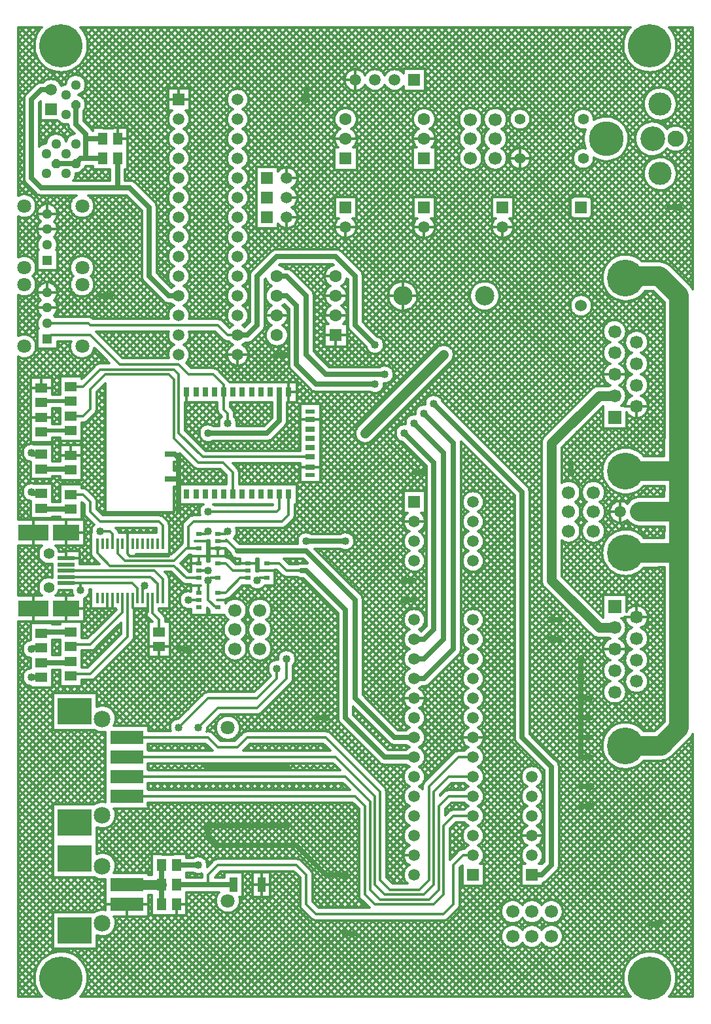
<source format=gbr>
G04 DipTrace 2.1.0.5*
%INBottom.gbr*%
%MOIN*%
%ADD10C,0.0098*%
%ADD11C,0.0055*%
%ADD12C,0.003*%
%ADD13C,0.05*%
%ADD14C,0.025*%
%ADD15C,0.0125*%
%ADD16C,0.02*%
%ADD17C,0.1*%
%ADD18C,0.01*%
%ADD19C,0.0013*%
%ADD20C,0.15*%
%ADD21C,0.0039*%
%ADD22R,0.0591X0.0591*%
%ADD23C,0.0591*%
%ADD24R,0.0512X0.0591*%
%ADD25R,0.0591X0.0512*%
%ADD26R,0.063X0.0709*%
%ADD27C,0.0984*%
%ADD28R,0.0665X0.0665*%
%ADD29C,0.0665*%
%ADD30C,0.1874*%
%ADD31R,0.0394X0.0748*%
%ADD32R,0.0866X0.0551*%
%ADD33R,0.0354X0.0551*%
%ADD34C,0.0591*%
%ADD35C,0.0512*%
%ADD36R,0.0886X0.0197*%
%ADD37R,0.1378X0.0807*%
%ADD38R,0.1535X0.0807*%
%ADD39C,0.0551*%
%ADD40R,0.1181X0.0433*%
%ADD41R,0.0787X0.1181*%
%ADD42R,0.0394X0.1181*%
%ADD43C,0.0709*%
%ADD44R,0.165X0.0701*%
%ADD45R,0.1732X0.1358*%
%ADD46C,0.085*%
%ADD47C,0.0079*%
%ADD48R,0.063X0.063*%
%ADD49C,0.063*%
%ADD50C,0.22*%
%ADD51R,0.0374X0.0354*%
%ADD52R,0.0433X0.0394*%
%ADD53C,0.06*%
%ADD54R,0.0512X0.0512*%
%ADD55C,0.0709*%
%ADD56R,0.0748X0.0591*%
%ADD57C,0.063*%
%ADD58C,0.0669*%
%ADD59R,0.0315X0.0512*%
%ADD60R,0.0512X0.0315*%
%ADD61R,0.0512X0.0236*%
%ADD62C,0.0142*%
%ADD63R,0.0315X0.0217*%
%ADD64R,0.0138X0.0571*%
%ADD65R,0.0315X0.0354*%
%ADD66R,0.0669X0.0598*%
%ADD67C,0.0827*%
%ADD68C,0.1181*%
%ADD69C,0.126*%
%ADD70C,0.1772*%
%ADD71R,0.0669X0.0394*%
%ADD72C,0.04*%
%ADD73C,0.0191*%
%ADD74C,0.0394*%
%ADD75C,0.0429*%
%ADD76C,0.1283*%
%ADD77C,0.0354*%
%ADD78C,0.0469*%
%ADD79C,0.13*%
%ADD80C,0.038*%
%ADD81C,0.0315*%
%ADD82C,0.0276*%
%ADD83C,0.0906*%
%ADD84C,0.1181*%
%ADD85C,0.0479*%
%ADD86C,0.0321*%
%ADD87R,0.0748X0.0472*%
%ADD88R,0.0591X0.0315*%
%ADD89C,0.185*%
%ADD90C,0.1693*%
%ADD91C,0.1339*%
%ADD92C,0.1102*%
%ADD93C,0.0906*%
%ADD94C,0.0748*%
%ADD95R,0.0748X0.0677*%
%ADD96R,0.0591X0.052*%
%ADD97R,0.0394X0.0433*%
%ADD98R,0.0236X0.0276*%
%ADD99R,0.0217X0.065*%
%ADD100R,0.0059X0.0492*%
%ADD101R,0.0394X0.0295*%
%ADD102R,0.0236X0.0138*%
%ADD103R,0.0433X0.0157*%
%ADD104R,0.0591X0.0394*%
%ADD105R,0.0433X0.0236*%
%ADD106R,0.0394X0.0591*%
%ADD107R,0.0236X0.0433*%
%ADD108C,0.0748*%
%ADD109C,0.0551*%
%ADD110R,0.0827X0.0669*%
%ADD111R,0.0669X0.0512*%
%ADD112C,0.0787*%
%ADD113R,0.0433X0.0433*%
%ADD114C,0.0679*%
%ADD115C,0.0521*%
%ADD116R,0.0512X0.0472*%
%ADD117R,0.0354X0.0315*%
%ADD118R,0.0453X0.0433*%
%ADD119R,0.0295X0.0276*%
%ADD120C,0.2279*%
%ADD121C,0.2121*%
%ADD122R,0.0709X0.0709*%
%ADD123R,0.0551X0.0551*%
%ADD124C,0.0929*%
%ADD125C,0.0772*%
%ADD126R,0.1811X0.1437*%
%ADD127R,0.1654X0.128*%
%ADD128R,0.1728X0.078*%
%ADD129R,0.1571X0.0622*%
%ADD130C,0.0787*%
%ADD131R,0.0472X0.126*%
%ADD132R,0.0315X0.1102*%
%ADD133R,0.0866X0.126*%
%ADD134R,0.0709X0.1102*%
%ADD135R,0.126X0.0512*%
%ADD136R,0.1102X0.0354*%
%ADD137C,0.0472*%
%ADD138R,0.1614X0.0886*%
%ADD139R,0.1457X0.0728*%
%ADD140R,0.1457X0.0886*%
%ADD141R,0.1299X0.0728*%
%ADD142R,0.0965X0.0276*%
%ADD143R,0.0807X0.0118*%
%ADD144C,0.0433*%
%ADD145C,0.0669*%
%ADD146C,0.0512*%
%ADD147R,0.0433X0.063*%
%ADD148R,0.0276X0.0472*%
%ADD149R,0.0945X0.063*%
%ADD150R,0.0787X0.0472*%
%ADD151R,0.0472X0.0827*%
%ADD152R,0.0315X0.0669*%
%ADD153C,0.1953*%
%ADD154C,0.1795*%
%ADD155C,0.0744*%
%ADD156C,0.0587*%
%ADD157R,0.0744X0.0744*%
%ADD158R,0.0587X0.0587*%
%ADD159C,0.1063*%
%ADD160R,0.0709X0.0787*%
%ADD161R,0.0551X0.063*%
%ADD162R,0.0669X0.0591*%
%ADD163R,0.0512X0.0433*%
%ADD164R,0.0591X0.0669*%
%ADD165R,0.0433X0.0512*%
%ADD166R,0.0669X0.0669*%
%ADD167C,0.0093*%
%ADD168C,0.0077*%
%ADD169C,0.0154*%
%ADD170C,0.0124*%
%FSLAX44Y44*%
%SFA1B1*%
%OFA0B0*%
G04*
G70*
G90*
G75*
G01*
%LNBottom*%
%LPD*%
X2000Y46500D2*
D14*
X1500D1*
X1000Y46000D1*
Y42000D1*
X1500Y41500D1*
X5374D1*
X6000D1*
X7000Y40500D1*
Y37000D1*
X8000Y36000D1*
X8500D1*
X9528Y23874D2*
D15*
X9874D1*
X10000Y24000D1*
X10472Y21626D2*
X10126D1*
X10000Y21500D1*
X12972Y21626D2*
X12626D1*
X12500Y21500D1*
X8374Y7000D2*
D14*
X9500D1*
X10472Y20126D2*
D15*
X10374D1*
X10000Y20500D1*
Y21500D1*
X5374Y43000D2*
D14*
Y41500D1*
X1500Y16567D2*
X1000D1*
Y28000D2*
X1067Y27933D1*
X1500D1*
Y18067D2*
X1067D1*
X1000Y18000D1*
X1500Y25933D2*
X1067D1*
X1000Y26000D1*
X5122Y23388D2*
D15*
Y23878D1*
X5000Y24000D1*
X4500D1*
X9528Y20500D2*
X9000D1*
X10000Y29000D2*
D14*
X13000D1*
X13626Y29626D1*
Y31098D1*
X10472Y23874D2*
D15*
X10874D1*
X11000Y24000D1*
X18000Y29000D2*
D13*
X22000Y33000D1*
X17000Y23500D2*
D14*
X15000D1*
X8374Y6000D2*
X10000D1*
X11291D1*
X23500Y7500D2*
D15*
X23000D1*
X22500Y7000D1*
Y5000D1*
X22000Y4500D1*
X15500D1*
X15000Y5000D1*
Y6500D1*
X14500Y7000D1*
X10500D1*
X10000Y6500D1*
Y6000D1*
X30711Y19091D2*
D13*
X29909D1*
X27500Y21500D1*
Y28500D1*
X29909Y30909D1*
X30711D1*
X23500Y11500D2*
D15*
X22250D1*
X21500Y10750D1*
Y6000D1*
X21000Y5500D1*
X19000D1*
X18500Y6000D1*
Y10500D1*
X16500Y12500D1*
X5850D1*
Y13500D2*
D3*
X23500Y12500D2*
X22750D1*
X21250Y11000D1*
Y6250D1*
X20750Y5750D1*
X19250D1*
X18750Y6250D1*
Y10750D1*
X16000Y13500D1*
X12000D1*
X11500Y13000D1*
X10500D1*
X10000Y13500D1*
X5850D1*
X7680Y23388D2*
Y24320D1*
X7500Y24500D1*
X4500D1*
X4000Y25000D1*
Y25500D1*
X3626Y25874D1*
X3000D1*
X9528Y23126D2*
X9000D1*
X8876D1*
X8250Y22500D1*
X5750D1*
X5377Y22873D1*
Y23388D1*
X14098Y25902D2*
Y24848D1*
X13750Y24500D1*
X9250D1*
X9000Y24250D1*
Y23126D1*
X5889Y20612D2*
Y18639D1*
X4000Y16750D1*
X3124D1*
X3000Y16626D1*
X9528Y21626D2*
X8874D1*
X8250Y22250D1*
X5000D1*
X4354Y22896D1*
Y23388D1*
X5633Y20612D2*
Y19883D1*
X4000Y18250D1*
X3124D1*
X3000Y18126D1*
X29000Y17500D2*
D14*
Y15500D1*
X29500D1*
X29000Y16500D2*
Y14500D1*
X29500D1*
X29000Y15500D2*
Y13500D1*
X29500D1*
X29000Y14500D2*
Y12500D1*
X29500D1*
X16000Y14500D2*
X15500D1*
X5000Y36000D2*
X4500D1*
X34000Y40500D2*
X33500D1*
X28500Y27000D2*
Y27500D1*
X20000Y21500D2*
X20500D1*
X20000Y20500D2*
X20500D1*
X21000Y27000D2*
X20500D1*
X6145Y20612D2*
D15*
Y20105D1*
X6250Y20000D1*
X6913Y20612D2*
Y19913D1*
X6750Y19750D1*
X14000Y9000D2*
D14*
X10000D1*
Y8500D1*
X10500Y8000D1*
X14500D1*
X16000Y6500D1*
X17000D1*
X14000Y12000D2*
X10000D1*
X17000Y3500D2*
X17500D1*
X15000Y46000D2*
Y46500D1*
X9000Y18000D2*
X8500D1*
X29500Y10000D2*
X29000D1*
X29500Y11000D2*
X29000D1*
X27500Y18500D2*
X28000D1*
X27500Y19500D2*
X28000D1*
X8035Y26689D2*
X8500D1*
Y27750D1*
X8301Y27949D1*
X8035D1*
X8500Y25000D2*
Y26689D1*
X13500Y33000D2*
X14000D1*
X5889Y23388D2*
D15*
Y22861D1*
X6000Y22750D1*
X8000D1*
X33000Y4000D2*
D14*
X32500D1*
X20500Y18500D2*
X21000D1*
X21500Y19000D1*
Y27500D1*
X20000Y29000D1*
X3000Y25126D2*
X1559D1*
X1500Y25185D1*
X4626Y44000D2*
X3750D1*
Y44250D1*
X3250Y44750D1*
Y45750D1*
Y42750D2*
X2250D1*
X3250D2*
X3500Y43000D1*
X3750D1*
X4626D1*
X3750Y44000D2*
Y43000D1*
X1500Y27185D2*
X2941D1*
X3000Y27126D1*
Y30626D2*
D16*
X1559D1*
X1500Y30567D1*
X3000Y29126D2*
X1559D1*
X1500Y29067D1*
X6401Y20612D2*
D15*
Y21099D1*
X6130Y21370D1*
X3500D1*
X2750D1*
D16*
X3130D1*
X3500Y21000D2*
D15*
Y21370D1*
X7425Y20612D2*
Y21325D1*
X7065Y21685D1*
X2750D1*
X7680Y20612D2*
Y21570D1*
X7250Y22000D1*
X2750D1*
X7169Y20612D2*
Y19831D1*
X7500Y19500D1*
Y18874D1*
X10472Y20874D2*
X10874D1*
X11626Y21626D1*
X12028D1*
X10472Y22374D2*
X10876D1*
X11250Y22000D1*
X12028D1*
X5850Y6000D2*
D13*
X7626D1*
Y7000D2*
D14*
Y5000D1*
X1500Y17315D2*
X2941D1*
X3000Y17374D1*
Y18874D2*
X1559D1*
X1500Y18815D1*
X23500Y10500D2*
D15*
X22250D1*
X21750Y10000D1*
Y5750D1*
X21250Y5250D1*
X18750D1*
X18250Y5750D1*
Y10250D1*
X17000Y11500D1*
X5850D1*
X23500Y9500D2*
X22500D1*
X22000Y9000D1*
Y5500D1*
X21500Y5000D1*
X18500D1*
X18000Y5500D1*
Y10000D1*
X17500Y10500D1*
X5850D1*
X3000Y29874D2*
X3624D1*
X4000Y30250D1*
Y31250D1*
X4750Y32000D1*
X8000D1*
X8250Y31750D1*
Y28750D1*
X9500Y27500D1*
X10750D1*
X11250Y27000D1*
Y25915D1*
X11264Y25902D1*
X13626D2*
Y25126D1*
X13500Y25000D1*
X10000D1*
Y22000D2*
X9528D1*
X15201Y27791D2*
X9709D1*
X8500Y29000D1*
Y32000D1*
X8250Y32250D1*
X4500D1*
X3624Y31374D1*
X3000D1*
X1800Y34606D2*
X3894D1*
X4000Y34500D1*
X10500D1*
X11000Y34000D1*
X11500D1*
X26500Y6500D2*
D14*
X27000D1*
X27500Y7000D1*
Y12000D1*
X26000Y13500D1*
Y26000D1*
X21500Y30500D1*
X18500Y33500D2*
X17500Y34500D1*
Y37000D1*
X16500Y38000D1*
X13500D1*
X12500Y37000D1*
Y34500D1*
X12000Y34000D1*
X11500D1*
X1800Y33819D2*
D15*
Y33700D1*
X10791Y31098D2*
Y30209D1*
X11000Y30000D1*
Y29500D1*
X6750Y21250D2*
X6657Y21157D1*
Y20612D1*
X1800Y33819D2*
X1819D1*
X2000Y34000D1*
X4000D1*
X5500Y32500D1*
X8500D1*
X9000Y32000D1*
X10250D1*
X10791Y31459D1*
Y31098D1*
X20500Y17500D2*
D14*
X21000D1*
X22000Y18500D1*
Y28000D1*
X20500Y29500D1*
X18500Y31500D2*
X15500D1*
X14500Y32500D1*
Y35500D1*
X14000Y36000D1*
X13500D1*
X8500Y14000D2*
D15*
X10000Y15500D1*
X12500D1*
X13500Y16500D1*
Y17000D1*
X9500Y14000D2*
X10500Y15000D1*
X12500D1*
X14000Y16500D1*
Y17500D1*
X20500Y16500D2*
D14*
X21000D1*
X22500Y18000D1*
Y28500D1*
X21000Y30000D1*
X19000Y32000D2*
X16000D1*
X15000Y33000D1*
Y36000D1*
X14000Y37000D1*
X13500D1*
X31270Y13081D2*
D17*
X33081D1*
X34000Y14000D1*
Y22919D1*
Y25000D1*
Y27081D1*
Y36000D1*
X33000Y37000D1*
X31350D1*
X31270Y36919D1*
Y22919D2*
X34000D1*
X31270Y27081D2*
X34000D1*
X32000Y25000D2*
X34000D1*
X20500Y12500D2*
D14*
X19000D1*
X17000Y14500D1*
Y20000D1*
X15000Y22000D1*
X14750D1*
D15*
X14000D1*
X13626Y22374D1*
X12972D1*
X20500Y13500D2*
D14*
X19500D1*
X17500Y15500D1*
Y20500D1*
X15000Y23000D1*
X11500D1*
D15*
X10932Y23568D1*
Y23500D1*
X10472D1*
D72*
X10000Y24000D3*
Y21500D3*
X12500D3*
X9500Y7000D3*
X1000Y16567D3*
Y28000D3*
Y18000D3*
Y26000D3*
X4500Y24000D3*
X9000Y20500D3*
X10000Y29000D3*
X4500Y24000D3*
X11000D3*
X9000Y20500D3*
X18000Y29000D3*
X22000Y33000D3*
X17000Y23500D3*
X15000D3*
X29000Y17500D3*
Y16500D3*
Y15500D3*
Y14500D3*
X16000D3*
X5000Y36000D3*
X34000Y40500D3*
X28500Y27000D3*
X20000Y21500D3*
Y20500D3*
X21000Y27000D3*
X14000Y9000D3*
X17000Y6500D3*
X14000Y12000D3*
X10000D3*
Y9000D3*
X17000Y3500D3*
Y6500D3*
X15000Y46000D3*
X9000Y18000D3*
X29500Y10000D3*
Y11000D3*
X27500Y18500D3*
Y19500D3*
X13500Y33000D3*
X33000Y4000D3*
X20000Y29000D3*
X3500Y21000D3*
X10000Y25000D3*
Y22000D3*
X21500Y30500D3*
X18500Y33500D3*
X11000Y29500D3*
X6750Y21250D3*
X11000Y29500D3*
X20500D3*
X18500Y31500D3*
X8500Y14000D3*
X13500Y17000D3*
X9500Y14000D3*
X14000Y17500D3*
X21000Y30000D3*
X19000Y32000D3*
X657Y49679D2*
D15*
X321Y49343D1*
X1011Y49679D2*
X321Y48989D1*
X1364Y49679D2*
X321Y48635D1*
X1192Y49153D2*
X321Y48282D1*
X1129Y48736D2*
X321Y47929D1*
X1168Y48421D2*
X321Y47574D1*
X1259Y48159D2*
X321Y47221D1*
X1391Y47938D2*
X321Y46868D1*
X1557Y47750D2*
X321Y46514D1*
X3839Y49679D2*
X3656Y49495D1*
X1756Y47595D2*
X321Y46160D1*
X4193Y49679D2*
X3775Y49261D1*
X1989Y47475D2*
X1392Y46878D1*
X622Y46108D2*
X321Y45807D1*
X4546Y49679D2*
X3852Y48984D1*
X2265Y47398D2*
X1928Y47061D1*
X604Y45736D2*
X321Y45454D1*
X4900Y49679D2*
X3866Y48645D1*
X2605Y47384D2*
X2239Y47018D1*
X604Y45383D2*
X321Y45100D1*
X5253Y49679D2*
X3731Y48156D1*
X3094Y47519D2*
X2439Y46864D1*
X1434Y45859D2*
X1396Y45821D1*
X604Y45029D2*
X321Y44746D1*
X5607Y49679D2*
X3203Y47275D1*
X1434Y45506D2*
X1396Y45468D1*
X604Y44676D2*
X321Y44393D1*
X5961Y49679D2*
X3500Y47218D1*
X1434Y45152D2*
X1396Y45114D1*
X604Y44322D2*
X321Y44039D1*
X6314Y49679D2*
X3686Y47051D1*
X1569Y44934D2*
X1397Y44761D1*
X604Y43969D2*
X321Y43686D1*
X6668Y49679D2*
X3776Y46787D1*
X1923Y44934D2*
X1397Y44408D1*
X604Y43615D2*
X321Y43332D1*
X7021Y49679D2*
X3533Y46190D1*
X2277Y44934D2*
X1397Y44054D1*
X604Y43262D2*
X321Y42978D1*
X7375Y49679D2*
X3707Y46011D1*
X2486Y44790D2*
X1397Y43700D1*
X604Y42908D2*
X321Y42625D1*
X7728Y49679D2*
X3758Y45709D1*
X2774Y44724D2*
X2323Y44274D1*
X604Y42554D2*
X321Y42271D1*
X8082Y49679D2*
X3646Y45243D1*
X2923Y44520D2*
X2573Y44170D1*
X604Y42201D2*
X321Y41917D1*
X8435Y49679D2*
X3661Y44905D1*
X3095Y44339D2*
X2731Y43974D1*
X625Y41868D2*
X321Y41564D1*
X8789Y49679D2*
X3838Y44728D1*
X773Y41662D2*
X321Y41210D1*
X9142Y49679D2*
X4015Y44551D1*
X949Y41485D2*
X663Y41199D1*
X9496Y49679D2*
X4384Y44566D1*
X1126Y41309D2*
X935Y41118D1*
X9850Y49679D2*
X4737Y44566D1*
X1317Y41146D2*
X1123Y40952D1*
X10203Y49679D2*
X5091Y44566D1*
X1629Y41104D2*
X1232Y40708D1*
X487Y39962D2*
X321Y39796D1*
X10557Y49679D2*
X5444Y44566D1*
X1982Y41104D2*
X1173Y40295D1*
X900Y40022D2*
X321Y39443D1*
X10910Y49679D2*
X5798Y44566D1*
X3836Y42604D2*
X3145Y41913D1*
X2336Y41104D2*
X1927Y40695D1*
X1286Y40055D2*
X321Y39089D1*
X11264Y49679D2*
X8151Y46566D1*
X7933Y46348D2*
X5902Y44316D1*
X4100Y42514D2*
X3482Y41897D1*
X2689Y41104D2*
X2157Y40572D1*
X1408Y39823D2*
X321Y38735D1*
X11617Y49679D2*
X8505Y46566D1*
X7933Y45995D2*
X5902Y43963D1*
X4372Y42433D2*
X3835Y41897D1*
X3043Y41104D2*
X2298Y40360D1*
X1275Y39337D2*
X321Y38382D1*
X11971Y49679D2*
X8858Y46566D1*
X7933Y45641D2*
X5902Y43609D1*
X4725Y42433D2*
X4189Y41897D1*
X2953Y40661D2*
X2290Y39998D1*
X1372Y39080D2*
X321Y38028D1*
X12324Y49679D2*
X9067Y46421D1*
X8080Y45434D2*
X5902Y43256D1*
X4978Y42332D2*
X4543Y41897D1*
X2988Y40342D2*
X2275Y39629D1*
X1274Y38628D2*
X694Y38048D1*
X12678Y49679D2*
X9067Y46068D1*
X7936Y44937D2*
X5902Y42902D1*
X4978Y41979D2*
X4896Y41897D1*
X4104Y41104D2*
X4018Y41018D1*
X3129Y40129D2*
X2320Y39321D1*
X1272Y38273D2*
X956Y37957D1*
X13032Y49679D2*
X9067Y45714D1*
X8030Y44677D2*
X5902Y42549D1*
X4457Y41104D2*
X4157Y40804D1*
X3343Y39990D2*
X2246Y38893D1*
X1272Y37920D2*
X1135Y37783D1*
X13385Y49679D2*
X8992Y45286D1*
X8214Y44507D2*
X5770Y42064D1*
X4811Y41104D2*
X4189Y40483D1*
X3664Y39958D2*
X2327Y38621D1*
X1272Y37566D2*
X1236Y37529D1*
X13739Y49679D2*
X9067Y45007D1*
X7944Y43884D2*
X5957Y41897D1*
X5164Y41104D2*
X2327Y38267D1*
X1351Y37291D2*
X1111Y37051D1*
X14092Y49679D2*
X8857Y44443D1*
X8056Y43643D2*
X6236Y41822D1*
X5518Y41104D2*
X2327Y37914D1*
X1705Y37291D2*
X1207Y36794D1*
X400Y35986D2*
X321Y35907D1*
X14446Y49679D2*
X11288Y46521D1*
X10979Y46211D2*
X9013Y44246D1*
X7979Y43212D2*
X6417Y41650D1*
X5851Y41084D2*
X2327Y37560D1*
X2058Y37291D2*
X1234Y36466D1*
X728Y35961D2*
X321Y35554D1*
X14799Y49679D2*
X11665Y46544D1*
X10955Y45834D2*
X9063Y43942D1*
X7955Y42835D2*
X6593Y41473D1*
X6027Y40907D2*
X1829Y36708D1*
X1274Y36153D2*
X321Y35200D1*
X15153Y49679D2*
X11890Y46416D1*
X11084Y45609D2*
X8890Y43416D1*
X8084Y42610D2*
X6770Y41296D1*
X6204Y40730D2*
X3522Y38048D1*
X2949Y37475D2*
X2095Y36621D1*
X1359Y35885D2*
X321Y34846D1*
X15506Y49679D2*
X12031Y46203D1*
X10948Y45120D2*
X9031Y43203D1*
X7949Y42121D2*
X6947Y41119D1*
X6381Y40553D2*
X3827Y37999D1*
X2997Y37170D2*
X2265Y36437D1*
X1277Y35449D2*
X321Y34493D1*
X15860Y49679D2*
X12049Y45867D1*
X10972Y44790D2*
X9048Y42866D1*
X7971Y41789D2*
X7124Y40942D1*
X6558Y40376D2*
X4034Y37853D1*
X3000Y36819D2*
X2325Y36143D1*
X1330Y35149D2*
X321Y34139D1*
X16214Y49679D2*
X11920Y45385D1*
X11115Y44580D2*
X8921Y42386D1*
X8114Y41579D2*
X7299Y40764D1*
X6603Y40068D2*
X4166Y37631D1*
X2962Y36427D2*
X2233Y35699D1*
X1301Y34767D2*
X584Y34050D1*
X16567Y49679D2*
X12046Y45157D1*
X10936Y44047D2*
X9046Y42158D1*
X7936Y41048D2*
X7396Y40507D1*
X6603Y39715D2*
X4181Y37292D1*
X3076Y36188D2*
X2326Y35438D1*
X1306Y34417D2*
X884Y33996D1*
X16921Y49679D2*
X12013Y44771D1*
X10990Y43748D2*
X9013Y41771D1*
X7990Y40748D2*
X7396Y40154D1*
X6603Y39361D2*
X4121Y36879D1*
X3267Y36025D2*
X2199Y34957D1*
X1272Y34030D2*
X1087Y33845D1*
X17274Y49679D2*
X11948Y44352D1*
X11147Y43552D2*
X8948Y41353D1*
X8147Y40552D2*
X7396Y39800D1*
X6603Y39008D2*
X4197Y36602D1*
X3546Y35950D2*
X2536Y34940D1*
X1272Y33677D2*
X1215Y33619D1*
X425Y32829D2*
X321Y32725D1*
X17628Y49679D2*
X12057Y44108D1*
X10933Y42984D2*
X9057Y41108D1*
X7933Y39984D2*
X7396Y39447D1*
X6603Y38654D2*
X2889Y34940D1*
X1272Y33323D2*
X1222Y33273D1*
X770Y32821D2*
X321Y32372D1*
X17981Y49679D2*
X11792Y43489D1*
X11010Y42708D2*
X8792Y40489D1*
X8011Y39708D2*
X7396Y39093D1*
X6603Y38301D2*
X3243Y34940D1*
X1594Y33292D2*
X321Y32018D1*
X18335Y49679D2*
X11974Y43318D1*
X11183Y42527D2*
X8973Y40317D1*
X8183Y39527D2*
X7396Y38740D1*
X6603Y37947D2*
X3597Y34940D1*
X1948Y33292D2*
X321Y31664D1*
X18688Y49679D2*
X12065Y43055D1*
X10937Y41927D2*
X9064Y40054D1*
X7938Y38928D2*
X7396Y38386D1*
X6603Y37594D2*
X3947Y34938D1*
X2676Y33666D2*
X321Y31311D1*
X19042Y49679D2*
X11829Y42466D1*
X11034Y41671D2*
X8829Y39466D1*
X8034Y38671D2*
X7396Y38033D1*
X6603Y37240D2*
X4197Y34834D1*
X2979Y33616D2*
X1206Y31843D1*
X934Y31571D2*
X321Y30957D1*
X19396Y49679D2*
X17164Y47447D1*
X17053Y47336D2*
X11996Y42279D1*
X11220Y41503D2*
X11163Y41447D1*
X11053Y41336D2*
X8997Y39280D1*
X8221Y38504D2*
X8164Y38447D1*
X8054Y38337D2*
X7396Y37679D1*
X6614Y36898D2*
X4551Y34834D1*
X2968Y33252D2*
X1559Y31843D1*
X934Y31217D2*
X321Y30604D1*
X19749Y49679D2*
X17625Y47555D1*
X16946Y46876D2*
X12637Y42567D1*
X12433Y42362D2*
X12067Y41996D1*
X10945Y40875D2*
X9067Y38997D1*
X7946Y37875D2*
X7396Y37325D1*
X6753Y36682D2*
X4904Y34834D1*
X3090Y33020D2*
X1913Y31843D1*
X934Y30864D2*
X321Y30250D1*
X20103Y49679D2*
X17863Y47439D1*
X17061Y46637D2*
X12991Y42567D1*
X12433Y42009D2*
X11864Y41440D1*
X11060Y40636D2*
X8864Y38440D1*
X8060Y37636D2*
X7495Y37071D1*
X6929Y36505D2*
X5258Y34834D1*
X4590Y34166D2*
X4450Y34026D1*
X3289Y32865D2*
X2066Y31642D1*
X934Y30510D2*
X321Y29897D1*
X20456Y49679D2*
X18306Y47529D1*
X17261Y46484D2*
X13344Y42567D1*
X12433Y41655D2*
X12017Y41239D1*
X10972Y40194D2*
X9017Y38240D1*
X7972Y37194D2*
X7672Y36895D1*
X7106Y36329D2*
X5612Y34834D1*
X4943Y34166D2*
X4627Y33849D1*
X3577Y32800D2*
X2678Y31901D1*
X2434Y31656D2*
X2066Y31289D1*
X934Y30157D2*
X321Y29543D1*
X20810Y49679D2*
X18672Y47541D1*
X17570Y46439D2*
X13566Y42435D1*
X12433Y41302D2*
X12061Y40930D1*
X10958Y39827D2*
X9061Y37930D1*
X7958Y36827D2*
X7849Y36718D1*
X7283Y36152D2*
X5965Y34834D1*
X5297Y34166D2*
X4804Y33672D1*
X4327Y33196D2*
X3032Y31901D1*
X2434Y31303D2*
X2128Y30997D1*
X934Y29803D2*
X321Y29190D1*
X21163Y49679D2*
X18896Y47411D1*
X18090Y46605D2*
X17067Y45583D1*
X16417Y44933D2*
X14050Y42565D1*
X12433Y40948D2*
X11895Y40411D1*
X11089Y39604D2*
X8896Y37411D1*
X8089Y36605D2*
X8026Y36541D1*
X7460Y35975D2*
X6319Y34834D1*
X5650Y34166D2*
X4980Y33496D1*
X4504Y33020D2*
X3385Y31901D1*
X934Y29449D2*
X321Y28836D1*
X21517Y49679D2*
X19392Y47554D1*
X18304Y46466D2*
X17328Y45490D1*
X16510Y44672D2*
X14314Y42475D1*
X12433Y40595D2*
X12033Y40195D1*
X10945Y39107D2*
X9034Y37196D1*
X7636Y35798D2*
X6672Y34834D1*
X6004Y34166D2*
X5157Y33319D1*
X4681Y32843D2*
X4404Y32566D1*
X934Y29096D2*
X321Y28482D1*
X21870Y49679D2*
X19718Y47526D1*
X18648Y46456D2*
X17501Y45309D1*
X16691Y44499D2*
X16662Y44471D1*
X16529Y44337D2*
X14488Y42296D1*
X12433Y40241D2*
X12045Y39853D1*
X10974Y38783D2*
X9043Y36852D1*
X7830Y35638D2*
X7026Y34834D1*
X6358Y34166D2*
X5334Y33142D1*
X4858Y32666D2*
X4776Y32584D1*
X2434Y30242D2*
X2066Y29875D1*
X934Y28742D2*
X321Y28129D1*
X22224Y49679D2*
X20111Y47566D1*
X19120Y46575D2*
X17585Y45040D1*
X16424Y43879D2*
X14566Y42021D1*
X12433Y39888D2*
X11926Y39380D1*
X11119Y38574D2*
X8925Y36379D1*
X8120Y35575D2*
X7379Y34834D1*
X6711Y34166D2*
X5511Y32965D1*
X2434Y29889D2*
X2066Y29521D1*
X1086Y28541D2*
X1017Y28471D1*
X529Y27984D2*
X321Y27775D1*
X22578Y49679D2*
X20465Y47566D1*
X19351Y46452D2*
X17363Y44464D1*
X16536Y43637D2*
X16485Y43586D1*
X16413Y43514D2*
X14350Y41451D1*
X12433Y39534D2*
X12049Y39150D1*
X10936Y38037D2*
X9049Y36150D1*
X7935Y35036D2*
X7733Y34834D1*
X7065Y34166D2*
X5733Y32834D1*
X2434Y29535D2*
X2396Y29498D1*
X1440Y28541D2*
X1359Y28460D1*
X618Y27719D2*
X321Y27422D1*
X22931Y49679D2*
X20818Y47566D1*
X19750Y46497D2*
X17523Y44271D1*
X16415Y43162D2*
X14508Y41256D1*
X12686Y39433D2*
X12003Y38751D1*
X10992Y37740D2*
X9003Y35751D1*
X7418Y34166D2*
X6087Y32834D1*
X4729Y31477D2*
X4334Y31082D1*
X1793Y28541D2*
X1713Y28460D1*
X815Y27563D2*
X321Y27068D1*
X23285Y49679D2*
X21067Y47461D1*
X20040Y46434D2*
X17585Y43979D1*
X16415Y42809D2*
X14564Y40958D1*
X13039Y39433D2*
X11952Y38346D1*
X11154Y37548D2*
X8952Y35346D1*
X7772Y34166D2*
X6440Y32834D1*
X4729Y31123D2*
X4334Y30728D1*
X2361Y28755D2*
X2066Y28460D1*
X934Y27328D2*
X321Y26715D1*
X23638Y49679D2*
X21067Y47108D1*
X20393Y46434D2*
X17545Y43586D1*
X16415Y42455D2*
X14383Y40423D1*
X13393Y39433D2*
X12060Y38100D1*
X10934Y36975D2*
X9059Y35099D1*
X7933Y33974D2*
X6794Y32834D1*
X4729Y30770D2*
X4334Y30375D1*
X2558Y28599D2*
X2066Y28107D1*
X934Y26975D2*
X321Y26361D1*
X23992Y49679D2*
X21067Y46754D1*
X20747Y46434D2*
X17587Y43274D1*
X16727Y42414D2*
X14528Y40215D1*
X13786Y39473D2*
X11799Y37486D1*
X11015Y36701D2*
X9147Y34834D1*
X8015Y33702D2*
X7147Y32834D1*
X4729Y30416D2*
X3566Y29253D1*
X2912Y28599D2*
X2714Y28401D1*
X2434Y28121D2*
X2066Y27753D1*
X970Y26657D2*
X321Y26008D1*
X24345Y49679D2*
X17587Y42920D1*
X17080Y42414D2*
X14553Y39886D1*
X14114Y39447D2*
X11978Y37312D1*
X11189Y36522D2*
X9501Y34834D1*
X8189Y33522D2*
X7501Y32834D1*
X4729Y30063D2*
X3566Y28900D1*
X3265Y28599D2*
X3068Y28401D1*
X2434Y27767D2*
X2247Y27581D1*
X1324Y26657D2*
X1126Y26459D1*
X543Y25877D2*
X321Y25654D1*
X24699Y49679D2*
X17587Y42567D1*
X17434Y42414D2*
X13401Y38381D1*
X12119Y37099D2*
X12065Y37045D1*
X10939Y35918D2*
X9854Y34834D1*
X9186Y34166D2*
X9066Y34045D1*
X7939Y32919D2*
X7854Y32834D1*
X4729Y29709D2*
X3421Y28401D1*
X1677Y26657D2*
X1479Y26459D1*
X674Y25654D2*
X321Y25300D1*
X25052Y49679D2*
X20958Y45584D1*
X20415Y45042D2*
X13769Y38396D1*
X12104Y36730D2*
X11835Y36461D1*
X11039Y35666D2*
X10208Y34834D1*
X9540Y34166D2*
X8835Y33461D1*
X4729Y29356D2*
X3566Y28192D1*
X2162Y26788D2*
X1833Y26459D1*
X909Y25536D2*
X321Y24947D1*
X25406Y49679D2*
X21258Y45530D1*
X20471Y44743D2*
X16786Y41058D1*
X16434Y40707D2*
X14123Y38396D1*
X12104Y36377D2*
X12000Y36273D1*
X11026Y35298D2*
X10557Y34830D1*
X9893Y34166D2*
X9001Y33273D1*
X4729Y29002D2*
X3566Y27839D1*
X2434Y26707D2*
X2066Y26339D1*
X934Y25207D2*
X341Y24614D1*
X25760Y49679D2*
X21455Y45374D1*
X20625Y44545D2*
X17139Y41058D1*
X16434Y40353D2*
X14477Y38396D1*
X13684Y37603D2*
X13649Y37569D1*
X12931Y36851D2*
X12895Y36814D1*
X12104Y36023D2*
X12067Y35986D1*
X10948Y34867D2*
X10779Y34699D1*
X10247Y34166D2*
X9066Y32985D1*
X4729Y28648D2*
X3566Y27485D1*
X2680Y26599D2*
X2066Y25985D1*
X934Y24853D2*
X695Y24614D1*
X26113Y49679D2*
X21571Y45137D1*
X20414Y43980D2*
X17493Y41058D1*
X16434Y39999D2*
X14830Y38396D1*
X14038Y37603D2*
X13883Y37448D1*
X13052Y36617D2*
X12897Y36462D1*
X12104Y35670D2*
X11869Y35435D1*
X11066Y34631D2*
X10956Y34522D1*
X10479Y34044D2*
X8955Y32521D1*
X4729Y28295D2*
X3566Y27132D1*
X3033Y26599D2*
X2836Y26401D1*
X2434Y26000D2*
X2066Y25632D1*
X1092Y24657D2*
X1047Y24613D1*
X26467Y49679D2*
X21510Y44722D1*
X20491Y43703D2*
X17566Y40778D1*
X16461Y39674D2*
X15184Y38396D1*
X14391Y37603D2*
X14155Y37367D1*
X12936Y36148D2*
X12896Y36109D1*
X12104Y35316D2*
X12020Y35232D1*
X10655Y33868D2*
X9132Y32344D1*
X4729Y27941D2*
X3566Y26778D1*
X3387Y26599D2*
X3189Y26401D1*
X2434Y25646D2*
X2311Y25523D1*
X1445Y24657D2*
X1401Y24613D1*
X26820Y49679D2*
X21481Y44340D1*
X20414Y43273D2*
X17566Y40425D1*
X16463Y39321D2*
X15537Y38396D1*
X14745Y37603D2*
X14354Y37212D1*
X12945Y35804D2*
X12897Y35755D1*
X12104Y34963D2*
X12058Y34917D1*
X10843Y33702D2*
X9476Y32334D1*
X4729Y27588D2*
X3543Y26401D1*
X1799Y24657D2*
X1754Y24613D1*
X405Y23264D2*
X321Y23179D1*
X27174Y49679D2*
X21581Y44086D1*
X20414Y42919D2*
X17566Y40071D1*
X16598Y39103D2*
X15891Y38396D1*
X15098Y37603D2*
X14530Y37035D1*
X13081Y35586D2*
X12897Y35402D1*
X11095Y33600D2*
X9829Y32334D1*
X4729Y27234D2*
X3697Y26202D1*
X2225Y24730D2*
X2109Y24614D1*
X759Y23264D2*
X321Y22826D1*
X27527Y49679D2*
X23436Y45587D1*
X22767Y44919D2*
X21434Y43586D1*
X20414Y42565D2*
X17538Y39690D1*
X16818Y38969D2*
X16244Y38396D1*
X15452Y37603D2*
X14707Y36859D1*
X10943Y33094D2*
X10183Y32334D1*
X4729Y26881D2*
X3913Y26064D1*
X1112Y23264D2*
X321Y22472D1*
X27881Y49679D2*
X23699Y45497D1*
X22857Y44655D2*
X21586Y43384D1*
X20616Y42414D2*
X17536Y39333D1*
X17174Y38972D2*
X16590Y38387D1*
X15805Y37603D2*
X14884Y36682D1*
X12962Y34760D2*
X12897Y34694D1*
X10977Y32775D2*
X10463Y32261D1*
X4729Y26527D2*
X4090Y25887D1*
X3612Y25410D2*
X3567Y25365D1*
X1466Y23264D2*
X321Y22118D1*
X28234Y49679D2*
X23878Y45322D1*
X22842Y44286D2*
X21586Y43031D1*
X20969Y42414D2*
X16811Y38255D1*
X16159Y37603D2*
X15061Y36505D1*
X13995Y35439D2*
X13944Y35389D1*
X13112Y34557D2*
X11930Y33374D1*
X11125Y32569D2*
X10641Y32086D1*
X9127Y30571D2*
X8834Y30278D1*
X4729Y26174D2*
X4265Y25709D1*
X3666Y25110D2*
X3566Y25010D1*
X1333Y22778D2*
X321Y21765D1*
X28588Y49679D2*
X24477Y45568D1*
X24046Y45137D2*
X23971Y45062D1*
X22777Y43868D2*
X21586Y42677D1*
X21323Y42414D2*
X16987Y38078D1*
X15915Y37005D2*
X15238Y36328D1*
X14104Y35195D2*
X14067Y35157D1*
X12914Y34004D2*
X12050Y33141D1*
X11358Y32449D2*
X10818Y31909D1*
X9480Y30571D2*
X8834Y29924D1*
X4729Y25820D2*
X4334Y25425D1*
X3721Y24812D2*
X3566Y24657D1*
X1440Y22530D2*
X321Y21411D1*
X28941Y49679D2*
X24824Y45561D1*
X24053Y44790D2*
X23744Y44481D1*
X22889Y43626D2*
X17164Y37901D1*
X15982Y36719D2*
X15381Y36118D1*
X14104Y34841D2*
X14036Y34773D1*
X12983Y33720D2*
X11991Y32728D1*
X11773Y32510D2*
X10995Y31732D1*
X9834Y30571D2*
X8834Y29571D1*
X4729Y25466D2*
X4370Y25107D1*
X3892Y24630D2*
X3710Y24447D1*
X2526Y23264D2*
X2369Y23106D1*
X1634Y22371D2*
X321Y21058D1*
X29295Y49679D2*
X25046Y45430D1*
X24184Y44568D2*
X23907Y44290D1*
X22787Y43170D2*
X20675Y41058D1*
X20433Y40817D2*
X17341Y37725D1*
X16145Y36529D2*
X15396Y35780D1*
X14104Y34488D2*
X13971Y34355D1*
X13146Y33529D2*
X11242Y31626D1*
X10187Y30571D2*
X8834Y29217D1*
X4729Y25113D2*
X4547Y24930D1*
X4069Y24453D2*
X3710Y24093D1*
X2880Y23264D2*
X2616Y23000D1*
X1941Y22325D2*
X352Y20736D1*
X29649Y49679D2*
X25191Y45221D1*
X24028Y44058D2*
X23977Y44007D1*
X22794Y42824D2*
X21028Y41058D1*
X20433Y40463D2*
X17518Y37548D1*
X15916Y35946D2*
X15396Y35426D1*
X14104Y34134D2*
X14077Y34107D1*
X13393Y33423D2*
X11596Y31626D1*
X10458Y30488D2*
X8973Y29003D1*
X4949Y24979D2*
X4804Y24834D1*
X4035Y24065D2*
X3710Y23740D1*
X3234Y23264D2*
X2970Y23000D1*
X2036Y22066D2*
X706Y20736D1*
X30002Y49679D2*
X25873Y45550D1*
X25339Y45015D2*
X25230Y44906D1*
X24074Y43750D2*
X23785Y43462D1*
X22923Y42600D2*
X21382Y41058D1*
X20433Y40110D2*
X17694Y37371D1*
X17104Y36780D2*
X16819Y36495D1*
X16004Y35681D2*
X15396Y35073D1*
X14104Y33780D2*
X11949Y31626D1*
X10463Y30140D2*
X9150Y28826D1*
X5302Y24979D2*
X5157Y24834D1*
X4014Y23690D2*
X3710Y23386D1*
X3587Y23264D2*
X3323Y23000D1*
X2036Y21713D2*
X1993Y21670D1*
X1339Y21015D2*
X1060Y20736D1*
X30356Y49679D2*
X26159Y45482D1*
X25408Y44731D2*
X25083Y44406D1*
X24223Y43546D2*
X23930Y43253D1*
X23132Y42455D2*
X21567Y40890D1*
X20603Y39926D2*
X17856Y37179D1*
X17104Y36427D2*
X16996Y36319D1*
X16181Y35504D2*
X15396Y34719D1*
X14104Y33427D2*
X12303Y31626D1*
X11248Y30571D2*
X11125Y30448D1*
X10600Y29923D2*
X10132Y29455D1*
X9545Y28868D2*
X9327Y28650D1*
X8600Y27923D2*
X8562Y27885D1*
X5656Y24979D2*
X5511Y24834D1*
X4014Y23337D2*
X3464Y22787D1*
X1455Y20778D2*
X1413Y20736D1*
X30709Y49679D2*
X26343Y45312D1*
X25578Y44547D2*
X25210Y44180D1*
X24024Y42994D2*
X23969Y42938D1*
X23447Y42416D2*
X21567Y40536D1*
X20440Y39410D2*
X17896Y36866D1*
X15923Y34892D2*
X15396Y34366D1*
X14104Y33073D2*
X12656Y31626D1*
X11601Y30571D2*
X11253Y30223D1*
X10528Y29498D2*
X10427Y29397D1*
X9680Y28650D2*
X9503Y28473D1*
X8777Y27747D2*
X8271Y27241D1*
X6010Y24979D2*
X5864Y24834D1*
X4014Y22983D2*
X3464Y22433D1*
X416Y19386D2*
X321Y19290D1*
X31063Y49679D2*
X26431Y45047D1*
X25843Y44459D2*
X25206Y43822D1*
X24100Y42716D2*
X21567Y40183D1*
X20547Y39163D2*
X17896Y36512D1*
X17104Y35720D2*
X16855Y35471D1*
X16029Y34645D2*
X15970Y34586D1*
X15914Y34530D2*
X15396Y34012D1*
X14104Y32720D2*
X13010Y31626D1*
X11955Y30571D2*
X11333Y29949D1*
X9919Y28535D2*
X9680Y28296D1*
X8954Y27570D2*
X8502Y27118D1*
X6363Y24979D2*
X6218Y24834D1*
X5551Y24167D2*
X5420Y24035D1*
X4082Y22697D2*
X3718Y22334D1*
X770Y19386D2*
X321Y18937D1*
X31416Y49679D2*
X25118Y43380D1*
X24266Y42528D2*
X21506Y39769D1*
X20739Y39001D2*
X17896Y36158D1*
X17104Y35366D2*
X17018Y35280D1*
X15913Y34175D2*
X15396Y33659D1*
X14119Y32381D2*
X13363Y31626D1*
X12309Y30571D2*
X11433Y29695D1*
X10342Y28604D2*
X9862Y28125D1*
X9131Y27393D2*
X8563Y26825D1*
X6717Y24979D2*
X6571Y24834D1*
X5905Y24167D2*
X5682Y23944D1*
X4256Y22518D2*
X4072Y22334D1*
X2736Y20999D2*
X2474Y20736D1*
X1123Y19386D2*
X1080Y19342D1*
X934Y19196D2*
X321Y18583D1*
X31171Y49080D2*
X25225Y43134D1*
X24512Y42420D2*
X21564Y39473D1*
X21034Y38943D2*
X17896Y35805D1*
X15913Y33822D2*
X15396Y33305D1*
X14263Y32172D2*
X13717Y31626D1*
X12662Y30571D2*
X11488Y29397D1*
X10696Y28604D2*
X10216Y28125D1*
X9312Y27220D2*
X8563Y26472D1*
X8352Y26261D2*
X8271Y26180D1*
X7070Y24979D2*
X6925Y24834D1*
X6258Y24167D2*
X6036Y23944D1*
X3032Y20941D2*
X2827Y20736D1*
X1477Y19386D2*
X1434Y19342D1*
X934Y18843D2*
X321Y18229D1*
X31130Y48685D2*
X25981Y43536D1*
X25346Y42901D2*
X25130Y42685D1*
X24961Y42516D2*
X17896Y35451D1*
X17104Y34659D2*
X17032Y34587D1*
X15913Y33468D2*
X15505Y33061D1*
X14440Y31995D2*
X14071Y31626D1*
X13016Y30571D2*
X11842Y29397D1*
X11049Y28604D2*
X10570Y28125D1*
X9611Y27167D2*
X8874Y26429D1*
X8473Y26029D2*
X8271Y25827D1*
X7424Y24979D2*
X7278Y24834D1*
X6612Y24167D2*
X6389Y23944D1*
X1830Y19386D2*
X1787Y19342D1*
X934Y18489D2*
X904Y18459D1*
X541Y18096D2*
X321Y17876D1*
X31178Y48380D2*
X26227Y43428D1*
X25454Y42655D2*
X17896Y35098D1*
X17135Y34337D2*
X17085Y34287D1*
X16213Y33415D2*
X15682Y32884D1*
X14616Y31818D2*
X14424Y31626D1*
X13230Y30431D2*
X12195Y29397D1*
X11403Y28604D2*
X10923Y28125D1*
X9965Y27167D2*
X9227Y26429D1*
X8473Y25675D2*
X8271Y25473D1*
X7777Y24979D2*
X7614Y24816D1*
X6965Y24167D2*
X6743Y23944D1*
X2184Y19386D2*
X2069Y19271D1*
X579Y17781D2*
X321Y17522D1*
X31276Y48124D2*
X26383Y43231D1*
X25651Y42499D2*
X19915Y36763D1*
X19150Y35998D2*
X17896Y34744D1*
X17293Y34141D2*
X17087Y33935D1*
X16566Y33415D2*
X15859Y32707D1*
X14793Y31641D2*
X14528Y31376D1*
X13230Y30078D2*
X12549Y29397D1*
X11756Y28604D2*
X11277Y28125D1*
X10318Y27167D2*
X9581Y26429D1*
X8526Y25374D2*
X8271Y25120D1*
X8131Y24979D2*
X7814Y24662D1*
X7319Y24167D2*
X7096Y23944D1*
X4014Y20862D2*
X3860Y20708D1*
X3792Y20640D2*
X3710Y20558D1*
X749Y17597D2*
X321Y17169D1*
X31413Y47907D2*
X29051Y45546D1*
X28572Y45067D2*
X26426Y42920D1*
X25962Y42456D2*
X24564Y41058D1*
X24433Y40928D2*
X20211Y36705D1*
X19207Y35702D2*
X18036Y34530D1*
X17470Y33964D2*
X17087Y33581D1*
X16920Y33415D2*
X16036Y32530D1*
X14970Y31464D2*
X14528Y31022D1*
X14076Y30571D2*
X14023Y30517D1*
X12110Y28604D2*
X11630Y28125D1*
X10639Y27133D2*
X9934Y26429D1*
X8879Y25374D2*
X7980Y24475D1*
X4014Y20508D2*
X3710Y20204D1*
X934Y17429D2*
X321Y16815D1*
X31584Y47725D2*
X29356Y45497D1*
X28620Y44761D2*
X24917Y41058D1*
X24433Y40574D2*
X20428Y36569D1*
X19345Y35486D2*
X18212Y34353D1*
X17646Y33787D2*
X16255Y32396D1*
X15147Y31288D2*
X14528Y30669D1*
X14430Y30571D2*
X14022Y30163D1*
X12463Y28604D2*
X11984Y28125D1*
X10816Y26957D2*
X10288Y26429D1*
X9233Y25374D2*
X8015Y24156D1*
X4014Y20155D2*
X3710Y19851D1*
X2337Y18478D2*
X2066Y18207D1*
X934Y17075D2*
X879Y17020D1*
X547Y16688D2*
X321Y16462D1*
X33891Y49679D2*
X33675Y49462D1*
X31787Y47575D2*
X29551Y45338D1*
X28779Y44567D2*
X25271Y41058D1*
X24433Y40220D2*
X20584Y36371D1*
X19543Y35330D2*
X18389Y34177D1*
X17823Y33611D2*
X16609Y32396D1*
X15346Y31133D2*
X14022Y29810D1*
X12817Y28604D2*
X12337Y28125D1*
X11671Y27458D2*
X11470Y27257D1*
X10916Y26704D2*
X10641Y26429D1*
X9587Y25374D2*
X8020Y23808D1*
X4268Y20055D2*
X3710Y19497D1*
X3598Y19386D2*
X3566Y19353D1*
X2434Y18221D2*
X2066Y17854D1*
X574Y16361D2*
X321Y16108D1*
X34245Y49679D2*
X33789Y49223D1*
X32026Y47460D2*
X29656Y45090D1*
X29029Y44463D2*
X25567Y41000D1*
X24492Y39926D2*
X20671Y36105D1*
X19809Y35243D2*
X18566Y34000D1*
X18000Y33434D2*
X16963Y32396D1*
X15670Y31104D2*
X15069Y30503D1*
X14674Y30108D2*
X12691Y28125D1*
X12024Y27458D2*
X11583Y27017D1*
X9530Y24964D2*
X9400Y24834D1*
X8667Y24101D2*
X8020Y23454D1*
X4622Y20055D2*
X3566Y19000D1*
X2434Y17868D2*
X2278Y17711D1*
X738Y16172D2*
X321Y15755D1*
X34598Y49679D2*
X33859Y48939D1*
X32311Y47391D2*
X30054Y45134D1*
X29142Y44223D2*
X25567Y40647D1*
X24434Y39515D2*
X20603Y35683D1*
X20230Y35311D2*
X18794Y33874D1*
X18127Y33207D2*
X17316Y32396D1*
X16024Y31104D2*
X15423Y30503D1*
X14674Y29755D2*
X13044Y28125D1*
X12378Y27458D2*
X11583Y26664D1*
X8667Y23747D2*
X8020Y23100D1*
X4975Y20055D2*
X3566Y18646D1*
X960Y16041D2*
X321Y15401D1*
X34679Y49405D2*
X33860Y48587D1*
X32663Y47390D2*
X30423Y45149D1*
X29127Y43854D2*
X25567Y40294D1*
X24502Y39229D2*
X18942Y33669D1*
X18330Y33057D2*
X17670Y32397D1*
X16377Y31104D2*
X15728Y30455D1*
X14673Y29400D2*
X13398Y28125D1*
X12731Y27458D2*
X11702Y26429D1*
X10647Y25374D2*
X10607Y25334D1*
X8667Y23394D2*
X8107Y22834D1*
X5300Y20027D2*
X3856Y18583D1*
X2192Y16919D2*
X2067Y16793D1*
X1314Y16041D2*
X321Y15048D1*
X34679Y49052D2*
X33665Y48039D1*
X33211Y47584D2*
X30704Y45078D1*
X29198Y43571D2*
X29168Y43541D1*
X28570Y42943D2*
X25465Y39838D1*
X24669Y39043D2*
X18916Y33289D1*
X18711Y33085D2*
X18023Y32397D1*
X16731Y31104D2*
X15728Y30101D1*
X14673Y29046D2*
X13752Y28125D1*
X13085Y27458D2*
X12056Y26429D1*
X11001Y25374D2*
X10961Y25334D1*
X2434Y16807D2*
X2067Y16440D1*
X1668Y16041D2*
X321Y14694D1*
X34679Y48698D2*
X30935Y44955D1*
X28662Y42682D2*
X25563Y39582D1*
X24926Y38946D2*
X18377Y32397D1*
X17085Y31104D2*
X15728Y29748D1*
X14673Y28693D2*
X14105Y28125D1*
X13439Y27458D2*
X12409Y26429D1*
X11354Y25374D2*
X11314Y25334D1*
X7896Y21916D2*
X7855Y21875D1*
X3897Y17916D2*
X3566Y17586D1*
X2434Y16454D2*
X321Y14341D1*
X34679Y48345D2*
X32964Y46630D1*
X32173Y45839D2*
X31126Y44792D1*
X28848Y42515D2*
X18731Y32397D1*
X17438Y31104D2*
X15728Y29394D1*
X14673Y28339D2*
X14459Y28125D1*
X13792Y27458D2*
X12763Y26429D1*
X11708Y25374D2*
X11668Y25334D1*
X9099Y22765D2*
X8656Y22322D1*
X8178Y21844D2*
X8001Y21667D1*
X6390Y20056D2*
X6224Y19890D1*
X5555Y19221D2*
X3566Y17232D1*
X2434Y16100D2*
X2115Y15781D1*
X2062Y15728D2*
X321Y13987D1*
X34679Y47991D2*
X33286Y46598D1*
X32206Y45518D2*
X31276Y44589D1*
X29137Y42450D2*
X19139Y32452D1*
X17792Y31104D2*
X15728Y29041D1*
X14146Y27458D2*
X13116Y26429D1*
X12062Y25374D2*
X12021Y25334D1*
X10044Y23356D2*
X9957Y23269D1*
X9099Y22412D2*
X8832Y22145D1*
X8355Y21667D2*
X8013Y21326D1*
X6743Y20056D2*
X6224Y19536D1*
X5555Y18868D2*
X3771Y17083D1*
X2786Y16099D2*
X2468Y15781D1*
X2063Y15375D2*
X321Y13633D1*
X34679Y47638D2*
X33525Y46484D1*
X32320Y45279D2*
X31384Y44343D1*
X29934Y42893D2*
X23679Y36638D1*
X23449Y36408D2*
X19356Y32315D1*
X18145Y31104D2*
X15728Y28687D1*
X14499Y27458D2*
X13470Y26429D1*
X12415Y25374D2*
X12375Y25334D1*
X10044Y23003D2*
X9957Y22916D1*
X9099Y22058D2*
X9009Y21968D1*
X8532Y21491D2*
X8020Y20979D1*
X6836Y19795D2*
X6224Y19183D1*
X3140Y16099D2*
X2822Y15781D1*
X2063Y15022D2*
X321Y13280D1*
X34679Y47284D2*
X33707Y46312D1*
X32490Y45096D2*
X32132Y44738D1*
X31899Y44505D2*
X31432Y44038D1*
X30238Y42843D2*
X24155Y36761D1*
X23326Y35931D2*
X19467Y32072D1*
X18428Y31034D2*
X15728Y28334D1*
X14673Y27279D2*
X13824Y26429D1*
X12769Y25374D2*
X12728Y25334D1*
X11560Y24166D2*
X11467Y24073D1*
X10044Y22649D2*
X9957Y22562D1*
X8721Y21326D2*
X8020Y20626D1*
X6959Y19564D2*
X6224Y18829D1*
X3811Y16417D2*
X3566Y16172D1*
X3494Y16100D2*
X3176Y15781D1*
X2063Y14668D2*
X321Y12926D1*
X34679Y46931D2*
X33837Y46089D1*
X32715Y44967D2*
X32649Y44901D1*
X31736Y43988D2*
X31363Y43615D1*
X30660Y42912D2*
X28819Y41071D1*
X28429Y40681D2*
X24432Y36683D1*
X23403Y35655D2*
X15728Y27980D1*
X14673Y26925D2*
X14177Y26429D1*
X13122Y25374D2*
X13082Y25334D1*
X11914Y24166D2*
X11363Y23614D1*
X9040Y21292D2*
X8020Y20272D1*
X7804Y20056D2*
X7613Y19865D1*
X6934Y19186D2*
X3529Y15781D1*
X2063Y14315D2*
X321Y12573D1*
X34679Y46577D2*
X33893Y45792D1*
X33011Y44909D2*
X32950Y44848D1*
X31790Y43688D2*
X29173Y41071D1*
X28429Y40327D2*
X24636Y36534D1*
X23552Y35450D2*
X15728Y27626D1*
X14673Y26572D2*
X14527Y26425D1*
X12267Y24166D2*
X11539Y23438D1*
X11062Y22960D2*
X10901Y22800D1*
X9099Y20998D2*
X9070Y20968D1*
X8533Y20431D2*
X7784Y19682D1*
X6934Y18832D2*
X3883Y15781D1*
X2063Y13961D2*
X321Y12219D1*
X34679Y46223D2*
X33719Y45264D1*
X33540Y45085D2*
X33179Y44724D1*
X31913Y43458D2*
X29471Y41016D1*
X28485Y40030D2*
X24781Y36326D1*
X23762Y35307D2*
X21976Y33521D1*
X17480Y29024D2*
X15728Y27273D1*
X14952Y26497D2*
X14527Y26071D1*
X12621Y24166D2*
X11851Y23396D1*
X11196Y22740D2*
X11090Y22635D1*
X8642Y20187D2*
X7856Y19401D1*
X6934Y18478D2*
X4236Y15781D1*
X2336Y13881D2*
X321Y11866D1*
X34679Y45870D2*
X33357Y44549D1*
X32090Y43281D2*
X29572Y40763D1*
X28738Y39929D2*
X24849Y36040D1*
X24047Y35238D2*
X22263Y33455D1*
X17546Y28737D2*
X15728Y26919D1*
X15306Y26497D2*
X14527Y25718D1*
X12974Y24166D2*
X12205Y23396D1*
X11419Y22611D2*
X11269Y22460D1*
X8858Y20049D2*
X8066Y19257D1*
X6934Y18125D2*
X4338Y15530D1*
X2690Y13881D2*
X321Y11512D1*
X34679Y45516D2*
X33846Y44684D1*
X32318Y43155D2*
X29572Y40410D1*
X29092Y39929D2*
X22443Y33280D1*
X17720Y28558D2*
X15728Y26566D1*
X15660Y26497D2*
X14433Y25270D1*
X13328Y24166D2*
X12559Y23396D1*
X11599Y22437D2*
X11496Y22334D1*
X9099Y19937D2*
X8066Y18904D1*
X6934Y17771D2*
X4338Y15176D1*
X3043Y13881D2*
X321Y11159D1*
X34679Y45163D2*
X34129Y44614D1*
X32615Y43099D2*
X22522Y33006D1*
X17995Y28479D2*
X14433Y24917D1*
X13682Y24166D2*
X12912Y23396D1*
X9262Y19746D2*
X8066Y18550D1*
X7115Y17599D2*
X4659Y15143D1*
X3397Y13881D2*
X321Y10805D1*
X34679Y44809D2*
X34330Y44460D1*
X33108Y43238D2*
X32956Y43086D1*
X32174Y42305D2*
X13266Y23396D1*
X9616Y19746D2*
X8066Y18196D1*
X7468Y17599D2*
X4934Y15064D1*
X3750Y13881D2*
X321Y10451D1*
X34679Y44456D2*
X34462Y44239D1*
X33579Y43356D2*
X33279Y43056D1*
X32204Y41981D2*
X13619Y23396D1*
X12544Y22321D2*
X12456Y22233D1*
X10044Y19821D2*
X8066Y17843D1*
X7822Y17599D2*
X5131Y14908D1*
X4104Y13881D2*
X321Y10098D1*
X34679Y44102D2*
X34498Y43922D1*
X33898Y43321D2*
X33519Y42942D1*
X32316Y41740D2*
X21547Y30970D1*
X19530Y28954D2*
X13973Y23396D1*
X11823Y21246D2*
X11095Y20518D1*
X10323Y19746D2*
X5260Y14683D1*
X4368Y13791D2*
X321Y9744D1*
X34679Y43749D2*
X33704Y42774D1*
X32486Y41556D2*
X21799Y30869D1*
X19631Y28701D2*
X14884Y23954D1*
X14546Y23616D2*
X14326Y23396D1*
X12131Y21201D2*
X11506Y20576D1*
X10676Y19746D2*
X5291Y14361D1*
X4689Y13759D2*
X321Y9391D1*
X34679Y43395D2*
X33834Y42550D1*
X32710Y41426D2*
X21946Y30662D1*
X19838Y28555D2*
X15209Y23925D1*
X12338Y21054D2*
X11746Y20463D1*
X10890Y19607D2*
X5405Y14121D1*
X4754Y13471D2*
X321Y9037D1*
X34679Y43041D2*
X33893Y42256D1*
X33004Y41367D2*
X22102Y30464D1*
X20036Y28399D2*
X15533Y23896D1*
X14241Y22604D2*
X14057Y22420D1*
X13579Y21942D2*
X13401Y21764D1*
X12737Y21100D2*
X11908Y20271D1*
X10785Y19148D2*
X5758Y14121D1*
X4754Y13117D2*
X321Y8684D1*
X34679Y42688D2*
X33740Y41749D1*
X33511Y41520D2*
X22278Y30288D1*
X20213Y28222D2*
X15887Y23896D1*
X14594Y22604D2*
X14325Y22334D1*
X13756Y21765D2*
X13401Y21410D1*
X13237Y21246D2*
X12578Y20587D1*
X12027Y20036D2*
X11976Y19985D1*
X10794Y18803D2*
X6112Y14121D1*
X4754Y12764D2*
X2111Y10120D1*
X2064Y10073D2*
X321Y8330D1*
X34679Y42334D2*
X22455Y30111D1*
X20389Y28045D2*
X16240Y23896D1*
X14890Y22546D2*
X14741Y22396D1*
X14010Y21666D2*
X12883Y20539D1*
X12075Y19731D2*
X11788Y19444D1*
X10926Y18582D2*
X6465Y14121D1*
X4754Y12410D2*
X2464Y10120D1*
X2063Y9718D2*
X321Y7977D1*
X34679Y41981D2*
X30644Y37946D1*
X30243Y37546D2*
X22632Y29934D1*
X20566Y27868D2*
X16594Y23896D1*
X15802Y23104D2*
X15631Y22934D1*
X14364Y21666D2*
X13086Y20388D1*
X12226Y19528D2*
X11932Y19234D1*
X10768Y18070D2*
X6819Y14121D1*
X4754Y12057D2*
X2818Y10120D1*
X2063Y9365D2*
X321Y7623D1*
X34679Y41627D2*
X31174Y38123D1*
X30067Y37015D2*
X29113Y36062D1*
X28438Y35387D2*
X22809Y29757D1*
X20743Y27692D2*
X17022Y23971D1*
X16155Y23104D2*
X15808Y22757D1*
X14664Y21612D2*
X13212Y20160D1*
X12024Y18973D2*
X11969Y18917D1*
X10816Y17764D2*
X6946Y13894D1*
X4754Y11703D2*
X3171Y10120D1*
X2063Y9011D2*
X321Y7269D1*
X34679Y41274D2*
X31510Y38105D1*
X30085Y36680D2*
X29356Y35951D1*
X28549Y35144D2*
X22986Y29581D1*
X20920Y27515D2*
X17285Y23880D1*
X16509Y23104D2*
X15985Y22580D1*
X14920Y21515D2*
X13203Y19799D1*
X12102Y18697D2*
X11825Y18420D1*
X10965Y17560D2*
X7239Y13834D1*
X4754Y11349D2*
X3525Y10120D1*
X2063Y8658D2*
X321Y6916D1*
X34679Y40920D2*
X31777Y38019D1*
X30170Y36412D2*
X29514Y35755D1*
X28745Y34986D2*
X23162Y29404D1*
X21097Y27338D2*
X17438Y23679D1*
X16821Y23062D2*
X16162Y22403D1*
X15097Y21339D2*
X13121Y19362D1*
X12269Y18510D2*
X11952Y18194D1*
X11193Y17434D2*
X7592Y13834D1*
X4754Y10996D2*
X3878Y10120D1*
X2063Y8304D2*
X321Y6562D1*
X34679Y40567D2*
X31998Y37886D1*
X30301Y36189D2*
X29569Y35457D1*
X29043Y34931D2*
X23339Y29227D1*
X21103Y26991D2*
X20178Y26066D1*
X19934Y25822D2*
X17430Y23317D1*
X17183Y23071D2*
X16338Y22226D1*
X15274Y21162D2*
X13227Y19115D1*
X12031Y17919D2*
X11944Y17832D1*
X11553Y17441D2*
X9939Y15827D1*
X8034Y13922D2*
X7946Y13834D1*
X7279Y13167D2*
X6946Y12834D1*
X4754Y10642D2*
X4268Y10156D1*
X2063Y7951D2*
X321Y6209D1*
X34679Y40213D2*
X32237Y37772D1*
X30473Y36007D2*
X23516Y29050D1*
X22950Y28484D2*
X22896Y28430D1*
X21103Y26638D2*
X20531Y26066D1*
X19934Y25468D2*
X16515Y22050D1*
X15451Y20985D2*
X13116Y18651D1*
X12131Y17665D2*
X10299Y15833D1*
X7633Y13167D2*
X7299Y12834D1*
X4754Y10289D2*
X4705Y10240D1*
X2063Y7597D2*
X321Y5855D1*
X34679Y39859D2*
X32591Y37772D1*
X30680Y35861D2*
X23693Y28874D1*
X23127Y28308D2*
X22896Y28077D1*
X21103Y26284D2*
X20885Y26066D1*
X19934Y25115D2*
X16692Y21873D1*
X15628Y20808D2*
X13151Y18332D1*
X12314Y17495D2*
X10653Y15833D1*
X7986Y13167D2*
X7653Y12834D1*
X6985Y12166D2*
X6945Y12126D1*
X2063Y7243D2*
X321Y5502D1*
X34679Y39506D2*
X32944Y37772D1*
X30930Y35757D2*
X23869Y28697D1*
X23303Y28131D2*
X22896Y27723D1*
X21103Y25931D2*
X21067Y25894D1*
X20106Y24934D2*
X16869Y21696D1*
X15804Y20632D2*
X13235Y18063D1*
X12584Y17411D2*
X11006Y15833D1*
X8340Y13167D2*
X8007Y12834D1*
X7338Y12166D2*
X7007Y11834D1*
X2063Y6890D2*
X321Y5148D1*
X34679Y39152D2*
X33257Y37730D1*
X31238Y35711D2*
X24046Y28520D1*
X23480Y27954D2*
X22896Y27370D1*
X21103Y25577D2*
X21067Y25541D1*
X19939Y24413D2*
X17046Y21519D1*
X15981Y20455D2*
X11360Y15833D1*
X8693Y13167D2*
X8360Y12834D1*
X7692Y12166D2*
X7360Y11834D1*
X5405Y9879D2*
X5272Y9746D1*
X4406Y8880D2*
X4338Y8812D1*
X2063Y6536D2*
X321Y4795D1*
X34679Y38799D2*
X33484Y37605D1*
X31659Y35779D2*
X30662Y34782D1*
X30109Y34230D2*
X24223Y28343D1*
X23657Y27777D2*
X22896Y27016D1*
X21103Y25224D2*
X21067Y25187D1*
X20041Y24162D2*
X17222Y21343D1*
X16158Y20278D2*
X13803Y17923D1*
X13578Y17698D2*
X13303Y17423D1*
X13078Y17198D2*
X11713Y15833D1*
X9047Y13167D2*
X8714Y12834D1*
X8045Y12166D2*
X7714Y11834D1*
X7046Y11166D2*
X6946Y11066D1*
X5758Y9879D2*
X5279Y9399D1*
X4753Y8873D2*
X4338Y8459D1*
X2260Y6380D2*
X321Y4441D1*
X34679Y38445D2*
X33664Y37431D1*
X32463Y36229D2*
X30965Y34732D1*
X30160Y33927D2*
X24400Y28166D1*
X23834Y27600D2*
X22896Y26662D1*
X21103Y24870D2*
X21002Y24769D1*
X20015Y23782D2*
X17399Y21166D1*
X16335Y20101D2*
X14174Y17941D1*
X13059Y16825D2*
X12067Y15833D1*
X10900Y14667D2*
X10833Y14599D1*
X10400Y14167D2*
X10063Y13830D1*
X9400Y13167D2*
X9067Y12834D1*
X8399Y12166D2*
X8067Y11834D1*
X7399Y11166D2*
X7067Y10834D1*
X6112Y9879D2*
X4338Y8105D1*
X2614Y6380D2*
X321Y4087D1*
X34679Y38092D2*
X33841Y37254D1*
X32746Y36159D2*
X31168Y34581D1*
X30311Y33724D2*
X24577Y27990D1*
X24011Y27424D2*
X22896Y26309D1*
X21103Y24517D2*
X21067Y24480D1*
X19949Y23362D2*
X17576Y20989D1*
X16511Y19924D2*
X14376Y17789D1*
X11254Y14667D2*
X11186Y14599D1*
X10400Y13813D2*
X10283Y13696D1*
X9754Y13167D2*
X9421Y12834D1*
X8753Y12166D2*
X8421Y11834D1*
X7753Y11166D2*
X7421Y10834D1*
X6466Y9879D2*
X4338Y7751D1*
X2967Y6380D2*
X321Y3734D1*
X34679Y37738D2*
X34018Y37077D1*
X32923Y35982D2*
X31293Y34352D1*
X30114Y33173D2*
X24753Y27813D1*
X24187Y27247D2*
X22896Y25955D1*
X21103Y24163D2*
X20873Y23932D1*
X20068Y23127D2*
X17753Y20812D1*
X16604Y19663D2*
X14471Y17531D1*
X11607Y14667D2*
X11414Y14473D1*
X10526Y13585D2*
X10459Y13519D1*
X9982Y13041D2*
X9774Y12834D1*
X9106Y12166D2*
X8774Y11834D1*
X8106Y11166D2*
X7774Y10834D1*
X7106Y10166D2*
X6946Y10005D1*
X6819Y9879D2*
X4586Y7645D1*
X3321Y6380D2*
X321Y3380D1*
X34679Y37385D2*
X34194Y36900D1*
X33099Y35805D2*
X31278Y33983D1*
X30151Y32857D2*
X24930Y27636D1*
X24364Y27070D2*
X23332Y26038D1*
X22962Y25668D2*
X22896Y25602D1*
X21103Y23809D2*
X21022Y23728D1*
X19963Y22669D2*
X17887Y20593D1*
X16604Y19310D2*
X14333Y17039D1*
X11961Y14667D2*
X11567Y14273D1*
X10727Y13433D2*
X10636Y13342D1*
X10158Y12864D2*
X10128Y12834D1*
X9460Y12166D2*
X9128Y11834D1*
X8460Y11166D2*
X8128Y10834D1*
X7460Y10166D2*
X4883Y7588D1*
X3674Y6380D2*
X321Y3027D1*
X34679Y37031D2*
X34371Y36723D1*
X33229Y35582D2*
X31885Y34238D1*
X31227Y33579D2*
X31153Y33506D1*
X30294Y32647D2*
X25107Y27459D1*
X24541Y26893D2*
X23686Y26038D1*
X22962Y25315D2*
X22896Y25248D1*
X21103Y23456D2*
X21057Y23409D1*
X19963Y22315D2*
X17896Y20249D1*
X16604Y18956D2*
X14333Y16686D1*
X12314Y14667D2*
X11625Y13977D1*
X11023Y13375D2*
X10982Y13334D1*
X9813Y12166D2*
X9481Y11834D1*
X8813Y11166D2*
X8482Y10834D1*
X7813Y10166D2*
X5094Y7446D1*
X4028Y6380D2*
X2267Y4619D1*
X2063Y4415D2*
X321Y2673D1*
X34679Y36678D2*
X34548Y36547D1*
X33229Y35228D2*
X32152Y34151D1*
X31314Y33313D2*
X31286Y33285D1*
X30120Y32119D2*
X25284Y27283D1*
X24718Y26717D2*
X23904Y25903D1*
X23098Y25097D2*
X22896Y24895D1*
X21103Y23102D2*
X20904Y22903D1*
X20098Y22097D2*
X17896Y19895D1*
X16604Y18603D2*
X11335Y13334D1*
X10167Y12166D2*
X9835Y11834D1*
X9167Y11166D2*
X8835Y10834D1*
X8167Y10166D2*
X5239Y7238D1*
X4314Y6313D2*
X2620Y4619D1*
X2063Y4062D2*
X321Y2320D1*
X33229Y34875D2*
X32331Y33977D1*
X31488Y33133D2*
X31293Y32938D1*
X30143Y31788D2*
X29761Y31406D1*
X27003Y28649D2*
X25460Y27106D1*
X24894Y26540D2*
X24038Y25683D1*
X22942Y24587D2*
X22896Y24541D1*
X21103Y22749D2*
X21038Y22684D1*
X20316Y21962D2*
X17896Y19542D1*
X16604Y18249D2*
X12188Y13834D1*
X10520Y12166D2*
X10189Y11834D1*
X9520Y11166D2*
X9189Y10834D1*
X8521Y10166D2*
X5298Y6944D1*
X4607Y6252D2*
X2974Y4619D1*
X2063Y3708D2*
X321Y1966D1*
X33229Y34521D2*
X32428Y33720D1*
X31225Y32517D2*
X31139Y32431D1*
X30279Y31571D2*
X30140Y31431D1*
X26979Y28270D2*
X25637Y26929D1*
X25071Y26363D2*
X24037Y25328D1*
X22979Y24271D2*
X22896Y24188D1*
X21103Y22395D2*
X21037Y22329D1*
X20671Y21963D2*
X17896Y19188D1*
X16604Y17896D2*
X12542Y13834D1*
X10874Y12166D2*
X10542Y11834D1*
X9874Y11166D2*
X9542Y10834D1*
X8874Y10166D2*
X5330Y6622D1*
X4754Y6046D2*
X3327Y4619D1*
X2063Y3354D2*
X321Y1613D1*
X33229Y34167D2*
X32132Y33071D1*
X26979Y27917D2*
X25814Y26752D1*
X25248Y26186D2*
X23933Y24871D1*
X23129Y24068D2*
X22896Y23834D1*
X21103Y22042D2*
X17896Y18835D1*
X16604Y17542D2*
X12895Y13834D1*
X12229Y13167D2*
X11896Y12834D1*
X11227Y12166D2*
X10896Y11834D1*
X10228Y11166D2*
X9896Y10834D1*
X9228Y10166D2*
X5684Y6622D1*
X4754Y5693D2*
X3681Y4619D1*
X2063Y3001D2*
X321Y1259D1*
X33229Y33814D2*
X32319Y32903D1*
X31470Y32054D2*
X31302Y31887D1*
X26979Y27563D2*
X25991Y26575D1*
X25425Y26009D2*
X24052Y24636D1*
X22935Y23519D2*
X22896Y23480D1*
X21103Y21688D2*
X17896Y18481D1*
X16604Y17189D2*
X13249Y13834D1*
X12582Y13167D2*
X12249Y12834D1*
X11581Y12166D2*
X11249Y11834D1*
X10581Y11166D2*
X10249Y10834D1*
X9581Y10166D2*
X6037Y6622D1*
X4754Y5339D2*
X4035Y4619D1*
X2134Y2719D2*
X1886Y2470D1*
X1280Y1864D2*
X321Y905D1*
X33229Y33460D2*
X32424Y32655D1*
X31225Y31456D2*
X31124Y31355D1*
X30107Y30338D2*
X28021Y28252D1*
X26979Y27210D2*
X26168Y26399D1*
X25602Y25833D2*
X23981Y24212D1*
X22998Y23229D2*
X22896Y23127D1*
X21103Y21335D2*
X17896Y18127D1*
X16604Y16835D2*
X13603Y13834D1*
X12936Y13167D2*
X12603Y12834D1*
X11935Y12166D2*
X11603Y11834D1*
X10935Y11166D2*
X10603Y10834D1*
X9935Y10166D2*
X7335Y7566D1*
X7099Y7331D2*
X6391Y6622D1*
X4754Y4985D2*
X4508Y4739D1*
X2488Y2719D2*
X2384Y2615D1*
X1135Y1366D2*
X321Y552D1*
X33229Y33107D2*
X32290Y32167D1*
X32207Y32085D2*
X32113Y31991D1*
X30107Y29984D2*
X28021Y27898D1*
X26979Y26856D2*
X26337Y26215D1*
X25604Y25482D2*
X23959Y23837D1*
X23163Y23040D2*
X22896Y22773D1*
X21103Y20981D2*
X17896Y17774D1*
X16604Y16481D2*
X13956Y13834D1*
X13289Y13167D2*
X12956Y12834D1*
X12288Y12166D2*
X11956Y11834D1*
X11288Y11166D2*
X10956Y10834D1*
X10288Y10166D2*
X7689Y7566D1*
X7099Y6977D2*
X6744Y6622D1*
X2842Y2719D2*
X2727Y2604D1*
X1146Y1023D2*
X444Y321D1*
X33229Y32753D2*
X32306Y31830D1*
X31453Y30977D2*
X31308Y30832D1*
X30107Y29631D2*
X28021Y27545D1*
X26979Y26502D2*
X26397Y25921D1*
X25604Y25128D2*
X24061Y23585D1*
X22935Y22459D2*
X22896Y22420D1*
X21103Y20627D2*
X20541Y20065D1*
X19935Y19459D2*
X17896Y17420D1*
X16604Y16128D2*
X14310Y13834D1*
X13643Y13167D2*
X13310Y12834D1*
X12642Y12166D2*
X12310Y11834D1*
X11642Y11166D2*
X11310Y10834D1*
X10642Y10166D2*
X8042Y7566D1*
X7099Y6623D2*
X6997Y6521D1*
X3195Y2719D2*
X3004Y2528D1*
X1222Y746D2*
X797Y321D1*
X33229Y32400D2*
X32420Y31590D1*
X30107Y29277D2*
X28021Y27191D1*
X26979Y26149D2*
X26397Y25567D1*
X25604Y24775D2*
X23809Y22979D1*
X23020Y22191D2*
X22896Y22066D1*
X21103Y20274D2*
X20809Y19979D1*
X20021Y19191D2*
X17896Y17067D1*
X16604Y15774D2*
X14663Y13834D1*
X13996Y13167D2*
X13663Y12834D1*
X12995Y12166D2*
X12663Y11834D1*
X11995Y11166D2*
X11664Y10834D1*
X10995Y10166D2*
X8396Y7566D1*
X3549Y2719D2*
X3239Y2409D1*
X1340Y511D2*
X1151Y321D1*
X33229Y32046D2*
X32358Y31174D1*
X30398Y29215D2*
X28021Y26838D1*
X26979Y25795D2*
X26397Y25214D1*
X25604Y24421D2*
X23984Y22801D1*
X23199Y22015D2*
X22896Y21713D1*
X21103Y19920D2*
X20984Y19801D1*
X20199Y19016D2*
X17896Y16713D1*
X16604Y15421D2*
X15017Y13834D1*
X14350Y13167D2*
X14017Y12834D1*
X13349Y12166D2*
X13017Y11834D1*
X12349Y11166D2*
X12017Y10834D1*
X11349Y10166D2*
X8750Y7566D1*
X5561Y4378D2*
X5297Y4114D1*
X4540Y3357D2*
X4338Y3155D1*
X3902Y2719D2*
X3438Y2255D1*
X33229Y31693D2*
X32293Y30756D1*
X31437Y29900D2*
X31315Y29778D1*
X30752Y29215D2*
X28021Y26484D1*
X26979Y25442D2*
X26397Y24860D1*
X25604Y24068D2*
X24066Y22529D1*
X23471Y21934D2*
X22896Y21359D1*
X21103Y19567D2*
X21067Y19530D1*
X19941Y18404D2*
X17896Y16360D1*
X16604Y15067D2*
X15370Y13834D1*
X14704Y13167D2*
X14370Y12834D1*
X13702Y12166D2*
X13371Y11834D1*
X12702Y11166D2*
X12371Y10834D1*
X11703Y10166D2*
X8933Y7397D1*
X7015Y5478D2*
X6946Y5409D1*
X5914Y4378D2*
X4338Y2802D1*
X4256Y2719D2*
X3605Y2068D1*
X33229Y31339D2*
X32413Y30523D1*
X31670Y29780D2*
X31315Y29425D1*
X31105Y29215D2*
X28473Y26582D1*
X26979Y25088D2*
X26397Y24507D1*
X25604Y23714D2*
X22896Y21006D1*
X21103Y19213D2*
X20845Y18955D1*
X20046Y18155D2*
X17896Y16006D1*
X16604Y14714D2*
X15724Y13834D1*
X15057Y13167D2*
X14724Y12834D1*
X14056Y12166D2*
X13724Y11834D1*
X13056Y11166D2*
X12724Y10834D1*
X12056Y10166D2*
X9323Y7432D1*
X7099Y5209D2*
X6946Y5056D1*
X6268Y4378D2*
X3738Y1847D1*
X33229Y30985D2*
X32387Y30143D1*
X32051Y29807D2*
X28724Y26480D1*
X26979Y24735D2*
X26397Y24153D1*
X25604Y23361D2*
X22896Y20652D1*
X20001Y17758D2*
X17905Y15661D1*
X16621Y14377D2*
X16072Y13828D1*
X15411Y13167D2*
X15078Y12834D1*
X14409Y12166D2*
X14078Y11834D1*
X13410Y11166D2*
X13078Y10834D1*
X12410Y10166D2*
X9682Y7438D1*
X7099Y4856D2*
X6946Y4702D1*
X6622Y4378D2*
X3832Y1588D1*
X33229Y30632D2*
X30776Y28179D1*
X30172Y27574D2*
X28894Y26296D1*
X26979Y24381D2*
X26397Y23799D1*
X25604Y23007D2*
X22896Y20298D1*
X19950Y17353D2*
X18081Y15484D1*
X17515Y14918D2*
X17396Y14799D1*
X16766Y14168D2*
X16287Y13690D1*
X15764Y13167D2*
X15431Y12834D1*
X14763Y12166D2*
X14431Y11834D1*
X13763Y11166D2*
X13431Y10834D1*
X12763Y10166D2*
X9881Y7283D1*
X9201Y6604D2*
X8994Y6397D1*
X7099Y4502D2*
X3872Y1274D1*
X33229Y30278D2*
X31239Y28288D1*
X30062Y27112D2*
X29532Y26581D1*
X29034Y26083D2*
X28975Y26024D1*
X26979Y24028D2*
X26397Y23446D1*
X25604Y22653D2*
X22896Y19945D1*
X20073Y17122D2*
X18258Y15307D1*
X17692Y14741D2*
X17508Y14557D1*
X16942Y13991D2*
X16464Y13513D1*
X15987Y13036D2*
X15785Y12834D1*
X15117Y12166D2*
X14785Y11834D1*
X14117Y11166D2*
X13785Y10834D1*
X13117Y10166D2*
X9970Y7019D1*
X9480Y6529D2*
X9348Y6397D1*
X7384Y4433D2*
X3812Y861D1*
X33229Y29925D2*
X31559Y28255D1*
X30096Y26791D2*
X29854Y26549D1*
X29064Y25759D2*
X28767Y25462D1*
X26979Y23674D2*
X26397Y23092D1*
X25604Y22300D2*
X23347Y20043D1*
X22958Y19654D2*
X22896Y19591D1*
X19957Y16653D2*
X18435Y15130D1*
X17869Y14565D2*
X17685Y14381D1*
X17119Y13815D2*
X16641Y13336D1*
X15470Y12166D2*
X15138Y11834D1*
X14470Y11166D2*
X14138Y10834D1*
X13470Y10166D2*
X10639Y7334D1*
X7737Y4433D2*
X3626Y321D1*
X33229Y29571D2*
X31819Y28161D1*
X30189Y26531D2*
X30068Y26410D1*
X29205Y25547D2*
X28920Y25262D1*
X26979Y23321D2*
X26397Y22739D1*
X25604Y21946D2*
X23693Y20035D1*
X22965Y19307D2*
X22896Y19238D1*
X19965Y16307D2*
X18612Y14954D1*
X18046Y14388D2*
X17862Y14204D1*
X17296Y13638D2*
X16818Y13160D1*
X15824Y12166D2*
X15492Y11834D1*
X14824Y11166D2*
X14492Y10834D1*
X13824Y10166D2*
X10992Y7334D1*
X9262Y5604D2*
X8901Y5243D1*
X8091Y4433D2*
X3979Y321D1*
X33229Y29218D2*
X32033Y28021D1*
X30329Y26317D2*
X30202Y26190D1*
X29024Y25012D2*
X28974Y24962D1*
X26979Y22967D2*
X26397Y22385D1*
X25604Y21593D2*
X23910Y19898D1*
X23103Y19092D2*
X22896Y18884D1*
X20102Y16091D2*
X18789Y14777D1*
X18223Y14211D2*
X18039Y14027D1*
X17473Y13461D2*
X16995Y12983D1*
X16177Y12166D2*
X15845Y11834D1*
X15177Y11166D2*
X14846Y10834D1*
X14177Y10166D2*
X11346Y7334D1*
X10678Y6666D2*
X10408Y6397D1*
X9616Y5604D2*
X8901Y4890D1*
X8445Y4433D2*
X4333Y321D1*
X33229Y28864D2*
X32217Y27852D1*
X30506Y26141D2*
X30220Y25854D1*
X29087Y24722D2*
X28807Y24442D1*
X26979Y22613D2*
X26397Y22032D1*
X25604Y21239D2*
X24041Y19676D1*
X22940Y18575D2*
X22896Y18531D1*
X19939Y15574D2*
X18965Y14600D1*
X18399Y14034D2*
X18215Y13850D1*
X17649Y13284D2*
X17171Y12806D1*
X16444Y12079D2*
X16199Y11834D1*
X15531Y11166D2*
X15199Y10834D1*
X14531Y10166D2*
X11699Y7334D1*
X10823Y6458D2*
X10762Y6397D1*
X9969Y5604D2*
X8901Y4536D1*
X8798Y4433D2*
X4686Y321D1*
X33229Y28511D2*
X32570Y27852D1*
X30720Y26001D2*
X30104Y25385D1*
X29246Y24528D2*
X28942Y24223D1*
X28162Y23443D2*
X28021Y23302D1*
X26979Y22260D2*
X26397Y21678D1*
X25604Y20886D2*
X24031Y19312D1*
X22982Y18263D2*
X22896Y18177D1*
X19982Y15263D2*
X19142Y14423D1*
X18576Y13857D2*
X18392Y13673D1*
X17826Y13108D2*
X17348Y12629D1*
X16621Y11902D2*
X16553Y11834D1*
X15884Y11166D2*
X15553Y10834D1*
X14885Y10166D2*
X12053Y7334D1*
X10323Y5604D2*
X5040Y321D1*
X33229Y28157D2*
X32924Y27852D1*
X30978Y25906D2*
X30220Y25147D1*
X29027Y23954D2*
X28960Y23888D1*
X28498Y23425D2*
X28021Y22949D1*
X26979Y21906D2*
X26397Y21325D1*
X25604Y20532D2*
X23937Y18865D1*
X23135Y18063D2*
X20937Y15865D1*
X20134Y15062D2*
X19319Y14247D1*
X18753Y13681D2*
X18569Y13497D1*
X18003Y12931D2*
X17525Y12453D1*
X16238Y11166D2*
X15906Y10834D1*
X15238Y10166D2*
X12407Y7334D1*
X10392Y5320D2*
X5394Y321D1*
X31298Y25873D2*
X30992Y25566D1*
X30434Y25008D2*
X30178Y24752D1*
X29115Y23689D2*
X28021Y22595D1*
X26979Y21553D2*
X26397Y20971D1*
X25604Y20179D2*
X24053Y18627D1*
X22933Y17508D2*
X21053Y15628D1*
X19934Y14508D2*
X19496Y14070D1*
X18930Y13504D2*
X18746Y13320D1*
X18180Y12754D2*
X17702Y12276D1*
X16592Y11166D2*
X16260Y10834D1*
X15592Y10166D2*
X12760Y7334D1*
X12092Y6666D2*
X11759Y6333D1*
X10406Y4980D2*
X5747Y321D1*
X31761Y25982D2*
X31278Y25498D1*
X30502Y24722D2*
X30135Y24356D1*
X29289Y23510D2*
X28021Y22242D1*
X27035Y21256D2*
X26397Y20617D1*
X25604Y19825D2*
X23959Y18180D1*
X23820Y18041D2*
X23777Y17998D1*
X23002Y17223D2*
X20960Y15180D1*
X20820Y15041D2*
X20776Y14997D1*
X20003Y14223D2*
X19675Y13896D1*
X19106Y13327D2*
X18922Y13143D1*
X18357Y12577D2*
X17878Y12099D1*
X16901Y11122D2*
X16613Y10834D1*
X15945Y10166D2*
X13114Y7334D1*
X12241Y6462D2*
X11759Y5980D1*
X10536Y4756D2*
X6101Y321D1*
X32442Y26309D2*
X31896Y25763D1*
X30669Y24536D2*
X30231Y24098D1*
X29547Y23414D2*
X28021Y21888D1*
X27195Y21062D2*
X26397Y20264D1*
X25604Y19471D2*
X23963Y17830D1*
X23170Y17037D2*
X20964Y14831D1*
X20168Y14036D2*
X20029Y13896D1*
X19291Y13159D2*
X19099Y12966D1*
X18533Y12400D2*
X18055Y11922D1*
X17078Y10945D2*
X16967Y10834D1*
X16299Y10166D2*
X13467Y7334D1*
X12241Y6108D2*
X11759Y5626D1*
X10741Y4608D2*
X6454Y321D1*
X32796Y26309D2*
X32258Y25772D1*
X30924Y24438D2*
X28115Y21628D1*
X27372Y20886D2*
X26397Y19910D1*
X25604Y19118D2*
X24063Y17576D1*
X22935Y16448D2*
X21062Y14575D1*
X19590Y13103D2*
X19382Y12896D1*
X18710Y12224D2*
X18232Y11746D1*
X16652Y10166D2*
X13821Y7334D1*
X12241Y5755D2*
X11624Y5137D1*
X11044Y4557D2*
X6808Y321D1*
X33149Y26309D2*
X32612Y25772D1*
X31379Y24539D2*
X30909Y24069D1*
X30119Y23279D2*
X28292Y21452D1*
X27549Y20709D2*
X26397Y19557D1*
X25604Y18764D2*
X23816Y16976D1*
X23025Y16185D2*
X20815Y13975D1*
X19943Y13103D2*
X19736Y12896D1*
X18946Y12106D2*
X18409Y11569D1*
X17006Y10166D2*
X14174Y7334D1*
X13506Y6666D2*
X13177Y6337D1*
X12241Y5401D2*
X7161Y321D1*
X33229Y26036D2*
X32965Y25772D1*
X31558Y24365D2*
X31320Y24127D1*
X30062Y22869D2*
X28468Y21275D1*
X27726Y20532D2*
X26397Y19203D1*
X25604Y18411D2*
X23988Y16795D1*
X23205Y16012D2*
X20989Y13795D1*
X20206Y13012D2*
X20089Y12896D1*
X19297Y12103D2*
X18585Y11392D1*
X17358Y10164D2*
X14527Y7333D1*
X13860Y6666D2*
X13177Y5984D1*
X12548Y5354D2*
X7515Y321D1*
X31800Y24253D2*
X31624Y24077D1*
X30112Y22565D2*
X28645Y21098D1*
X27902Y20355D2*
X26397Y18850D1*
X25604Y18057D2*
X24067Y16520D1*
X22942Y15395D2*
X21066Y13519D1*
X19651Y12103D2*
X18762Y11215D1*
X17535Y9988D2*
X14763Y7216D1*
X14213Y6666D2*
X13177Y5630D1*
X12901Y5354D2*
X7868Y321D1*
X32130Y24229D2*
X31871Y23971D1*
X30219Y22318D2*
X28822Y20921D1*
X28079Y20179D2*
X26397Y18496D1*
X25604Y17704D2*
X23850Y15949D1*
X23051Y15150D2*
X20850Y12950D1*
X20004Y12103D2*
X18939Y11038D1*
X17666Y9765D2*
X14939Y7039D1*
X14462Y6561D2*
X8222Y321D1*
X32483Y24229D2*
X32077Y23823D1*
X30366Y22112D2*
X28999Y20745D1*
X28256Y20002D2*
X26397Y18143D1*
X25604Y17350D2*
X24009Y15755D1*
X22990Y14736D2*
X21009Y12755D1*
X19990Y11736D2*
X19077Y10823D1*
X17666Y9412D2*
X15116Y6862D1*
X14639Y6384D2*
X8576Y321D1*
X32837Y24229D2*
X32298Y23690D1*
X30551Y21944D2*
X29176Y20568D1*
X28433Y19825D2*
X26397Y17789D1*
X25604Y16997D2*
X24064Y15456D1*
X22953Y14345D2*
X21065Y12457D1*
X19953Y11345D2*
X19084Y10476D1*
X17666Y9058D2*
X15286Y6678D1*
X14666Y6059D2*
X8929Y321D1*
X33191Y24229D2*
X32652Y23690D1*
X30775Y21814D2*
X29352Y20391D1*
X28610Y19648D2*
X26397Y17436D1*
X25604Y16643D2*
X23883Y14922D1*
X23078Y14117D2*
X20884Y11922D1*
X20077Y11116D2*
X19084Y10123D1*
X17666Y8705D2*
X15333Y6372D1*
X14666Y5705D2*
X9283Y321D1*
X33229Y23914D2*
X33005Y23690D1*
X31046Y21731D2*
X29529Y20214D1*
X28786Y19471D2*
X26397Y17082D1*
X25604Y16289D2*
X24028Y14713D1*
X22953Y13638D2*
X21027Y11712D1*
X19953Y10638D2*
X19084Y9769D1*
X17666Y8351D2*
X15333Y6018D1*
X14666Y5351D2*
X9636Y321D1*
X31386Y21717D2*
X30453Y20785D1*
X30107Y20438D2*
X29706Y20037D1*
X28963Y19295D2*
X26397Y16728D1*
X25604Y15936D2*
X24052Y14383D1*
X22968Y13299D2*
X21052Y11384D1*
X19968Y10300D2*
X19084Y9416D1*
X17666Y7998D2*
X15333Y5665D1*
X14666Y4998D2*
X9990Y321D1*
X31953Y21931D2*
X30807Y20785D1*
X30107Y20085D2*
X29883Y19861D1*
X29140Y19118D2*
X26397Y16375D1*
X25604Y15582D2*
X23914Y13892D1*
X23107Y13085D2*
X22856Y12834D1*
X20108Y10086D2*
X19084Y9062D1*
X17666Y7644D2*
X15333Y5311D1*
X14773Y4751D2*
X10343Y321D1*
X32524Y22148D2*
X31160Y20785D1*
X30107Y19731D2*
X30059Y19684D1*
X29317Y18941D2*
X26397Y16021D1*
X25604Y15229D2*
X24043Y13668D1*
X19938Y9562D2*
X19084Y8709D1*
X17666Y7290D2*
X15427Y5051D1*
X14949Y4574D2*
X10697Y321D1*
X32877Y22148D2*
X31315Y20586D1*
X29493Y18764D2*
X26397Y15668D1*
X25604Y14875D2*
X24024Y13295D1*
X19985Y9256D2*
X19084Y8355D1*
X17666Y6937D2*
X15604Y4875D1*
X15126Y4397D2*
X11050Y321D1*
X33229Y22147D2*
X31315Y20232D1*
X29695Y18612D2*
X26397Y15314D1*
X25604Y14522D2*
X23943Y12860D1*
X20141Y9058D2*
X19084Y8001D1*
X17666Y6583D2*
X15916Y4833D1*
X15307Y4224D2*
X11404Y321D1*
X33229Y21793D2*
X31643Y20207D1*
X30006Y18570D2*
X26397Y14961D1*
X25604Y14168D2*
X24056Y12620D1*
X22602Y11166D2*
X22270Y10834D1*
X19934Y8498D2*
X19084Y7648D1*
X17666Y6230D2*
X16269Y4833D1*
X15603Y4166D2*
X11757Y321D1*
X33229Y21439D2*
X32005Y20216D1*
X31249Y19459D2*
X31216Y19426D1*
X30359Y18570D2*
X26397Y14607D1*
X25604Y13815D2*
X23784Y11994D1*
X22955Y11166D2*
X22624Y10834D1*
X20006Y8216D2*
X19084Y7294D1*
X17666Y5876D2*
X16623Y4833D1*
X15956Y4166D2*
X12111Y321D1*
X33229Y21086D2*
X32233Y20090D1*
X31374Y19231D2*
X31311Y19167D1*
X30108Y17965D2*
X26397Y14254D1*
X25604Y13461D2*
X23969Y11826D1*
X23175Y11032D2*
X22977Y10834D1*
X20175Y8032D2*
X19084Y6941D1*
X17666Y5523D2*
X16977Y4833D1*
X16310Y4166D2*
X12465Y321D1*
X33229Y20732D2*
X32382Y19886D1*
X31278Y18781D2*
X31019Y18522D1*
X30188Y17691D2*
X26397Y13900D1*
X25716Y13219D2*
X24063Y11566D1*
X22663Y10166D2*
X22084Y9587D1*
X19936Y7440D2*
X19084Y6587D1*
X17760Y5263D2*
X17330Y4833D1*
X16663Y4166D2*
X12818Y321D1*
X33229Y20379D2*
X32429Y19579D1*
X31243Y18393D2*
X31204Y18354D1*
X30357Y17506D2*
X26458Y13607D1*
X25893Y13043D2*
X23821Y10971D1*
X23016Y10166D2*
X22685Y9834D1*
X20029Y7179D2*
X19164Y6314D1*
X17937Y5086D2*
X17684Y4833D1*
X17017Y4166D2*
X13172Y321D1*
X33229Y20025D2*
X32217Y19013D1*
X31361Y18157D2*
X31308Y18104D1*
X30107Y16903D2*
X26634Y13430D1*
X26070Y12866D2*
X23992Y10788D1*
X23212Y10008D2*
X23038Y9834D1*
X20213Y7009D2*
X19341Y6137D1*
X18113Y4909D2*
X18037Y4833D1*
X17370Y4166D2*
X13525Y321D1*
X33229Y19672D2*
X32373Y18815D1*
X31560Y18002D2*
X31531Y17974D1*
X31310Y17752D2*
X31000Y17442D1*
X30177Y16620D2*
X26811Y13254D1*
X26247Y12689D2*
X24067Y10509D1*
X22723Y9166D2*
X22334Y8776D1*
X19943Y6386D2*
X19641Y6083D1*
X17724Y4166D2*
X13879Y321D1*
X33229Y19318D2*
X32432Y18521D1*
X31238Y17327D2*
X31192Y17281D1*
X30340Y16429D2*
X26988Y13077D1*
X26423Y12512D2*
X23856Y9945D1*
X23055Y9144D2*
X22334Y8423D1*
X20055Y6144D2*
X19994Y6083D1*
X18078Y4166D2*
X14232Y321D1*
X33229Y18965D2*
X32200Y17935D1*
X31348Y17084D2*
X31301Y17037D1*
X30108Y15843D2*
X27165Y12900D1*
X26600Y12335D2*
X26284Y12019D1*
X25981Y11717D2*
X24013Y9748D1*
X22982Y8717D2*
X22334Y8069D1*
X18431Y4166D2*
X14586Y321D1*
X33229Y18611D2*
X32362Y17743D1*
X31539Y16921D2*
X31229Y16611D1*
X31010Y16392D2*
X30980Y16361D1*
X30167Y15549D2*
X27341Y12723D1*
X26777Y12159D2*
X26663Y12045D1*
X25955Y11337D2*
X24063Y9445D1*
X22955Y8337D2*
X22334Y7716D1*
X18785Y4166D2*
X14939Y321D1*
X33229Y18258D2*
X32432Y17460D1*
X31232Y16260D2*
X31178Y16206D1*
X30323Y15352D2*
X27518Y12547D1*
X26954Y11982D2*
X26888Y11917D1*
X26084Y11112D2*
X23889Y8917D1*
X23083Y8111D2*
X22334Y7362D1*
X19138Y4166D2*
X15293Y321D1*
X33229Y17904D2*
X32183Y16858D1*
X31336Y16011D2*
X31296Y15971D1*
X30558Y15233D2*
X27695Y12370D1*
X27104Y11779D2*
X27031Y11705D1*
X25950Y10624D2*
X24031Y8706D1*
X19492Y4166D2*
X15647Y321D1*
X33229Y17550D2*
X32352Y16673D1*
X31519Y15841D2*
X31262Y15583D1*
X30946Y15268D2*
X27857Y12178D1*
X27104Y11425D2*
X27049Y11370D1*
X25970Y10292D2*
X24049Y8370D1*
X19845Y4166D2*
X16000Y321D1*
X33229Y17197D2*
X32432Y16400D1*
X31793Y15761D2*
X27897Y11864D1*
X27104Y11072D2*
X26919Y10886D1*
X26114Y10082D2*
X23919Y7887D1*
X22933Y6901D2*
X22834Y6801D1*
X20199Y4166D2*
X16354Y321D1*
X33229Y16843D2*
X27897Y11511D1*
X27104Y10718D2*
X27046Y10660D1*
X25937Y9551D2*
X24046Y7660D1*
X22933Y6547D2*
X22834Y6448D1*
X20552Y4166D2*
X16707Y321D1*
X33229Y16490D2*
X30994Y14255D1*
X30096Y13356D2*
X27897Y11157D1*
X27104Y10365D2*
X27016Y10276D1*
X25988Y9249D2*
X24016Y7276D1*
X22933Y6194D2*
X22834Y6094D1*
X20906Y4166D2*
X17061Y321D1*
X33229Y16136D2*
X31378Y14285D1*
X30065Y12972D2*
X27897Y10804D1*
X27104Y10011D2*
X26946Y9853D1*
X26146Y9053D2*
X24067Y6974D1*
X23026Y5933D2*
X22834Y5741D1*
X21260Y4166D2*
X17414Y321D1*
X33229Y15783D2*
X31670Y14223D1*
X30127Y12681D2*
X27897Y10450D1*
X27104Y9658D2*
X27056Y9610D1*
X25933Y8486D2*
X24067Y6620D1*
X23379Y5933D2*
X22834Y5387D1*
X21613Y4166D2*
X17768Y321D1*
X33229Y15429D2*
X31910Y14110D1*
X30241Y12440D2*
X27897Y10097D1*
X27104Y9304D2*
X26790Y8990D1*
X26010Y8210D2*
X24067Y6267D1*
X23733Y5933D2*
X22834Y5034D1*
X21967Y4166D2*
X18121Y321D1*
X33229Y15076D2*
X32109Y13955D1*
X30395Y12242D2*
X27897Y9743D1*
X27104Y8950D2*
X26973Y8819D1*
X26182Y8028D2*
X18475Y321D1*
X33229Y14722D2*
X32359Y13852D1*
X30587Y12080D2*
X27897Y9389D1*
X27104Y8597D2*
X27065Y8558D1*
X25937Y7430D2*
X18829Y321D1*
X33229Y14368D2*
X32712Y13852D1*
X30818Y11957D2*
X27897Y9036D1*
X27104Y8243D2*
X26828Y7967D1*
X26034Y7173D2*
X19182Y321D1*
X31098Y11884D2*
X27897Y8682D1*
X27104Y7890D2*
X26995Y7780D1*
X25933Y6719D2*
X19536Y321D1*
X31456Y11888D2*
X27897Y8329D1*
X27104Y7536D2*
X27067Y7500D1*
X25933Y6365D2*
X19889Y321D1*
X32231Y12309D2*
X27897Y7975D1*
X27104Y7183D2*
X26988Y7066D1*
X25933Y6012D2*
X20243Y321D1*
X32584Y12309D2*
X27897Y7622D1*
X26208Y5933D2*
X25510Y5235D1*
X24910Y4635D2*
X20596Y321D1*
X32938Y12309D2*
X27897Y7268D1*
X26561Y5933D2*
X25797Y5169D1*
X24976Y4347D2*
X20950Y321D1*
X33341Y12359D2*
X27880Y6898D1*
X27103Y6121D2*
X27067Y6085D1*
X26915Y5933D2*
X25992Y5010D1*
X25136Y4154D2*
X21303Y321D1*
X34679Y13343D2*
X26568Y5232D1*
X25375Y4039D2*
X25238Y3902D1*
X24983Y3647D2*
X21657Y321D1*
X34679Y12989D2*
X26830Y5141D1*
X25778Y4089D2*
X25651Y3962D1*
X24923Y3234D2*
X22011Y321D1*
X34679Y12636D2*
X27203Y5161D1*
X26164Y4121D2*
X25893Y3850D1*
X25037Y2994D2*
X22364Y321D1*
X34679Y12282D2*
X27619Y5223D1*
X26425Y4028D2*
X26351Y3955D1*
X25229Y2832D2*
X22718Y321D1*
X34679Y11929D2*
X27859Y5109D1*
X27005Y4255D2*
X26695Y3945D1*
X25515Y2765D2*
X23071Y321D1*
X34679Y11575D2*
X28021Y4918D1*
X27197Y4093D2*
X26917Y3814D1*
X26056Y2953D2*
X23425Y321D1*
X34679Y11222D2*
X28090Y4633D1*
X27481Y4024D2*
X27430Y3973D1*
X26266Y2809D2*
X23778Y321D1*
X34679Y10868D2*
X27735Y3925D1*
X26582Y2772D2*
X24132Y321D1*
X34679Y10515D2*
X27939Y3775D1*
X27079Y2915D2*
X24485Y321D1*
X34679Y10161D2*
X28065Y3547D1*
X27306Y2788D2*
X24839Y321D1*
X34679Y9807D2*
X28058Y3187D1*
X27668Y2796D2*
X25193Y321D1*
X34679Y9454D2*
X25546Y321D1*
X34679Y9100D2*
X25900Y321D1*
X34679Y8747D2*
X26253Y321D1*
X34679Y8393D2*
X26607Y321D1*
X34679Y8040D2*
X26960Y321D1*
X34679Y7686D2*
X27314Y321D1*
X34679Y7333D2*
X27667Y321D1*
X34679Y6979D2*
X28021Y321D1*
X34679Y6625D2*
X28375Y321D1*
X34679Y6272D2*
X28728Y321D1*
X34679Y5918D2*
X29082Y321D1*
X34679Y5565D2*
X29435Y321D1*
X34679Y5211D2*
X31983Y2516D1*
X31235Y1768D2*
X29789Y321D1*
X34679Y4858D2*
X32440Y2619D1*
X31130Y1309D2*
X30142Y321D1*
X34679Y4504D2*
X32770Y2596D1*
X31153Y979D2*
X30496Y321D1*
X34679Y4151D2*
X33041Y2513D1*
X31236Y708D2*
X30849Y321D1*
X34679Y3797D2*
X33270Y2389D1*
X31362Y480D2*
X31203Y321D1*
X34679Y3443D2*
X33465Y2230D1*
X34679Y3090D2*
X33627Y2038D1*
X34679Y2736D2*
X33754Y1811D1*
X34679Y2383D2*
X33841Y1545D1*
X34679Y2029D2*
X33871Y1222D1*
X34679Y1676D2*
X33786Y783D1*
X34679Y1322D2*
X33678Y321D1*
X34679Y969D2*
X34031Y321D1*
X34679Y615D2*
X34385Y321D1*
X34343Y49679D2*
X34679Y49343D1*
X33989Y49679D2*
X34679Y48989D1*
X33636Y49679D2*
X34679Y48635D1*
X33808Y49153D2*
X34679Y48282D1*
X33871Y48736D2*
X34679Y47929D1*
X33832Y48421D2*
X34679Y47574D1*
X33741Y48159D2*
X34679Y47221D1*
X33609Y47938D2*
X34679Y46868D1*
X33443Y47750D2*
X34679Y46514D1*
X31161Y49679D2*
X31344Y49495D1*
X33244Y47595D2*
X34679Y46160D1*
X30807Y49679D2*
X31225Y49261D1*
X33011Y47475D2*
X34679Y45807D1*
X30454Y49679D2*
X31148Y48984D1*
X32735Y47398D2*
X34679Y45454D1*
X30100Y49679D2*
X31134Y48645D1*
X32395Y47384D2*
X33156Y46623D1*
X33882Y45897D2*
X34679Y45100D1*
X29747Y49679D2*
X31269Y48156D1*
X31906Y47519D2*
X32818Y46608D1*
X33868Y45557D2*
X34679Y44747D1*
X29393Y49679D2*
X32569Y46503D1*
X33762Y45310D2*
X34679Y44393D1*
X29039Y49679D2*
X32378Y46340D1*
X33599Y45119D2*
X34098Y44620D1*
X34439Y44279D2*
X34679Y44039D1*
X28686Y49679D2*
X32242Y46123D1*
X33382Y44982D2*
X33691Y44674D1*
X34493Y43872D2*
X34679Y43686D1*
X28332Y49679D2*
X32171Y45840D1*
X33099Y44912D2*
X33438Y44573D1*
X34392Y43619D2*
X34679Y43332D1*
X27979Y49679D2*
X32261Y45396D1*
X32656Y45002D2*
X32767Y44891D1*
X34218Y43440D2*
X34679Y42978D1*
X27625Y49679D2*
X32427Y44877D1*
X33973Y43331D2*
X34679Y42625D1*
X27272Y49679D2*
X32174Y44776D1*
X33592Y43358D2*
X34679Y42271D1*
X26918Y49679D2*
X31978Y44619D1*
X33257Y43340D2*
X34679Y41917D1*
X26565Y49679D2*
X31833Y44410D1*
X33048Y43195D2*
X33166Y43078D1*
X33881Y42362D2*
X34679Y41564D1*
X26211Y49679D2*
X30985Y44905D1*
X31179Y44710D2*
X31747Y44142D1*
X32780Y43110D2*
X32823Y43067D1*
X33870Y42020D2*
X34679Y41210D1*
X25858Y49679D2*
X30386Y45151D1*
X31427Y44110D2*
X31771Y43765D1*
X32403Y43133D2*
X32573Y42963D1*
X33766Y41770D2*
X34679Y40857D1*
X25504Y49679D2*
X30047Y45135D1*
X31411Y43771D2*
X32383Y42800D1*
X33603Y41579D2*
X34679Y40503D1*
X25150Y49679D2*
X29325Y45504D1*
X29613Y45216D2*
X29781Y45048D1*
X31324Y43505D2*
X32245Y42585D1*
X33388Y41441D2*
X34679Y40150D1*
X24797Y49679D2*
X28948Y45528D1*
X31190Y43285D2*
X32173Y42303D1*
X33106Y41369D2*
X34679Y39796D1*
X24443Y49679D2*
X28727Y45395D1*
X31016Y43105D2*
X32254Y41868D1*
X32671Y41451D2*
X34679Y39443D1*
X24090Y49679D2*
X28593Y45175D1*
X30802Y42966D2*
X34679Y39089D1*
X23736Y49679D2*
X28608Y44807D1*
X28916Y44499D2*
X29148Y44267D1*
X30543Y42872D2*
X34679Y38735D1*
X23383Y49679D2*
X29121Y43941D1*
X30217Y42844D2*
X34679Y38382D1*
X23029Y49679D2*
X29169Y43539D1*
X29711Y42996D2*
X34679Y38028D1*
X22676Y49679D2*
X28866Y43488D1*
X29605Y42749D2*
X34679Y37675D1*
X22322Y49679D2*
X28674Y43326D1*
X29445Y42556D2*
X34679Y37321D1*
X21968Y49679D2*
X26219Y45428D1*
X26310Y45337D2*
X28572Y43075D1*
X29193Y42454D2*
X34679Y36968D1*
X21615Y49679D2*
X25756Y45537D1*
X26419Y44875D2*
X34679Y36614D1*
X21261Y49679D2*
X25523Y45417D1*
X26299Y44641D2*
X33197Y37743D1*
X20908Y49679D2*
X25376Y45210D1*
X26092Y44495D2*
X32815Y37772D1*
X20554Y49679D2*
X24643Y45590D1*
X25235Y44998D2*
X25357Y44876D1*
X25759Y44474D2*
X29162Y41071D1*
X29572Y40661D2*
X32461Y37772D1*
X20201Y49679D2*
X24353Y45526D1*
X25172Y44708D2*
X28808Y41071D1*
X29572Y40307D2*
X32036Y37843D1*
X19847Y49679D2*
X24157Y45369D1*
X25014Y44511D2*
X25997Y43529D1*
X26419Y43107D2*
X28518Y41007D1*
X29507Y40019D2*
X31408Y38118D1*
X19494Y49679D2*
X23665Y45507D1*
X23893Y45279D2*
X24041Y45131D1*
X25234Y43938D2*
X25671Y43502D1*
X26391Y42781D2*
X28429Y40744D1*
X29243Y39929D2*
X31061Y38111D1*
X19140Y49679D2*
X23241Y45577D1*
X23963Y44855D2*
X24082Y44736D1*
X25144Y43674D2*
X25466Y43352D1*
X26242Y42577D2*
X28429Y40390D1*
X28890Y39929D2*
X30789Y38030D1*
X32590Y36229D2*
X33229Y35589D1*
X18786Y49679D2*
X20899Y47566D1*
X21066Y47399D2*
X22998Y45467D1*
X23853Y44612D2*
X24125Y44340D1*
X25150Y43315D2*
X25350Y43115D1*
X26005Y42461D2*
X30562Y37903D1*
X32254Y36211D2*
X33229Y35236D1*
X18433Y49679D2*
X20546Y47566D1*
X21066Y47046D2*
X22835Y45276D1*
X23951Y44161D2*
X24029Y44083D1*
X25224Y42887D2*
X30375Y37737D1*
X32087Y36025D2*
X33229Y34882D1*
X18079Y49679D2*
X20192Y47566D1*
X21066Y46692D2*
X22765Y44993D1*
X23948Y43810D2*
X24259Y43499D1*
X25114Y42644D2*
X30225Y37533D1*
X31884Y35874D2*
X33229Y34529D1*
X17726Y49679D2*
X19934Y47471D1*
X20971Y46434D2*
X22957Y44448D1*
X23818Y43586D2*
X24096Y43308D1*
X24923Y42481D2*
X30116Y37288D1*
X31638Y35766D2*
X33229Y34175D1*
X17372Y49679D2*
X19485Y47566D1*
X20617Y46434D2*
X22810Y44240D1*
X23972Y43079D2*
X24024Y43026D1*
X24641Y42409D2*
X30062Y36988D1*
X31338Y35713D2*
X33229Y33822D1*
X17019Y49679D2*
X19209Y47489D1*
X20263Y46434D2*
X21127Y45570D1*
X21570Y45127D2*
X22770Y43927D1*
X23927Y42770D2*
X30111Y36587D1*
X30936Y35761D2*
X33229Y33468D1*
X16665Y49679D2*
X19026Y47317D1*
X19817Y46526D2*
X20793Y45551D1*
X21551Y44793D2*
X22918Y43426D1*
X23780Y42564D2*
X25285Y41058D1*
X25567Y40777D2*
X33229Y33115D1*
X16312Y49679D2*
X18427Y47563D1*
X19555Y46435D2*
X20579Y45412D1*
X21413Y44578D2*
X22791Y43199D1*
X23555Y42436D2*
X24932Y41058D1*
X25567Y40423D2*
X31754Y34236D1*
X32429Y33561D2*
X33229Y32761D1*
X15958Y49679D2*
X18171Y47465D1*
X18965Y46671D2*
X20443Y45193D1*
X21582Y44054D2*
X22793Y42844D1*
X23200Y42437D2*
X24578Y41058D1*
X25567Y40070D2*
X30879Y34758D1*
X31287Y34349D2*
X31495Y34142D1*
X32335Y33301D2*
X33229Y32407D1*
X15604Y49679D2*
X17836Y47447D1*
X17947Y47336D2*
X18002Y47281D1*
X18779Y46504D2*
X20438Y44845D1*
X21533Y43750D2*
X24433Y40850D1*
X25469Y39814D2*
X29314Y35969D1*
X29470Y35813D2*
X30525Y34758D1*
X31287Y33996D2*
X31318Y33966D1*
X32157Y33126D2*
X33229Y32054D1*
X15251Y49679D2*
X17375Y47555D1*
X18496Y46434D2*
X20550Y44380D1*
X21587Y43343D2*
X24433Y40496D1*
X25553Y39377D2*
X28872Y36058D1*
X29558Y35371D2*
X30300Y34630D1*
X31159Y33771D2*
X31228Y33702D1*
X32432Y32497D2*
X33229Y31700D1*
X14897Y49679D2*
X17137Y47439D1*
X17939Y46637D2*
X20431Y44145D1*
X21587Y42989D2*
X24433Y40143D1*
X25436Y39140D2*
X28633Y35943D1*
X29442Y35134D2*
X30154Y34422D1*
X31271Y33305D2*
X31513Y33063D1*
X32346Y32230D2*
X33229Y31347D1*
X14544Y49679D2*
X16984Y47239D1*
X17739Y46484D2*
X20478Y43745D1*
X21587Y42636D2*
X24482Y39741D1*
X25234Y38989D2*
X28480Y35743D1*
X29243Y34979D2*
X30112Y34110D1*
X31294Y32928D2*
X31330Y32893D1*
X32175Y32047D2*
X33229Y30993D1*
X14190Y49679D2*
X16940Y46929D1*
X17430Y46439D2*
X20414Y43455D1*
X21455Y42414D2*
X24440Y39429D1*
X24920Y38948D2*
X28434Y35435D1*
X28935Y34934D2*
X30317Y33552D1*
X31173Y32696D2*
X31230Y32639D1*
X32432Y31437D2*
X33229Y30640D1*
X13837Y49679D2*
X20414Y43101D1*
X21102Y42414D2*
X30163Y33352D1*
X31244Y32271D2*
X31532Y31983D1*
X32358Y31158D2*
X33229Y30286D1*
X13483Y49679D2*
X20414Y42747D1*
X20748Y42414D2*
X30108Y33054D1*
X31300Y31862D2*
X31342Y31820D1*
X32193Y30969D2*
X33229Y29933D1*
X13130Y49679D2*
X17337Y45471D1*
X17471Y45337D2*
X30333Y32475D1*
X31186Y31622D2*
X31235Y31573D1*
X32432Y30376D2*
X33229Y29579D1*
X12776Y49679D2*
X16879Y45576D1*
X17576Y44879D2*
X21396Y41058D1*
X21566Y40889D2*
X30173Y32282D1*
X30993Y31462D2*
X31065Y31390D1*
X31190Y31264D2*
X31333Y31122D1*
X31496Y30959D2*
X31551Y30903D1*
X32369Y30086D2*
X33229Y29225D1*
X12422Y49679D2*
X16637Y45464D1*
X17464Y44637D2*
X21043Y41058D1*
X21566Y40535D2*
X30107Y31995D1*
X31305Y30796D2*
X31356Y30745D1*
X32210Y29891D2*
X33229Y28872D1*
X12069Y49679D2*
X16477Y45271D1*
X17547Y44201D2*
X20689Y41058D1*
X21566Y40182D2*
X30317Y31431D1*
X31199Y30549D2*
X31240Y30507D1*
X31972Y29775D2*
X33229Y28518D1*
X11715Y49679D2*
X16415Y44979D1*
X17564Y43831D2*
X20434Y40960D1*
X21468Y39926D2*
X29963Y31431D1*
X31570Y29824D2*
X33229Y28165D1*
X11362Y49679D2*
X16604Y44437D1*
X17586Y43455D2*
X20434Y40607D1*
X21566Y39475D2*
X24316Y36725D1*
X24811Y36229D2*
X29666Y31374D1*
X31315Y29726D2*
X33189Y27851D1*
X11008Y49679D2*
X16458Y44229D1*
X17586Y43101D2*
X20434Y40253D1*
X21483Y39204D2*
X23937Y36750D1*
X24836Y35851D2*
X29473Y31214D1*
X31315Y29372D2*
X32836Y27851D1*
X10655Y49679D2*
X16422Y43912D1*
X17586Y42748D2*
X20519Y39814D1*
X21306Y39027D2*
X23682Y36651D1*
X24738Y35595D2*
X29296Y31037D1*
X30037Y30296D2*
X30107Y30227D1*
X31119Y29215D2*
X32482Y27851D1*
X10301Y49679D2*
X16413Y43566D1*
X17566Y42414D2*
X20434Y39546D1*
X21038Y38942D2*
X23494Y36486D1*
X24572Y35407D2*
X29119Y30861D1*
X29861Y30119D2*
X30107Y29873D1*
X30765Y29215D2*
X31840Y28140D1*
X9948Y49679D2*
X16413Y43213D1*
X17213Y42414D2*
X23366Y36261D1*
X24346Y35280D2*
X28942Y30684D1*
X29684Y29943D2*
X30107Y29520D1*
X30412Y29215D2*
X31340Y28286D1*
X9594Y49679D2*
X16413Y42859D1*
X16859Y42414D2*
X23326Y35947D1*
X24034Y35239D2*
X28766Y30507D1*
X29507Y29766D2*
X31010Y28263D1*
X32964Y26309D2*
X33229Y26043D1*
X9240Y49679D2*
X16413Y42506D1*
X16506Y42414D2*
X28589Y30330D1*
X29330Y29589D2*
X30746Y28173D1*
X32610Y26309D2*
X33148Y25771D1*
X8887Y49679D2*
X17507Y41058D1*
X17566Y40999D2*
X28412Y30154D1*
X29153Y29412D2*
X30528Y28038D1*
X32257Y26309D2*
X32794Y25771D1*
X8533Y49679D2*
X11678Y46534D1*
X12034Y46178D2*
X17154Y41058D1*
X17566Y40646D2*
X28235Y29977D1*
X28977Y29235D2*
X30347Y27865D1*
X32055Y26157D2*
X32441Y25771D1*
X8180Y49679D2*
X11319Y46540D1*
X12039Y45819D2*
X16800Y41058D1*
X17566Y40292D2*
X28059Y29800D1*
X28800Y29059D2*
X30203Y27655D1*
X31844Y26015D2*
X32087Y25771D1*
X7826Y49679D2*
X11099Y46406D1*
X11905Y45600D2*
X16446Y41058D1*
X17566Y39939D2*
X27882Y29623D1*
X28623Y28882D2*
X30102Y27402D1*
X31591Y25914D2*
X31767Y25738D1*
X7473Y49679D2*
X10964Y46188D1*
X12057Y45094D2*
X16434Y40717D1*
X17558Y39593D2*
X27705Y29446D1*
X28446Y28705D2*
X30061Y27090D1*
X31279Y25873D2*
X31533Y25618D1*
X32922Y24229D2*
X33229Y23922D1*
X7119Y49679D2*
X10961Y45837D1*
X12023Y44775D2*
X16434Y40364D1*
X17521Y39277D2*
X20048Y36750D1*
X20663Y36135D2*
X27528Y29270D1*
X28270Y28528D2*
X30143Y26655D1*
X30844Y25954D2*
X31361Y25437D1*
X32569Y24229D2*
X33108Y23690D1*
X6766Y49679D2*
X11070Y45374D1*
X11875Y44569D2*
X13887Y42557D1*
X14557Y41887D2*
X16434Y40010D1*
X16519Y39926D2*
X16567Y39878D1*
X17370Y39074D2*
X19707Y36737D1*
X20650Y35794D2*
X27351Y29093D1*
X28093Y28352D2*
X29959Y26485D1*
X30131Y26313D2*
X30887Y25557D1*
X32215Y24229D2*
X32754Y23690D1*
X6412Y49679D2*
X10950Y45141D1*
X12065Y44025D2*
X13644Y42446D1*
X14446Y41644D2*
X16448Y39643D1*
X17135Y38955D2*
X19467Y36624D1*
X20537Y35554D2*
X27175Y28916D1*
X28021Y28070D2*
X29511Y26579D1*
X30225Y25866D2*
X30645Y25445D1*
X31844Y24247D2*
X32401Y23690D1*
X6059Y49679D2*
X11009Y44728D1*
X12003Y43734D2*
X13171Y42567D1*
X14517Y41220D2*
X16522Y39215D1*
X16707Y39030D2*
X19290Y36447D1*
X20360Y35377D2*
X27023Y28714D1*
X28021Y27716D2*
X29266Y26472D1*
X30117Y25620D2*
X30488Y25249D1*
X31250Y24487D2*
X31688Y24049D1*
X5705Y49679D2*
X8817Y46566D1*
X9067Y46316D2*
X11042Y44341D1*
X11840Y43543D2*
X12817Y42567D1*
X14544Y40839D2*
X19177Y36207D1*
X20120Y35264D2*
X21875Y33508D1*
X22508Y32876D2*
X26979Y28405D1*
X28021Y27363D2*
X29100Y26284D1*
X30206Y25178D2*
X30437Y24947D1*
X30946Y24438D2*
X31256Y24128D1*
X5351Y49679D2*
X8464Y46566D1*
X9067Y45963D2*
X10940Y44090D1*
X12065Y42965D2*
X12463Y42567D1*
X14417Y40613D2*
X16687Y38343D1*
X17842Y37188D2*
X19163Y35867D1*
X19780Y35250D2*
X21645Y33385D1*
X22386Y32644D2*
X26979Y28052D1*
X28021Y27009D2*
X28447Y26583D1*
X28970Y26060D2*
X29024Y26006D1*
X30210Y24820D2*
X30945Y24085D1*
X32882Y22148D2*
X33229Y21801D1*
X4998Y49679D2*
X8110Y46566D1*
X9067Y45609D2*
X11196Y43481D1*
X11981Y42695D2*
X12433Y42243D1*
X14550Y40127D2*
X16281Y38396D1*
X17896Y36780D2*
X21467Y33210D1*
X22209Y32467D2*
X26979Y27698D1*
X28021Y26656D2*
X28132Y26545D1*
X28930Y25747D2*
X29223Y25454D1*
X30083Y24594D2*
X30692Y23984D1*
X32529Y22148D2*
X33229Y21447D1*
X4644Y49679D2*
X7934Y46389D1*
X8889Y45434D2*
X11019Y43304D1*
X11804Y42519D2*
X12433Y41890D1*
X14531Y39792D2*
X15927Y38396D1*
X17896Y36427D2*
X21290Y33033D1*
X22033Y32290D2*
X26979Y27344D1*
X28785Y25538D2*
X29075Y25248D1*
X30229Y24094D2*
X30482Y23841D1*
X32190Y22133D2*
X33229Y21094D1*
X4291Y49679D2*
X7934Y46036D1*
X9060Y44909D2*
X10935Y43035D1*
X12060Y41909D2*
X12433Y41536D1*
X14387Y39582D2*
X15574Y38396D1*
X17896Y36073D2*
X21113Y32856D1*
X21856Y32114D2*
X26979Y26991D1*
X28975Y24994D2*
X29028Y24941D1*
X30191Y23779D2*
X30310Y23660D1*
X32009Y21960D2*
X33229Y20740D1*
X3937Y49679D2*
X7934Y45682D1*
X8957Y44659D2*
X11158Y42457D1*
X11956Y41659D2*
X12433Y41183D1*
X14161Y39455D2*
X15220Y38396D1*
X16013Y37603D2*
X16145Y37470D1*
X16971Y36645D2*
X17104Y36512D1*
X17896Y35720D2*
X20936Y32680D1*
X21679Y31937D2*
X26979Y26637D1*
X28906Y24710D2*
X29184Y24432D1*
X30046Y23570D2*
X30176Y23440D1*
X31790Y21826D2*
X33229Y20387D1*
X3584Y49679D2*
X7996Y45267D1*
X8991Y44271D2*
X10997Y42266D1*
X11991Y41271D2*
X12433Y40829D1*
X13779Y39483D2*
X14867Y38396D1*
X15659Y37603D2*
X15981Y37281D1*
X17036Y36226D2*
X17104Y36158D1*
X17896Y35366D2*
X20760Y32503D1*
X21502Y31760D2*
X26979Y26284D1*
X28743Y24519D2*
X29053Y24209D1*
X29823Y23439D2*
X30087Y23175D1*
X31526Y21736D2*
X33229Y20033D1*
X3829Y49080D2*
X7935Y44974D1*
X9051Y43858D2*
X10935Y41974D1*
X12050Y40858D2*
X12433Y40476D1*
X13476Y39433D2*
X14513Y38396D1*
X15305Y37603D2*
X15913Y36995D1*
X17066Y35842D2*
X17103Y35806D1*
X17896Y35012D2*
X20583Y32326D1*
X21326Y31583D2*
X26979Y25930D1*
X28973Y23936D2*
X29046Y23863D1*
X29477Y23432D2*
X30064Y22845D1*
X31195Y21714D2*
X33229Y19680D1*
X3870Y48685D2*
X8126Y44430D1*
X8930Y43625D2*
X11125Y41430D1*
X11930Y40625D2*
X12433Y40122D1*
X13122Y39433D2*
X14159Y38396D1*
X14952Y37603D2*
X16111Y36444D1*
X16943Y35612D2*
X17104Y35451D1*
X17896Y34659D2*
X18595Y33960D1*
X18960Y33595D2*
X20406Y32149D1*
X21149Y31406D2*
X21596Y30959D1*
X21959Y30596D2*
X26979Y25577D1*
X28877Y23678D2*
X30216Y22339D1*
X30689Y21866D2*
X33229Y19326D1*
X3822Y48380D2*
X7976Y44225D1*
X9040Y43162D2*
X10977Y41224D1*
X12039Y40162D2*
X12433Y39769D1*
X12768Y39433D2*
X13806Y38396D1*
X14598Y37603D2*
X15962Y36240D1*
X17069Y35133D2*
X17104Y35098D1*
X18921Y33281D2*
X20229Y31972D1*
X20972Y31230D2*
X21282Y30920D1*
X26397Y25805D2*
X26979Y25223D1*
X28699Y23503D2*
X31985Y20217D1*
X32409Y19793D2*
X33229Y18972D1*
X3724Y48124D2*
X7943Y43905D1*
X9037Y42811D2*
X10943Y40905D1*
X12036Y39812D2*
X13454Y38394D1*
X14245Y37603D2*
X15919Y35929D1*
X17053Y34796D2*
X17104Y34744D1*
X18751Y33097D2*
X20052Y31796D1*
X20795Y31053D2*
X21097Y30752D1*
X26397Y25451D2*
X26979Y24870D1*
X28435Y23413D2*
X31064Y20784D1*
X31315Y20533D2*
X31637Y20211D1*
X32404Y19444D2*
X33229Y18619D1*
X3587Y47907D2*
X8094Y43401D1*
X8900Y42594D2*
X11093Y40401D1*
X11900Y39595D2*
X13215Y38280D1*
X13891Y37603D2*
X14121Y37374D1*
X15375Y36120D2*
X16081Y35414D1*
X17086Y34409D2*
X17133Y34362D1*
X18464Y33031D2*
X19025Y32470D1*
X19469Y32025D2*
X19876Y31619D1*
X20618Y30876D2*
X21025Y30470D1*
X26397Y25098D2*
X26979Y24516D1*
X28021Y23474D2*
X30710Y20784D1*
X31315Y20180D2*
X31415Y20080D1*
X32273Y19221D2*
X33229Y18265D1*
X3416Y47725D2*
X7961Y43180D1*
X9059Y42082D2*
X10961Y40180D1*
X12059Y39082D2*
X13038Y38103D1*
X15397Y35744D2*
X15945Y35196D1*
X17086Y34055D2*
X18742Y32399D1*
X19399Y31742D2*
X19699Y31442D1*
X20442Y30699D2*
X20743Y30398D1*
X22896Y28245D2*
X25604Y25537D1*
X26397Y24744D2*
X26979Y24162D1*
X28021Y23120D2*
X30357Y20784D1*
X32395Y18746D2*
X33229Y17912D1*
X1109Y49679D2*
X1325Y49462D1*
X3213Y47575D2*
X7965Y42822D1*
X9020Y41767D2*
X10966Y39821D1*
X12020Y38768D2*
X12861Y37926D1*
X15397Y35391D2*
X15935Y34852D1*
X17086Y33702D2*
X18391Y32396D1*
X19211Y31576D2*
X19522Y31265D1*
X20265Y30523D2*
X20576Y30212D1*
X22896Y27892D2*
X25604Y25183D1*
X26397Y24391D2*
X26979Y23809D1*
X28021Y22766D2*
X30107Y20681D1*
X32411Y18376D2*
X33229Y17558D1*
X755Y49679D2*
X1211Y49223D1*
X2974Y47460D2*
X3163Y47270D1*
X3771Y46663D2*
X8065Y42369D1*
X8868Y41566D2*
X11066Y39368D1*
X11869Y38565D2*
X12684Y37749D1*
X15397Y35037D2*
X15913Y34520D1*
X17019Y33415D2*
X18037Y32396D1*
X18971Y31463D2*
X19345Y31089D1*
X20088Y30346D2*
X20464Y29970D1*
X22896Y27538D2*
X25604Y24830D1*
X26397Y24037D2*
X26979Y23455D1*
X28021Y22413D2*
X30107Y20327D1*
X31313Y19120D2*
X31430Y19004D1*
X32287Y18147D2*
X33229Y17205D1*
X402Y49679D2*
X1141Y48939D1*
X2689Y47391D2*
X2918Y47163D1*
X3663Y46417D2*
X5514Y44566D1*
X5902Y44179D2*
X7947Y42133D1*
X9066Y41015D2*
X10947Y39133D1*
X12065Y38015D2*
X12508Y37573D1*
X15397Y34684D2*
X15913Y34167D1*
X16666Y33415D2*
X17684Y32396D1*
X18874Y31206D2*
X19169Y30912D1*
X19911Y30169D2*
X20207Y29873D1*
X22896Y27185D2*
X25604Y24476D1*
X26397Y23684D2*
X26979Y23102D1*
X28021Y22059D2*
X30107Y19974D1*
X32371Y17709D2*
X33229Y16851D1*
X321Y49405D2*
X1140Y48587D1*
X2337Y47390D2*
X2764Y46963D1*
X3463Y46264D2*
X5160Y44567D1*
X5902Y43825D2*
X8027Y41699D1*
X8200Y41527D2*
X8226Y41500D1*
X8999Y40727D2*
X11027Y38700D1*
X11199Y38527D2*
X11227Y38500D1*
X12000Y37726D2*
X12331Y37396D1*
X12897Y36830D2*
X12973Y36754D1*
X15396Y34330D2*
X15913Y33814D1*
X16313Y33413D2*
X17330Y32397D1*
X18670Y31057D2*
X18992Y30735D1*
X19734Y29992D2*
X20058Y29669D1*
X22896Y26831D2*
X23701Y26026D1*
X24025Y25701D2*
X25604Y24123D1*
X26397Y23330D2*
X26978Y22748D1*
X28021Y21706D2*
X30106Y19620D1*
X31102Y18625D2*
X31228Y18499D1*
X32417Y17310D2*
X33229Y16498D1*
X321Y49052D2*
X1335Y48039D1*
X1789Y47584D2*
X2612Y46761D1*
X3757Y45616D2*
X4807Y44567D1*
X5902Y43472D2*
X8038Y41335D1*
X8835Y40538D2*
X11038Y38335D1*
X11835Y37539D2*
X12161Y37212D1*
X12897Y36477D2*
X13024Y36349D1*
X13848Y35525D2*
X14104Y35269D1*
X15396Y33977D2*
X16977Y32397D1*
X18288Y31085D2*
X18815Y30558D1*
X19558Y29816D2*
X19910Y29463D1*
X22896Y26478D2*
X23331Y26042D1*
X24043Y25330D2*
X25604Y23769D1*
X26397Y22977D2*
X26978Y22395D1*
X31310Y18063D2*
X31446Y17927D1*
X32301Y17073D2*
X33229Y16144D1*
X321Y48698D2*
X1955Y47065D1*
X3646Y45373D2*
X4453Y44567D1*
X5902Y43118D2*
X7939Y41081D1*
X9066Y39954D2*
X10939Y38081D1*
X12065Y36954D2*
X12104Y36915D1*
X15396Y33623D2*
X16623Y32397D1*
X17915Y31104D2*
X18638Y30382D1*
X19381Y29639D2*
X19674Y29346D1*
X22896Y26124D2*
X23107Y25912D1*
X23913Y25106D2*
X25604Y23416D1*
X26397Y22623D2*
X26978Y22041D1*
X32105Y16915D2*
X32154Y16866D1*
X32330Y16690D2*
X33229Y15791D1*
X321Y48345D2*
X1688Y46978D1*
X3646Y45020D2*
X4100Y44567D1*
X5902Y42765D2*
X8189Y40477D1*
X8977Y39689D2*
X11189Y37478D1*
X11977Y36689D2*
X12104Y36562D1*
X12897Y35769D2*
X13175Y35492D1*
X13992Y34674D2*
X14104Y34562D1*
X15396Y33270D2*
X16269Y32397D1*
X17562Y31104D2*
X18461Y30205D1*
X19204Y29462D2*
X19543Y29123D1*
X22896Y25771D2*
X22966Y25700D1*
X24053Y24613D2*
X25604Y23062D1*
X26397Y22270D2*
X26978Y21688D1*
X30096Y18570D2*
X30260Y18406D1*
X31117Y17549D2*
X31225Y17441D1*
X32422Y16244D2*
X33229Y15437D1*
X321Y47991D2*
X1423Y46890D1*
X5879Y42433D2*
X8015Y40298D1*
X8798Y39515D2*
X11015Y37298D1*
X11799Y36514D2*
X12104Y36208D1*
X12897Y35416D2*
X13001Y35312D1*
X13812Y34500D2*
X13858Y34454D1*
X13955Y34358D2*
X14104Y34209D1*
X17208Y31104D2*
X18284Y30028D1*
X19027Y29285D2*
X21103Y27209D1*
X22896Y25417D2*
X22954Y25359D1*
X24027Y24286D2*
X25604Y22708D1*
X26397Y21916D2*
X27034Y21279D1*
X29689Y18623D2*
X30133Y18180D1*
X31305Y17008D2*
X31463Y16850D1*
X32314Y15998D2*
X33229Y15084D1*
X321Y47638D2*
X1197Y46762D1*
X5770Y42189D2*
X6072Y41887D1*
X7388Y40571D2*
X7933Y40026D1*
X9059Y38900D2*
X10934Y37025D1*
X12058Y35901D2*
X12104Y35855D1*
X14076Y33883D2*
X14104Y33855D1*
X16855Y31104D2*
X18108Y29851D1*
X18850Y29109D2*
X21103Y26856D1*
X22896Y25063D2*
X23077Y24882D1*
X23882Y24077D2*
X25604Y22355D1*
X26397Y21562D2*
X30137Y17822D1*
X32125Y15834D2*
X33229Y14730D1*
X34527Y13432D2*
X34679Y13280D1*
X321Y47284D2*
X1020Y46586D1*
X7396Y40210D2*
X8153Y39452D1*
X8952Y38653D2*
X11153Y36453D1*
X11952Y35653D2*
X12104Y35501D1*
X12897Y34709D2*
X13139Y34467D1*
X13967Y33638D2*
X14104Y33501D1*
X16501Y31104D2*
X17931Y29675D1*
X18674Y28932D2*
X21103Y26502D1*
X22896Y24710D2*
X22952Y24653D1*
X24064Y23541D2*
X25604Y22001D1*
X26397Y21209D2*
X30274Y17332D1*
X31132Y16473D2*
X31225Y16380D1*
X31845Y15761D2*
X33229Y14376D1*
X34350Y13255D2*
X34679Y12926D1*
X321Y46931D2*
X843Y46409D1*
X2319Y44933D2*
X3022Y44230D1*
X4819Y42433D2*
X4978Y42274D1*
X7396Y39856D2*
X7993Y39259D1*
X9003Y38248D2*
X10992Y36259D1*
X12003Y35249D2*
X12104Y35148D1*
X12879Y34373D2*
X12978Y34273D1*
X13774Y33478D2*
X14104Y33148D1*
X16148Y31104D2*
X17754Y29498D1*
X18497Y28755D2*
X21103Y26149D1*
X22896Y24356D2*
X22993Y24259D1*
X24009Y23243D2*
X25604Y21648D1*
X26397Y20855D2*
X30140Y17112D1*
X31297Y15955D2*
X33078Y14173D1*
X34173Y13079D2*
X34679Y12573D1*
X321Y46577D2*
X672Y46227D1*
X1397Y45502D2*
X1433Y45465D1*
X1966Y44933D2*
X2828Y44071D1*
X4465Y42433D2*
X4978Y41920D1*
X5795Y41103D2*
X6603Y40295D1*
X7396Y39502D2*
X7935Y38964D1*
X9049Y37849D2*
X10936Y35963D1*
X12049Y34850D2*
X12104Y34794D1*
X12732Y34166D2*
X12915Y33983D1*
X13484Y33415D2*
X14104Y32794D1*
X15794Y31104D2*
X17582Y29317D1*
X18317Y28581D2*
X20833Y26066D1*
X21067Y25831D2*
X21103Y25796D1*
X22896Y24003D2*
X23049Y23849D1*
X23849Y23050D2*
X25604Y21294D1*
X26397Y20502D2*
X30124Y16774D1*
X31281Y15617D2*
X32902Y13997D1*
X33997Y12902D2*
X34679Y12219D1*
X321Y46223D2*
X604Y45941D1*
X1397Y45148D2*
X1433Y45112D1*
X1612Y44933D2*
X2268Y44277D1*
X3940Y42604D2*
X4649Y41896D1*
X5442Y41103D2*
X6603Y39941D1*
X7396Y39149D2*
X8120Y38425D1*
X8925Y37620D2*
X11119Y35425D1*
X11924Y34620D2*
X11990Y34555D1*
X12556Y33989D2*
X14111Y32434D1*
X15434Y31111D2*
X17482Y29063D1*
X18063Y28482D2*
X20479Y26066D1*
X21067Y25478D2*
X21103Y25442D1*
X22896Y23649D2*
X22941Y23603D1*
X24067Y22478D2*
X25604Y20941D1*
X26397Y20148D2*
X30289Y16256D1*
X31147Y15397D2*
X32693Y13852D1*
X33820Y12725D2*
X34679Y11866D1*
X321Y45870D2*
X604Y45587D1*
X1397Y44795D2*
X1982Y44209D1*
X3706Y42486D2*
X4296Y41896D1*
X5088Y41103D2*
X6603Y39588D1*
X7396Y38795D2*
X7973Y38218D1*
X9045Y37146D2*
X10974Y35217D1*
X12379Y33812D2*
X20125Y26066D1*
X21067Y25124D2*
X21103Y25088D1*
X22896Y23296D2*
X23204Y22987D1*
X23987Y22205D2*
X25604Y20587D1*
X26397Y19795D2*
X30148Y16043D1*
X30936Y15255D2*
X32340Y13852D1*
X33643Y12548D2*
X34679Y11512D1*
X321Y45516D2*
X604Y45234D1*
X1397Y44441D2*
X1803Y44035D1*
X3530Y42307D2*
X3942Y41896D1*
X4735Y41103D2*
X6603Y39234D1*
X7396Y38442D2*
X7946Y37892D1*
X9034Y36804D2*
X10945Y34892D1*
X12190Y33648D2*
X14212Y31626D1*
X14528Y31310D2*
X15335Y30503D1*
X15728Y30110D2*
X19933Y25904D1*
X20904Y24934D2*
X21103Y24734D1*
X22896Y22942D2*
X23024Y22813D1*
X23814Y22024D2*
X25604Y20234D1*
X26397Y19441D2*
X30116Y15722D1*
X30613Y15225D2*
X31597Y14241D1*
X33441Y12396D2*
X34679Y11159D1*
X321Y45163D2*
X604Y44880D1*
X1397Y44088D2*
X1708Y43777D1*
X3276Y42208D2*
X3589Y41896D1*
X4381Y41103D2*
X6603Y38881D1*
X7396Y38088D2*
X8089Y37395D1*
X8896Y36588D2*
X11089Y34395D1*
X11895Y33589D2*
X13858Y31626D1*
X14528Y30956D2*
X14981Y30503D1*
X15728Y29756D2*
X19933Y25551D1*
X21062Y24423D2*
X21104Y24380D1*
X22896Y22589D2*
X22935Y22550D1*
X23549Y21935D2*
X25604Y19880D1*
X26397Y19088D2*
X31197Y14287D1*
X33171Y12313D2*
X34679Y10805D1*
X321Y44809D2*
X604Y44527D1*
X1397Y43734D2*
X1447Y43684D1*
X3185Y41946D2*
X3235Y41896D1*
X4027Y41103D2*
X6603Y38527D1*
X7396Y37735D2*
X7958Y37172D1*
X9061Y36069D2*
X10296Y34834D1*
X12061Y33069D2*
X13505Y31626D1*
X14528Y30603D2*
X14674Y30456D1*
X15728Y29403D2*
X19933Y25197D1*
X20963Y24167D2*
X21103Y24027D1*
X22896Y22235D2*
X25604Y19526D1*
X26397Y18734D2*
X30898Y14233D1*
X32821Y12309D2*
X34679Y10451D1*
X321Y44456D2*
X604Y44173D1*
X4197Y40580D2*
X6603Y38174D1*
X7396Y37381D2*
X7972Y36805D1*
X9016Y35761D2*
X9943Y34834D1*
X12017Y32760D2*
X13151Y31626D1*
X14206Y30571D2*
X14674Y30103D1*
X15728Y29049D2*
X20001Y24776D1*
X20776Y24001D2*
X20812Y23965D1*
X20965Y23812D2*
X21103Y23674D1*
X22896Y21881D2*
X25604Y19173D1*
X26397Y18380D2*
X30653Y14124D1*
X32468Y12309D2*
X34679Y10098D1*
X321Y44102D2*
X604Y43819D1*
X4132Y40291D2*
X6603Y37820D1*
X8863Y35561D2*
X9589Y34834D1*
X10257Y34166D2*
X11060Y33363D1*
X11864Y32560D2*
X12797Y31626D1*
X14022Y30401D2*
X14674Y29749D1*
X15728Y28696D2*
X19933Y24490D1*
X21053Y23370D2*
X21105Y23319D1*
X22896Y21528D2*
X25604Y18819D1*
X26397Y18027D2*
X30450Y13973D1*
X32163Y12261D2*
X34679Y9744D1*
X321Y43749D2*
X604Y43466D1*
X2967Y41103D2*
X3090Y40980D1*
X3976Y40094D2*
X6603Y37467D1*
X9067Y35003D2*
X9236Y34834D1*
X9904Y34166D2*
X10945Y33124D1*
X11625Y32445D2*
X12444Y31626D1*
X14022Y30048D2*
X14674Y29396D1*
X15728Y28342D2*
X20134Y23936D1*
X20937Y23133D2*
X21103Y22967D1*
X22896Y21174D2*
X25604Y18466D1*
X26397Y17673D2*
X30285Y13785D1*
X31975Y12095D2*
X34679Y9391D1*
X321Y43395D2*
X604Y43112D1*
X2613Y41103D2*
X2968Y40748D1*
X3744Y39972D2*
X6603Y37113D1*
X8161Y35555D2*
X8221Y35496D1*
X9550Y34166D2*
X11055Y32662D1*
X11161Y32556D2*
X12090Y31626D1*
X13145Y30571D2*
X13230Y30487D1*
X14022Y29694D2*
X14674Y29042D1*
X15728Y27989D2*
X19982Y23735D1*
X21033Y22684D2*
X21103Y22613D1*
X22896Y20821D2*
X23684Y20032D1*
X24032Y19684D2*
X25604Y18112D1*
X26397Y17320D2*
X30158Y13559D1*
X31748Y11968D2*
X34679Y9037D1*
X321Y43041D2*
X604Y42759D1*
X2260Y41103D2*
X2979Y40383D1*
X3380Y39983D2*
X8034Y35329D1*
X9197Y34166D2*
X11737Y31626D1*
X12792Y30571D2*
X13230Y30133D1*
X13959Y29404D2*
X14674Y28688D1*
X15728Y27635D2*
X19940Y23422D1*
X21041Y22322D2*
X21103Y22260D1*
X22896Y20467D2*
X23323Y20040D1*
X24040Y19322D2*
X25604Y17759D1*
X26397Y16966D2*
X30077Y13285D1*
X31475Y11888D2*
X34679Y8684D1*
X321Y42688D2*
X604Y42405D1*
X1906Y41103D2*
X7938Y35072D1*
X9064Y33945D2*
X11383Y31626D1*
X12438Y30571D2*
X13221Y29788D1*
X13787Y29222D2*
X14674Y28335D1*
X15728Y27281D2*
X20102Y22907D1*
X20908Y22101D2*
X21103Y21906D1*
X22896Y20114D2*
X23102Y19908D1*
X23908Y19101D2*
X25604Y17405D1*
X26397Y16613D2*
X30071Y12939D1*
X31127Y11883D2*
X34679Y8330D1*
X321Y42334D2*
X604Y42052D1*
X1553Y41103D2*
X1985Y40671D1*
X2290Y40366D2*
X7822Y34834D1*
X8973Y33683D2*
X10336Y32319D1*
X12085Y30571D2*
X13045Y29611D1*
X13611Y29045D2*
X14531Y28125D1*
X15728Y26928D2*
X19964Y22692D1*
X20691Y21964D2*
X21103Y21552D1*
X22896Y19760D2*
X22965Y19691D1*
X24056Y18600D2*
X25604Y17052D1*
X26397Y16259D2*
X30378Y12277D1*
X30467Y12189D2*
X34679Y7977D1*
X321Y41981D2*
X1622Y40680D1*
X2298Y40004D2*
X7468Y34834D1*
X8792Y33510D2*
X9969Y32333D1*
X11731Y30571D2*
X12868Y29434D1*
X13434Y28868D2*
X14177Y28125D1*
X15728Y26574D2*
X19958Y22344D1*
X20343Y21959D2*
X21103Y21199D1*
X22896Y19407D2*
X22958Y19344D1*
X24024Y18278D2*
X25604Y16698D1*
X26397Y15906D2*
X34679Y7623D1*
X321Y41627D2*
X770Y41179D1*
X1224Y40725D2*
X1409Y40539D1*
X2159Y39790D2*
X7114Y34834D1*
X7783Y34166D2*
X7933Y34015D1*
X9057Y32891D2*
X9616Y32333D1*
X11377Y30571D2*
X12553Y29396D1*
X13256Y28693D2*
X13824Y28125D1*
X14490Y27458D2*
X14674Y27274D1*
X15452Y26497D2*
X21103Y20845D1*
X22896Y19053D2*
X23073Y18876D1*
X23876Y18072D2*
X25604Y16344D1*
X26397Y15552D2*
X34679Y7269D1*
X321Y41274D2*
X423Y41172D1*
X1216Y40379D2*
X1286Y40309D1*
X2316Y39279D2*
X3544Y38051D1*
X4197Y37398D2*
X6761Y34834D1*
X7429Y34166D2*
X8147Y33448D1*
X8948Y32647D2*
X9262Y32333D1*
X11125Y30470D2*
X12199Y29396D1*
X12991Y28604D2*
X13470Y28125D1*
X14137Y27458D2*
X14674Y26921D1*
X15098Y26497D2*
X21103Y20492D1*
X22896Y18699D2*
X22950Y18645D1*
X24065Y17530D2*
X25604Y15991D1*
X26397Y15198D2*
X34679Y6916D1*
X1087Y40154D2*
X1449Y39792D1*
X2199Y39043D2*
X3267Y37975D1*
X4121Y37120D2*
X6407Y34834D1*
X7075Y34166D2*
X7990Y33251D1*
X11333Y29908D2*
X11846Y29396D1*
X12637Y28604D2*
X13117Y28125D1*
X13783Y27458D2*
X14674Y26567D1*
X14744Y26498D2*
X21103Y20138D1*
X22896Y18346D2*
X23004Y18238D1*
X24005Y17237D2*
X25604Y15637D1*
X26397Y14845D2*
X34679Y6562D1*
X883Y40005D2*
X1306Y39582D1*
X2326Y38562D2*
X3076Y37812D1*
X4181Y36707D2*
X6054Y34834D1*
X6722Y34166D2*
X7936Y32952D1*
X10317Y30571D2*
X10458Y30430D1*
X12283Y28604D2*
X12763Y28125D1*
X13430Y27458D2*
X14459Y26429D1*
X14527Y26361D2*
X16921Y23967D1*
X17467Y23421D2*
X21103Y19785D1*
X22896Y17992D2*
X23045Y17843D1*
X23843Y17045D2*
X25604Y15284D1*
X26397Y14491D2*
X34679Y6209D1*
X583Y39951D2*
X1301Y39233D1*
X2327Y38207D2*
X2962Y37573D1*
X4166Y36369D2*
X5700Y34834D1*
X6368Y34166D2*
X7701Y32833D1*
X9963Y30571D2*
X10667Y29868D1*
X11930Y28604D2*
X12409Y28125D1*
X13076Y27458D2*
X14105Y26429D1*
X14528Y26007D2*
X16638Y23896D1*
X17352Y23182D2*
X20468Y20066D1*
X21066Y19469D2*
X21105Y19430D1*
X22799Y17735D2*
X22940Y17594D1*
X24065Y16469D2*
X25604Y14930D1*
X26397Y14138D2*
X34679Y5855D1*
X321Y39859D2*
X1329Y38852D1*
X2327Y37853D2*
X3002Y37179D1*
X4033Y36148D2*
X5347Y34834D1*
X6015Y34166D2*
X7348Y32833D1*
X9610Y30571D2*
X10546Y29634D1*
X11576Y28604D2*
X12056Y28125D1*
X12723Y27458D2*
X13752Y26429D1*
X14528Y25653D2*
X16285Y23896D1*
X17135Y23046D2*
X20197Y19984D1*
X20983Y19198D2*
X21058Y19123D1*
X22624Y17557D2*
X23198Y16983D1*
X23982Y16198D2*
X25604Y14577D1*
X26397Y13784D2*
X34679Y5502D1*
X321Y39506D2*
X1277Y38551D1*
X2327Y37500D2*
X2997Y36830D1*
X3827Y36000D2*
X4993Y34834D1*
X5661Y34166D2*
X6994Y32833D1*
X9256Y30571D2*
X10432Y29396D1*
X11223Y28604D2*
X11702Y28125D1*
X12369Y27458D2*
X13398Y26429D1*
X14453Y25374D2*
X15931Y23896D1*
X16724Y23104D2*
X20020Y19807D1*
X20807Y19020D2*
X20881Y18946D1*
X22447Y17381D2*
X23020Y16807D1*
X23807Y16020D2*
X25604Y14223D1*
X27896Y11931D2*
X34679Y5148D1*
X321Y39152D2*
X1272Y38201D1*
X2182Y37291D2*
X2949Y36525D1*
X3522Y35952D2*
X4640Y34834D1*
X5308Y34166D2*
X6641Y32833D1*
X8903Y30571D2*
X10002Y29472D1*
X10869Y28604D2*
X11349Y28125D1*
X12016Y27458D2*
X13045Y26429D1*
X14432Y25041D2*
X15578Y23896D1*
X16370Y23104D2*
X19935Y19539D1*
X22270Y17204D2*
X22935Y16539D1*
X24061Y15413D2*
X25604Y13870D1*
X27896Y11577D2*
X34679Y4795D1*
X321Y38799D2*
X1272Y37848D1*
X1829Y37291D2*
X4286Y34834D1*
X4954Y34166D2*
X6287Y32833D1*
X8834Y30287D2*
X9730Y29390D1*
X10516Y28604D2*
X10995Y28125D1*
X11662Y27458D2*
X12691Y26429D1*
X14406Y24714D2*
X15198Y23922D1*
X16016Y23104D2*
X20161Y18959D1*
X22093Y17027D2*
X23161Y15959D1*
X23959Y15161D2*
X25604Y13516D1*
X27896Y11224D2*
X34679Y4441D1*
X321Y38445D2*
X727Y38040D1*
X1234Y37533D2*
X1273Y37493D1*
X1475Y37291D2*
X3826Y34941D1*
X4601Y34166D2*
X5934Y32833D1*
X8834Y29933D2*
X9569Y29198D1*
X10198Y28569D2*
X10642Y28125D1*
X11308Y27458D2*
X12338Y26429D1*
X14247Y24519D2*
X14826Y23940D1*
X15663Y23104D2*
X19998Y18768D1*
X21916Y16850D2*
X22998Y15769D1*
X23985Y14781D2*
X26782Y11984D1*
X26985Y11782D2*
X27104Y11663D1*
X27896Y10870D2*
X34679Y4087D1*
X321Y38092D2*
X400Y38013D1*
X1207Y37206D2*
X1712Y36701D1*
X2320Y36093D2*
X3473Y34941D1*
X8834Y29580D2*
X9553Y28860D1*
X9860Y28553D2*
X10288Y28125D1*
X11583Y26830D2*
X11984Y26429D1*
X13039Y25374D2*
X13079Y25334D1*
X14071Y24342D2*
X14623Y23790D1*
X17895Y20518D2*
X19935Y18478D1*
X21740Y16673D2*
X22935Y15479D1*
X24052Y14362D2*
X26362Y12051D1*
X27051Y11362D2*
X27104Y11309D1*
X27896Y10517D2*
X34679Y3734D1*
X1113Y36946D2*
X1466Y36594D1*
X2213Y35847D2*
X3119Y34941D1*
X8834Y29226D2*
X9935Y28125D1*
X11583Y26476D2*
X11630Y26429D1*
X12685Y25374D2*
X12726Y25334D1*
X13873Y24186D2*
X14529Y23530D1*
X17896Y20163D2*
X20128Y17931D1*
X21563Y16497D2*
X23128Y14932D1*
X23931Y14128D2*
X26128Y11932D1*
X26932Y11127D2*
X27104Y10956D1*
X27896Y10163D2*
X34679Y3380D1*
X1236Y36470D2*
X1314Y36392D1*
X2327Y35379D2*
X2765Y34941D1*
X10539Y27167D2*
X10916Y26789D1*
X12332Y25374D2*
X12372Y25334D1*
X13540Y24166D2*
X14310Y23396D1*
X17896Y19810D2*
X19978Y17728D1*
X21386Y16320D2*
X22979Y14727D1*
X24038Y13668D2*
X25978Y11728D1*
X27037Y10669D2*
X27104Y10602D1*
X27896Y9810D2*
X34679Y3027D1*
X1135Y36217D2*
X1289Y36063D1*
X2246Y35107D2*
X2412Y34941D1*
X4156Y33197D2*
X4769Y32583D1*
X10186Y27167D2*
X10916Y26436D1*
X11978Y25374D2*
X12019Y25334D1*
X13187Y24166D2*
X13956Y23396D1*
X14749Y22604D2*
X14956Y22396D1*
X17896Y19456D2*
X19942Y17411D1*
X21198Y16154D2*
X22943Y14410D1*
X24038Y13315D2*
X25942Y11410D1*
X27037Y10315D2*
X27104Y10248D1*
X27896Y9456D2*
X34679Y2673D1*
X956Y36043D2*
X1340Y35659D1*
X4018Y32981D2*
X4423Y32576D1*
X9832Y27167D2*
X10570Y26429D1*
X11625Y25374D2*
X11665Y25334D1*
X12833Y24166D2*
X13603Y23396D1*
X14395Y22604D2*
X14622Y22377D1*
X17896Y19103D2*
X20096Y16902D1*
X20903Y16096D2*
X23096Y13903D1*
X23902Y13096D2*
X26096Y10903D1*
X26902Y10097D2*
X27104Y9895D1*
X27896Y9102D2*
X34679Y2320D1*
X692Y35953D2*
X1274Y35371D1*
X3804Y32842D2*
X4209Y32437D1*
X9477Y27168D2*
X10216Y26429D1*
X11271Y25374D2*
X11311Y25334D1*
X12480Y24166D2*
X13249Y23396D1*
X14042Y22604D2*
X14311Y22334D1*
X17896Y18749D2*
X19961Y16684D1*
X21059Y15587D2*
X22962Y13683D1*
X24058Y12587D2*
X25962Y10683D1*
X27058Y9587D2*
X27104Y9541D1*
X27896Y8749D2*
X34679Y1966D1*
X321Y35970D2*
X1372Y34920D1*
X2626Y33666D2*
X2953Y33338D1*
X3485Y32807D2*
X4032Y32260D1*
X8563Y27729D2*
X9863Y26429D1*
X10918Y25374D2*
X10958Y25334D1*
X12126Y24166D2*
X12896Y23396D1*
X14680Y21612D2*
X16604Y19688D1*
X17896Y18396D2*
X19964Y16328D1*
X21021Y15270D2*
X22964Y13328D1*
X24021Y12271D2*
X25963Y10329D1*
X27021Y9271D2*
X27104Y9188D1*
X27896Y8395D2*
X34679Y1613D1*
X321Y35617D2*
X1275Y34663D1*
X2327Y33611D2*
X3855Y32083D1*
X4583Y31356D2*
X4729Y31209D1*
X8418Y27520D2*
X9509Y26429D1*
X10564Y25374D2*
X10604Y25334D1*
X11772Y24166D2*
X12542Y23396D1*
X14272Y21666D2*
X16604Y19334D1*
X17896Y18042D2*
X20067Y15871D1*
X20871Y15067D2*
X23067Y12871D1*
X23871Y12068D2*
X26067Y9871D1*
X26872Y9067D2*
X27104Y8834D1*
X27896Y8042D2*
X34679Y1259D1*
X321Y35263D2*
X1272Y34312D1*
X2293Y33292D2*
X3678Y31906D1*
X4406Y31179D2*
X4729Y30855D1*
X8271Y27313D2*
X8466Y27118D1*
X8563Y27022D2*
X9156Y26429D1*
X11448Y24137D2*
X12188Y23396D1*
X13899Y21685D2*
X16604Y18981D1*
X17896Y17689D2*
X19949Y15636D1*
X21066Y14519D2*
X22751Y12834D1*
X24065Y11519D2*
X25948Y9637D1*
X27066Y8518D2*
X27103Y8482D1*
X27896Y7688D2*
X33114Y2470D1*
X33720Y1864D2*
X34679Y905D1*
X321Y34910D2*
X1272Y33959D1*
X1939Y33292D2*
X3330Y31901D1*
X4334Y30897D2*
X4729Y30502D1*
X8563Y26668D2*
X8802Y26429D1*
X11430Y23801D2*
X11835Y23396D1*
X13401Y21830D2*
X16604Y18627D1*
X17896Y17335D2*
X20019Y15212D1*
X21001Y14230D2*
X22502Y12729D1*
X24002Y11229D2*
X26018Y9213D1*
X27001Y8230D2*
X27104Y8127D1*
X27896Y7335D2*
X32616Y2615D1*
X33865Y1366D2*
X34679Y552D1*
X321Y34556D2*
X898Y33979D1*
X1173Y33705D2*
X1272Y33605D1*
X1586Y33292D2*
X2977Y31901D1*
X4334Y30543D2*
X4729Y30148D1*
X9503Y25374D2*
X9609Y25269D1*
X12456Y22421D2*
X12543Y22334D1*
X13401Y21477D2*
X16604Y18274D1*
X17896Y16981D2*
X20040Y14838D1*
X20838Y14040D2*
X22325Y12552D1*
X23837Y11040D2*
X26041Y8837D1*
X26837Y8040D2*
X27104Y7774D1*
X27896Y6981D2*
X32273Y2604D1*
X33854Y1023D2*
X34556Y321D1*
X321Y34203D2*
X485Y34039D1*
X1232Y33292D2*
X2623Y31901D1*
X4330Y30194D2*
X4729Y29795D1*
X8271Y26253D2*
X8473Y26051D1*
X9150Y25374D2*
X9529Y24995D1*
X12456Y22068D2*
X12543Y21981D1*
X13278Y21246D2*
X16604Y17920D1*
X17896Y16628D2*
X19939Y14585D1*
X21066Y13458D2*
X22149Y12375D1*
X24065Y10459D2*
X25938Y8586D1*
X27065Y7459D2*
X27103Y7421D1*
X27794Y6730D2*
X31996Y2528D1*
X33778Y746D2*
X34203Y321D1*
X1123Y33047D2*
X2434Y31736D1*
X4199Y29972D2*
X4729Y29441D1*
X8271Y25899D2*
X8473Y25697D1*
X8796Y25374D2*
X9337Y24834D1*
X11567Y22604D2*
X11599Y22571D1*
X12924Y21246D2*
X16604Y17567D1*
X17896Y16274D2*
X20192Y13979D1*
X20979Y13192D2*
X21972Y12198D1*
X23005Y11166D2*
X23191Y10979D1*
X23980Y10191D2*
X26191Y7979D1*
X26979Y7191D2*
X27053Y7118D1*
X27617Y6553D2*
X31761Y2409D1*
X33660Y511D2*
X33849Y321D1*
X935Y32882D2*
X1974Y31843D1*
X2066Y31751D2*
X2434Y31383D1*
X4022Y29795D2*
X4729Y29088D1*
X8271Y25545D2*
X9048Y24769D1*
X10901Y22916D2*
X11483Y22334D1*
X12731Y21086D2*
X16604Y17213D1*
X17896Y15921D2*
X19921Y13896D1*
X20801Y13016D2*
X21795Y12022D1*
X22651Y11166D2*
X22983Y10834D1*
X23800Y10017D2*
X26016Y7801D1*
X27441Y6376D2*
X31562Y2255D1*
X663Y32800D2*
X1621Y31843D1*
X2066Y31397D2*
X2434Y31029D1*
X3845Y29618D2*
X4729Y28734D1*
X8271Y25192D2*
X8868Y24595D1*
X9956Y23507D2*
X10044Y23420D1*
X12427Y21036D2*
X16604Y16860D1*
X21060Y12403D2*
X21618Y11845D1*
X22345Y11119D2*
X22629Y10834D1*
X24060Y9403D2*
X25934Y7529D1*
X27264Y6199D2*
X31395Y2068D1*
X321Y32788D2*
X1267Y31843D1*
X2066Y31043D2*
X2112Y30997D1*
X3569Y29541D2*
X4729Y28380D1*
X8131Y24979D2*
X8703Y24407D1*
X9956Y23153D2*
X10044Y23066D1*
X11864Y21246D2*
X12527Y20583D1*
X13228Y19882D2*
X16604Y16506D1*
X20006Y13103D2*
X20156Y12954D1*
X20954Y12156D2*
X21442Y11668D1*
X22168Y10942D2*
X22276Y10834D1*
X22944Y10166D2*
X23156Y9954D1*
X23955Y9155D2*
X26043Y7066D1*
X27066Y6043D2*
X31262Y1847D1*
X321Y32435D2*
X934Y31822D1*
X3566Y29190D2*
X4729Y28027D1*
X7777Y24979D2*
X8667Y24089D1*
X9956Y22800D2*
X10044Y22713D1*
X11616Y21140D2*
X12275Y20481D1*
X13126Y19630D2*
X16604Y16152D1*
X19653Y13103D2*
X19860Y12896D1*
X20999Y11757D2*
X21265Y11491D1*
X22590Y10166D2*
X22922Y9834D1*
X23999Y8757D2*
X25933Y6823D1*
X26823Y5933D2*
X27522Y5234D1*
X28088Y4668D2*
X31168Y1588D1*
X321Y32081D2*
X934Y31469D1*
X2148Y30255D2*
X2434Y29969D1*
X3566Y28836D2*
X4729Y27673D1*
X7423Y24979D2*
X7581Y24821D1*
X8001Y24402D2*
X8667Y23736D1*
X11440Y20963D2*
X12107Y20296D1*
X13195Y19208D2*
X16604Y15799D1*
X17396Y15006D2*
X19507Y12896D1*
X21049Y11354D2*
X21088Y11315D1*
X22316Y10087D2*
X22569Y9834D1*
X24049Y8354D2*
X25933Y6470D1*
X26470Y5933D2*
X27223Y5180D1*
X28035Y4368D2*
X31128Y1274D1*
X321Y31728D2*
X934Y31115D1*
X2066Y29983D2*
X2434Y29615D1*
X3450Y28599D2*
X4729Y27320D1*
X7070Y24979D2*
X7215Y24834D1*
X8015Y24035D2*
X8663Y23387D1*
X11263Y20786D2*
X11469Y20580D1*
X11966Y20083D2*
X12025Y20024D1*
X13214Y18835D2*
X14089Y17960D1*
X14461Y17588D2*
X16604Y15445D1*
X17396Y14653D2*
X19153Y12896D1*
X19946Y12103D2*
X20123Y11926D1*
X22139Y9910D2*
X22287Y9762D1*
X22883Y9166D2*
X23122Y8927D1*
X23927Y8122D2*
X25933Y6116D1*
X26116Y5933D2*
X27022Y5027D1*
X27881Y4168D2*
X31188Y861D1*
X321Y31374D2*
X934Y30761D1*
X2066Y29629D2*
X2198Y29498D1*
X3097Y28599D2*
X3294Y28401D1*
X3566Y28129D2*
X4729Y26966D1*
X6716Y24979D2*
X6862Y24834D1*
X8020Y23675D2*
X8484Y23211D1*
X8962Y22734D2*
X9099Y22597D1*
X11085Y20611D2*
X11146Y20550D1*
X11935Y19760D2*
X12233Y19463D1*
X13093Y18603D2*
X13777Y17919D1*
X14419Y17277D2*
X16604Y15092D1*
X19592Y12103D2*
X19975Y11721D1*
X22586Y9109D2*
X22975Y8721D1*
X24042Y7654D2*
X26460Y5235D1*
X27651Y4045D2*
X27859Y3836D1*
X27950Y3745D2*
X31374Y321D1*
X321Y31021D2*
X934Y30408D1*
X2743Y28599D2*
X2941Y28401D1*
X3566Y27776D2*
X4729Y26613D1*
X6363Y24979D2*
X6508Y24834D1*
X7176Y24166D2*
X7346Y23996D1*
X8020Y23322D2*
X8308Y23034D1*
X8785Y22557D2*
X9099Y22243D1*
X10901Y20441D2*
X10933Y20409D1*
X11795Y19547D2*
X12081Y19261D1*
X13225Y18117D2*
X13594Y17748D1*
X14334Y17008D2*
X16604Y14738D1*
X19239Y12103D2*
X19945Y11397D1*
X22409Y8933D2*
X22944Y8398D1*
X24035Y7307D2*
X26188Y5154D1*
X27278Y4064D2*
X27375Y3967D1*
X28081Y3260D2*
X31021Y321D1*
X321Y30667D2*
X934Y30054D1*
X2233Y28755D2*
X2587Y28401D1*
X3566Y27422D2*
X4729Y26259D1*
X6009Y24979D2*
X6155Y24834D1*
X6823Y24166D2*
X7044Y23944D1*
X8020Y22968D2*
X8131Y22858D1*
X8608Y22380D2*
X9029Y21960D1*
X11975Y19013D2*
X12025Y18963D1*
X13196Y17792D2*
X13518Y17470D1*
X14334Y16654D2*
X16637Y14352D1*
X18850Y12138D2*
X20091Y10898D1*
X22333Y8655D2*
X23091Y7898D1*
X24067Y6922D2*
X25902Y5086D1*
X25973Y5016D2*
X26004Y4984D1*
X26854Y4135D2*
X27126Y3862D1*
X27977Y3012D2*
X30667Y321D1*
X321Y30314D2*
X934Y29701D1*
X2066Y28569D2*
X2434Y28201D1*
X3566Y27069D2*
X4729Y25906D1*
X5656Y24979D2*
X5801Y24834D1*
X6469Y24166D2*
X6690Y23944D1*
X11912Y18723D2*
X12194Y18441D1*
X13055Y17579D2*
X13238Y17397D1*
X14296Y16339D2*
X19960Y10675D1*
X22333Y8301D2*
X22839Y7796D1*
X24067Y6568D2*
X25408Y5227D1*
X26604Y4031D2*
X26695Y3940D1*
X27791Y2843D2*
X30314Y321D1*
X321Y29960D2*
X934Y29347D1*
X1742Y28540D2*
X1822Y28459D1*
X2066Y28215D2*
X2434Y27847D1*
X3566Y26715D2*
X4729Y25552D1*
X5302Y24979D2*
X5447Y24834D1*
X6116Y24166D2*
X6337Y23944D1*
X8990Y21292D2*
X9099Y21182D1*
X10535Y19746D2*
X10897Y19384D1*
X11755Y18527D2*
X12059Y18223D1*
X12837Y17444D2*
X13074Y17208D1*
X14129Y16153D2*
X19969Y10312D1*
X22333Y7948D2*
X22653Y7629D1*
X24067Y6215D2*
X25158Y5123D1*
X26009Y4273D2*
X26328Y3954D1*
X27517Y2765D2*
X29960Y321D1*
X321Y29606D2*
X934Y28994D1*
X1388Y28540D2*
X1469Y28459D1*
X2066Y27861D2*
X2347Y27581D1*
X3329Y26599D2*
X3526Y26401D1*
X3567Y26361D2*
X3747Y26180D1*
X4306Y25621D2*
X4729Y25198D1*
X4949Y24979D2*
X5094Y24834D1*
X5762Y24166D2*
X5983Y23944D1*
X8012Y21916D2*
X8958Y20970D1*
X9956Y19971D2*
X10044Y19884D1*
X10181Y19746D2*
X10781Y19147D1*
X11974Y17954D2*
X12039Y17888D1*
X12502Y17426D2*
X13047Y16880D1*
X13952Y15976D2*
X16122Y13806D1*
X19056Y10872D2*
X20062Y9866D1*
X22333Y7594D2*
X22476Y7452D1*
X23995Y5933D2*
X24990Y4938D1*
X25823Y4104D2*
X26099Y3829D1*
X26959Y2969D2*
X29606Y321D1*
X321Y29253D2*
X934Y28640D1*
X1035Y28540D2*
X1115Y28459D1*
X2975Y26599D2*
X3173Y26401D1*
X4334Y25240D2*
X4740Y24834D1*
X5409Y24166D2*
X5630Y23944D1*
X8015Y21560D2*
X8704Y20870D1*
X9828Y19746D2*
X10823Y18752D1*
X11884Y17690D2*
X13049Y16525D1*
X13775Y15799D2*
X15741Y13834D1*
X19084Y10490D2*
X19946Y9628D1*
X22833Y6741D2*
X22933Y6641D1*
X23641Y5933D2*
X24911Y4663D1*
X25550Y4024D2*
X25607Y3967D1*
X26756Y2819D2*
X29253Y321D1*
X321Y28899D2*
X793Y28427D1*
X2622Y26599D2*
X2819Y26401D1*
X8015Y21206D2*
X8556Y20664D1*
X9474Y19746D2*
X10864Y18357D1*
X11710Y17510D2*
X12872Y16349D1*
X13598Y15622D2*
X15387Y13834D1*
X19084Y10137D2*
X20041Y9179D1*
X20179Y9042D2*
X20223Y8998D1*
X22833Y6387D2*
X22933Y6288D1*
X23288Y5933D2*
X25286Y3934D1*
X26455Y2766D2*
X28899Y321D1*
X321Y28546D2*
X604Y28263D1*
X2079Y26788D2*
X2466Y26401D1*
X3566Y25301D2*
X3666Y25201D1*
X8020Y20847D2*
X8592Y20275D1*
X8774Y20093D2*
X10769Y18098D1*
X11452Y17415D2*
X12695Y16172D1*
X13421Y15446D2*
X15033Y13834D1*
X15700Y13167D2*
X16033Y12834D1*
X19084Y9783D2*
X20036Y8831D1*
X22833Y6034D2*
X25075Y3792D1*
X25937Y2930D2*
X28546Y321D1*
X321Y28192D2*
X529Y27984D1*
X1856Y26657D2*
X2434Y26080D1*
X3566Y24947D2*
X4171Y24342D1*
X8020Y20493D2*
X12519Y15995D1*
X13245Y15269D2*
X14680Y13834D1*
X15347Y13167D2*
X15680Y12834D1*
X16348Y12166D2*
X16680Y11834D1*
X19084Y9430D2*
X19938Y8576D1*
X22833Y5680D2*
X24941Y3572D1*
X25717Y2796D2*
X28192Y321D1*
X321Y27839D2*
X934Y27226D1*
X1503Y26657D2*
X1701Y26459D1*
X2066Y26094D2*
X2434Y25726D1*
X3710Y24450D2*
X4042Y24118D1*
X8020Y20140D2*
X12327Y15833D1*
X13068Y15092D2*
X14326Y13834D1*
X14993Y13167D2*
X15326Y12834D1*
X15994Y12166D2*
X16326Y11834D1*
X19084Y9076D2*
X20185Y7975D1*
X22833Y5327D2*
X24929Y3231D1*
X25377Y2783D2*
X27839Y321D1*
X321Y27485D2*
X934Y26872D1*
X1149Y26657D2*
X1347Y26459D1*
X2066Y25740D2*
X2285Y25522D1*
X3710Y24097D2*
X4014Y23793D1*
X7751Y20056D2*
X11973Y15833D1*
X12891Y14915D2*
X13973Y13834D1*
X14640Y13167D2*
X14973Y12834D1*
X15641Y12166D2*
X15973Y11834D1*
X16641Y11166D2*
X16972Y10834D1*
X19084Y8723D2*
X20012Y7794D1*
X22833Y4973D2*
X27485Y321D1*
X321Y27132D2*
X982Y26470D1*
X3710Y23743D2*
X4014Y23439D1*
X7774Y19679D2*
X11619Y15833D1*
X12714Y14739D2*
X13619Y13834D1*
X14286Y13167D2*
X14619Y12834D1*
X15287Y12166D2*
X15619Y11834D1*
X16287Y11166D2*
X16619Y10834D1*
X17287Y10166D2*
X17666Y9787D1*
X19084Y8369D2*
X19933Y7519D1*
X22715Y4738D2*
X27132Y321D1*
X321Y26778D2*
X717Y26382D1*
X2370Y24729D2*
X2434Y24665D1*
X3710Y23390D2*
X4014Y23085D1*
X8067Y19032D2*
X11266Y15833D1*
X12433Y14667D2*
X13266Y13834D1*
X13932Y13167D2*
X14266Y12834D1*
X14934Y12166D2*
X15265Y11834D1*
X15934Y11166D2*
X16265Y10834D1*
X16934Y10166D2*
X17666Y9434D1*
X19084Y8016D2*
X20150Y6949D1*
X22538Y4561D2*
X26778Y321D1*
X321Y26424D2*
X563Y26183D1*
X2066Y24679D2*
X2132Y24614D1*
X3482Y23264D2*
X4412Y22334D1*
X6690Y20056D2*
X6835Y19910D1*
X8067Y18679D2*
X10912Y15833D1*
X12079Y14667D2*
X12912Y13834D1*
X13579Y13167D2*
X13912Y12834D1*
X14580Y12166D2*
X14912Y11834D1*
X15580Y11166D2*
X15912Y10834D1*
X16580Y10166D2*
X17666Y9080D1*
X19084Y7662D2*
X19991Y6754D1*
X22361Y4385D2*
X26424Y321D1*
X321Y26071D2*
X567Y25825D1*
X826Y25566D2*
X934Y25458D1*
X1735Y24657D2*
X1778Y24614D1*
X3128Y23264D2*
X3392Y23000D1*
X3464Y22928D2*
X4058Y22334D1*
X6337Y20056D2*
X6991Y19401D1*
X8067Y18325D2*
X10559Y15833D1*
X11726Y14667D2*
X12559Y13834D1*
X13225Y13167D2*
X13558Y12834D1*
X14227Y12166D2*
X14558Y11834D1*
X15227Y11166D2*
X15558Y10834D1*
X16226Y10166D2*
X17666Y8726D1*
X19084Y7308D2*
X19936Y6456D1*
X22179Y4213D2*
X26071Y321D1*
X321Y25717D2*
X934Y25105D1*
X1381Y24657D2*
X1424Y24614D1*
X2775Y23264D2*
X3039Y23000D1*
X3464Y22575D2*
X3705Y22334D1*
X6223Y19815D2*
X6933Y19105D1*
X8067Y17972D2*
X10205Y15833D1*
X11372Y14667D2*
X12205Y13834D1*
X12872Y13167D2*
X13205Y12834D1*
X13873Y12166D2*
X14205Y11834D1*
X14873Y11166D2*
X15205Y10834D1*
X15873Y10166D2*
X17666Y8373D1*
X19084Y6955D2*
X19956Y6083D1*
X21872Y4166D2*
X25717Y321D1*
X321Y25364D2*
X934Y24751D1*
X1027Y24658D2*
X1071Y24614D1*
X2421Y23264D2*
X2685Y23000D1*
X6223Y19462D2*
X6933Y18752D1*
X8067Y17618D2*
X9874Y15811D1*
X11018Y14667D2*
X11064Y14621D1*
X11621Y14065D2*
X11874Y13812D1*
X12518Y13167D2*
X12851Y12834D1*
X13520Y12166D2*
X13851Y11834D1*
X14519Y11166D2*
X14851Y10834D1*
X15519Y10166D2*
X17666Y8019D1*
X19084Y6601D2*
X19602Y6083D1*
X21519Y4166D2*
X25364Y321D1*
X321Y25010D2*
X717Y24614D1*
X6223Y19108D2*
X6933Y18398D1*
X7733Y17599D2*
X9678Y15654D1*
X10665Y14667D2*
X10754Y14578D1*
X11578Y13754D2*
X11677Y13654D1*
X12165Y13167D2*
X12498Y12834D1*
X13166Y12166D2*
X13498Y11834D1*
X14166Y11166D2*
X14498Y10834D1*
X15166Y10166D2*
X17666Y7666D1*
X21165Y4166D2*
X25010Y321D1*
X321Y24657D2*
X364Y24614D1*
X3971Y21007D2*
X4013Y20965D1*
X4922Y20056D2*
X5126Y19852D1*
X6223Y18755D2*
X6933Y18045D1*
X7379Y17599D2*
X9501Y15477D1*
X10477Y14501D2*
X10544Y14434D1*
X11434Y13544D2*
X11501Y13477D1*
X11978Y13000D2*
X12144Y12834D1*
X12812Y12166D2*
X13144Y11834D1*
X13812Y11166D2*
X14144Y10834D1*
X14812Y10166D2*
X17666Y7312D1*
X20812Y4166D2*
X24657Y321D1*
X1361Y23264D2*
X1431Y23193D1*
X3892Y20732D2*
X4014Y20611D1*
X4569Y20056D2*
X4949Y19676D1*
X5426Y19198D2*
X5555Y19069D1*
X6171Y18454D2*
X6933Y17691D1*
X7027Y17598D2*
X9324Y15300D1*
X10300Y14324D2*
X10410Y14215D1*
X11215Y13410D2*
X11291Y13334D1*
X12459Y12166D2*
X12791Y11834D1*
X13459Y11166D2*
X13790Y10834D1*
X14459Y10166D2*
X17666Y6959D1*
X20458Y4166D2*
X24303Y321D1*
X1007Y23264D2*
X1332Y22939D1*
X1948Y22323D2*
X2036Y22235D1*
X3710Y20561D2*
X4014Y20257D1*
X4215Y20056D2*
X4772Y19499D1*
X5250Y19021D2*
X5522Y18749D1*
X6000Y18271D2*
X9147Y15124D1*
X10123Y14147D2*
X10388Y13883D1*
X10883Y13388D2*
X10937Y13334D1*
X12105Y12166D2*
X12437Y11834D1*
X13105Y11166D2*
X13437Y10834D1*
X14105Y10166D2*
X17666Y6605D1*
X20104Y4166D2*
X23950Y321D1*
X653Y23264D2*
X2036Y21881D1*
X2918Y20999D2*
X3051Y20866D1*
X3710Y20208D2*
X4595Y19322D1*
X5073Y18844D2*
X5345Y18572D1*
X5823Y18095D2*
X8971Y14947D1*
X9969Y13949D2*
X10104Y13813D1*
X11752Y12166D2*
X12083Y11834D1*
X12752Y11166D2*
X13083Y10834D1*
X13752Y10166D2*
X17666Y6252D1*
X19751Y4166D2*
X23596Y321D1*
X321Y23242D2*
X1883Y21681D1*
X2564Y21000D2*
X2828Y20736D1*
X3710Y19854D2*
X4419Y19145D1*
X4896Y18668D2*
X5168Y18395D1*
X5646Y17918D2*
X8794Y14770D1*
X11398Y12166D2*
X11730Y11834D1*
X12398Y11166D2*
X12730Y10834D1*
X13398Y10166D2*
X17666Y5898D1*
X19397Y4166D2*
X23243Y321D1*
X321Y22889D2*
X1600Y21610D1*
X2351Y20859D2*
X2474Y20736D1*
X3710Y19500D2*
X4242Y18968D1*
X4719Y18491D2*
X4992Y18219D1*
X5469Y17741D2*
X8617Y14593D1*
X11045Y12166D2*
X11376Y11834D1*
X12045Y11166D2*
X12376Y10834D1*
X13044Y10166D2*
X17666Y5545D1*
X19044Y4166D2*
X22889Y321D1*
X321Y22535D2*
X1417Y21439D1*
X3566Y19291D2*
X4065Y18792D1*
X4543Y18314D2*
X4815Y18042D1*
X5292Y17564D2*
X8396Y14461D1*
X9690Y13167D2*
X10023Y12834D1*
X10691Y12166D2*
X11023Y11834D1*
X11691Y11166D2*
X12023Y10834D1*
X12691Y10166D2*
X18023Y4833D1*
X18690Y4166D2*
X22535Y321D1*
X321Y22182D2*
X1329Y21174D1*
X3566Y18937D2*
X3888Y18615D1*
X4366Y18137D2*
X4638Y17865D1*
X5116Y17387D2*
X8165Y14338D1*
X9336Y13167D2*
X9669Y12834D1*
X10338Y12166D2*
X10669Y11834D1*
X11337Y11166D2*
X11669Y10834D1*
X12337Y10166D2*
X17670Y4833D1*
X18337Y4166D2*
X22182Y321D1*
X321Y21828D2*
X1413Y20736D1*
X4183Y17966D2*
X4461Y17688D1*
X4939Y17211D2*
X8040Y14110D1*
X8983Y13167D2*
X9316Y12834D1*
X9984Y12166D2*
X10316Y11834D1*
X10984Y11166D2*
X11316Y10834D1*
X11984Y10166D2*
X17316Y4833D1*
X17983Y4166D2*
X21828Y321D1*
X321Y21475D2*
X1060Y20736D1*
X3880Y17916D2*
X4285Y17511D1*
X4762Y17034D2*
X7962Y13834D1*
X8629Y13167D2*
X8962Y12834D1*
X9630Y12166D2*
X9962Y11834D1*
X10630Y11166D2*
X10962Y10834D1*
X11630Y10166D2*
X14462Y7334D1*
X15334Y6462D2*
X16963Y4833D1*
X17630Y4166D2*
X21475Y321D1*
X321Y21121D2*
X706Y20736D1*
X2057Y19386D2*
X2173Y19270D1*
X3566Y17876D2*
X4108Y17335D1*
X4585Y16857D2*
X7609Y13834D1*
X8276Y13167D2*
X8609Y12834D1*
X9277Y12166D2*
X9609Y11834D1*
X10277Y11166D2*
X10608Y10834D1*
X11277Y10166D2*
X14108Y7334D1*
X15334Y6108D2*
X16609Y4833D1*
X17276Y4166D2*
X21121Y321D1*
X321Y20768D2*
X353Y20736D1*
X1703Y19386D2*
X1746Y19342D1*
X3566Y17523D2*
X3931Y17158D1*
X4409Y16680D2*
X7255Y13834D1*
X7922Y13167D2*
X8255Y12834D1*
X8923Y12166D2*
X9255Y11834D1*
X9923Y11166D2*
X10255Y10834D1*
X10923Y10166D2*
X13755Y7334D1*
X15334Y5755D2*
X16256Y4833D1*
X16922Y4166D2*
X20768Y321D1*
X1350Y19386D2*
X1393Y19342D1*
X2257Y18478D2*
X2434Y18301D1*
X3566Y17169D2*
X3652Y17083D1*
X4230Y16505D2*
X6614Y14121D1*
X7568Y13167D2*
X7902Y12834D1*
X8570Y12166D2*
X8901Y11834D1*
X9570Y11166D2*
X9901Y10834D1*
X10570Y10166D2*
X13401Y7334D1*
X14069Y6666D2*
X14666Y6069D1*
X15334Y5401D2*
X15902Y4833D1*
X16569Y4166D2*
X20414Y321D1*
X996Y19386D2*
X1039Y19342D1*
X2066Y18316D2*
X2434Y17948D1*
X3965Y16417D2*
X6261Y14121D1*
X7215Y13167D2*
X7548Y12834D1*
X8216Y12166D2*
X8548Y11834D1*
X9216Y11166D2*
X9548Y10834D1*
X10216Y10166D2*
X13047Y7334D1*
X13716Y6666D2*
X14666Y5716D1*
X16215Y4166D2*
X20061Y321D1*
X642Y19386D2*
X934Y19094D1*
X2066Y17962D2*
X2317Y17712D1*
X3612Y16417D2*
X4247Y15781D1*
X4337Y15691D2*
X5907Y14121D1*
X6946Y13083D2*
X7194Y12834D1*
X7863Y12166D2*
X8194Y11834D1*
X8863Y11166D2*
X9194Y10834D1*
X9862Y10166D2*
X12694Y7334D1*
X13362Y6666D2*
X14666Y5362D1*
X15862Y4166D2*
X19707Y321D1*
X321Y19353D2*
X934Y18741D1*
X3566Y16109D2*
X3894Y15781D1*
X4338Y15337D2*
X4532Y15143D1*
X5295Y14379D2*
X5554Y14121D1*
X7509Y12166D2*
X7841Y11834D1*
X8509Y11166D2*
X8841Y10834D1*
X9509Y10166D2*
X12340Y7334D1*
X13177Y6498D2*
X14666Y5009D1*
X15508Y4166D2*
X19353Y321D1*
X321Y19000D2*
X866Y18455D1*
X2402Y16919D2*
X2433Y16888D1*
X3222Y16099D2*
X3540Y15781D1*
X7156Y12166D2*
X7487Y11834D1*
X8155Y11166D2*
X8487Y10834D1*
X9155Y10166D2*
X11987Y7334D1*
X13177Y6144D2*
X19000Y321D1*
X321Y18646D2*
X648Y18319D1*
X2066Y16901D2*
X2434Y16534D1*
X2869Y16099D2*
X3187Y15781D1*
X6946Y12022D2*
X7134Y11834D1*
X7802Y11166D2*
X8134Y10834D1*
X8802Y10166D2*
X11633Y7334D1*
X13177Y5791D2*
X18646Y321D1*
X321Y18293D2*
X534Y18080D1*
X2066Y16548D2*
X2434Y16180D1*
X2515Y16099D2*
X2833Y15781D1*
X7448Y11166D2*
X7780Y10834D1*
X8448Y10166D2*
X11280Y7334D1*
X11948Y6666D2*
X12241Y6373D1*
X13177Y5437D2*
X18293Y321D1*
X321Y17939D2*
X934Y17326D1*
X2066Y16194D2*
X2480Y15781D1*
X4498Y13762D2*
X4754Y13506D1*
X7095Y11166D2*
X7427Y10834D1*
X8095Y10166D2*
X10926Y7334D1*
X11760Y6500D2*
X12241Y6020D1*
X12906Y5354D2*
X17939Y321D1*
X321Y17586D2*
X882Y17025D1*
X1866Y16041D2*
X2126Y15781D1*
X4026Y13881D2*
X4754Y13153D1*
X6946Y10961D2*
X7073Y10834D1*
X7741Y10166D2*
X10573Y7334D1*
X11760Y6147D2*
X12241Y5666D1*
X12553Y5354D2*
X17586Y321D1*
X321Y17232D2*
X658Y16896D1*
X1513Y16041D2*
X2062Y15491D1*
X3673Y13881D2*
X4754Y12799D1*
X7388Y10166D2*
X10289Y7264D1*
X11760Y5793D2*
X17232Y321D1*
X321Y16879D2*
X536Y16663D1*
X1159Y16041D2*
X2062Y15137D1*
X3319Y13881D2*
X4754Y12446D1*
X7034Y10166D2*
X10111Y7089D1*
X10589Y6611D2*
X10803Y6397D1*
X11760Y5440D2*
X16879Y321D1*
X321Y16525D2*
X2062Y14784D1*
X2965Y13881D2*
X4754Y12092D1*
X6946Y9901D2*
X9388Y7459D1*
X10412Y6434D2*
X10451Y6395D1*
X11623Y5223D2*
X16525Y321D1*
X321Y16171D2*
X2062Y14430D1*
X2612Y13881D2*
X4754Y11739D1*
X6614Y9879D2*
X9096Y7397D1*
X11572Y4921D2*
X16171Y321D1*
X321Y15818D2*
X2062Y14077D1*
X2258Y13881D2*
X4754Y11385D1*
X6261Y9879D2*
X8573Y7566D1*
X9601Y6538D2*
X9667Y6473D1*
X11423Y4716D2*
X15818Y321D1*
X321Y15464D2*
X4754Y11031D1*
X5907Y9879D2*
X8219Y7566D1*
X9182Y6604D2*
X9389Y6397D1*
X10181Y5604D2*
X10404Y5382D1*
X11199Y4586D2*
X15464Y321D1*
X321Y15111D2*
X4754Y10678D1*
X5554Y9879D2*
X7866Y7566D1*
X8901Y6531D2*
X9035Y6397D1*
X9828Y5604D2*
X10393Y5039D1*
X10858Y4574D2*
X15111Y321D1*
X321Y14757D2*
X4754Y10324D1*
X5223Y9855D2*
X7512Y7566D1*
X9474Y5604D2*
X14757Y321D1*
X321Y14404D2*
X4486Y10239D1*
X5290Y9435D2*
X7159Y7566D1*
X9121Y5604D2*
X14404Y321D1*
X321Y14050D2*
X4228Y10143D1*
X5193Y9178D2*
X7099Y7272D1*
X8901Y5470D2*
X14050Y321D1*
X321Y13697D2*
X3898Y10120D1*
X5025Y8993D2*
X7099Y6919D1*
X8901Y5117D2*
X13697Y321D1*
X321Y13343D2*
X3544Y10120D1*
X4787Y8877D2*
X7099Y6565D1*
X8901Y4763D2*
X13343Y321D1*
X321Y12989D2*
X3191Y10120D1*
X4432Y8879D2*
X6689Y6622D1*
X8878Y4433D2*
X12989Y321D1*
X321Y12636D2*
X2837Y10120D1*
X4338Y8619D2*
X6335Y6622D1*
X8524Y4433D2*
X12636Y321D1*
X321Y12282D2*
X2484Y10120D1*
X4338Y8265D2*
X5982Y6622D1*
X8171Y4433D2*
X12282Y321D1*
X321Y11929D2*
X2130Y10120D1*
X4338Y7912D2*
X4605Y7645D1*
X5298Y6952D2*
X5628Y6622D1*
X6946Y5304D2*
X7099Y5151D1*
X7817Y4433D2*
X11929Y321D1*
X321Y11575D2*
X2062Y9834D1*
X5239Y6658D2*
X5275Y6622D1*
X6946Y4951D2*
X7099Y4797D1*
X7464Y4433D2*
X11575Y321D1*
X321Y11222D2*
X2062Y9481D1*
X6946Y4597D2*
X11222Y321D1*
X321Y10868D2*
X2062Y9127D1*
X6812Y4378D2*
X10868Y321D1*
X321Y10515D2*
X2062Y8773D1*
X4583Y6253D2*
X4754Y6082D1*
X6458Y4378D2*
X10515Y321D1*
X321Y10161D2*
X2062Y8420D1*
X4102Y6380D2*
X4754Y5728D1*
X6105Y4378D2*
X10161Y321D1*
X321Y9807D2*
X2062Y8066D1*
X3748Y6380D2*
X4754Y5375D1*
X5751Y4378D2*
X9807Y321D1*
X321Y9454D2*
X2062Y7713D1*
X3395Y6380D2*
X4754Y5021D1*
X5397Y4378D2*
X9454Y321D1*
X321Y9100D2*
X2062Y7359D1*
X3041Y6380D2*
X4680Y4742D1*
X5292Y4129D2*
X9100Y321D1*
X321Y8747D2*
X2062Y7006D1*
X2688Y6380D2*
X4361Y4708D1*
X5258Y3810D2*
X8747Y321D1*
X321Y8393D2*
X2062Y6652D1*
X2334Y6380D2*
X4095Y4619D1*
X5127Y3588D2*
X8393Y321D1*
X321Y8040D2*
X3742Y4619D1*
X4928Y3433D2*
X8040Y321D1*
X321Y7686D2*
X3388Y4619D1*
X4652Y3356D2*
X7686Y321D1*
X321Y7333D2*
X3035Y4619D1*
X4338Y3316D2*
X7333Y321D1*
X321Y6979D2*
X2681Y4619D1*
X4338Y2962D2*
X6979Y321D1*
X321Y6625D2*
X2328Y4619D1*
X4228Y2719D2*
X6625Y321D1*
X321Y6272D2*
X2062Y4531D1*
X3874Y2719D2*
X6272Y321D1*
X321Y5918D2*
X2062Y4177D1*
X3521Y2719D2*
X5918Y321D1*
X321Y5565D2*
X2062Y3824D1*
X3167Y2719D2*
X5565Y321D1*
X321Y5211D2*
X2062Y3470D1*
X2813Y2719D2*
X3017Y2516D1*
X3765Y1768D2*
X5211Y321D1*
X321Y4858D2*
X2062Y3117D1*
X2460Y2719D2*
X2560Y2619D1*
X3870Y1309D2*
X4858Y321D1*
X321Y4504D2*
X2062Y2763D1*
X2106Y2720D2*
X2230Y2596D1*
X3847Y979D2*
X4504Y321D1*
X321Y4151D2*
X1959Y2513D1*
X3764Y708D2*
X4151Y321D1*
X321Y3797D2*
X1730Y2389D1*
X3638Y480D2*
X3797Y321D1*
X321Y3443D2*
X1535Y2230D1*
X321Y3090D2*
X1373Y2038D1*
X321Y2736D2*
X1246Y1811D1*
X321Y2383D2*
X1159Y1545D1*
X321Y2029D2*
X1129Y1222D1*
X321Y1676D2*
X1214Y783D1*
X321Y1322D2*
X1322Y321D1*
X321Y969D2*
X969Y321D1*
X321Y615D2*
X615Y321D1*
X16505Y41050D2*
X17558D1*
Y39934D1*
X17361D1*
X17426Y39868D1*
X17477Y39798D1*
X17516Y39720D1*
X17543Y39636D1*
X17556Y39550D1*
X17557Y39470D1*
X17544Y39384D1*
X17518Y39300D1*
X17479Y39222D1*
X17429Y39151D1*
X17367Y39088D1*
X17297Y39036D1*
X17220Y38995D1*
X17137Y38967D1*
X17051Y38952D1*
X16964Y38951D1*
X16877Y38964D1*
X16794Y38990D1*
X16715Y39028D1*
X16644Y39079D1*
X16581Y39140D1*
X16529Y39210D1*
X16488Y39287D1*
X16460Y39370D1*
X16445Y39456D1*
X16443Y39543D1*
X16456Y39630D1*
X16481Y39713D1*
X16520Y39792D1*
X16570Y39863D1*
X16631Y39926D1*
X16641Y39934D1*
X16442D1*
Y41050D1*
X16505D1*
X20505D2*
X21558D1*
Y39934D1*
X21361D1*
X21426Y39868D1*
X21477Y39798D1*
X21516Y39720D1*
X21543Y39636D1*
X21556Y39550D1*
X21557Y39470D1*
X21544Y39384D1*
X21518Y39300D1*
X21479Y39222D1*
X21429Y39151D1*
X21367Y39088D1*
X21297Y39036D1*
X21220Y38995D1*
X21137Y38967D1*
X21051Y38952D1*
X20964Y38951D1*
X20877Y38964D1*
X20794Y38990D1*
X20715Y39028D1*
X20644Y39079D1*
X20581Y39140D1*
X20529Y39210D1*
X20488Y39287D1*
X20460Y39370D1*
X20445Y39456D1*
X20443Y39543D1*
X20456Y39630D1*
X20481Y39713D1*
X20520Y39792D1*
X20570Y39863D1*
X20631Y39926D1*
X20641Y39934D1*
X20442D1*
Y41050D1*
X20505D1*
X24505D2*
X25558D1*
Y39934D1*
X25361D1*
X25426Y39868D1*
X25477Y39798D1*
X25516Y39720D1*
X25543Y39636D1*
X25556Y39550D1*
X25557Y39470D1*
X25544Y39384D1*
X25518Y39300D1*
X25479Y39222D1*
X25429Y39151D1*
X25367Y39088D1*
X25297Y39036D1*
X25220Y38995D1*
X25137Y38967D1*
X25051Y38952D1*
X24964Y38951D1*
X24877Y38964D1*
X24794Y38990D1*
X24715Y39028D1*
X24644Y39079D1*
X24581Y39140D1*
X24529Y39210D1*
X24488Y39287D1*
X24460Y39370D1*
X24445Y39456D1*
X24443Y39543D1*
X24456Y39630D1*
X24481Y39713D1*
X24520Y39792D1*
X24570Y39863D1*
X24631Y39926D1*
X24641Y39934D1*
X24442D1*
Y41050D1*
X24505D1*
X7005Y19392D2*
X7147D1*
X6939Y19601D1*
X6899Y19650D1*
X6869Y19705D1*
X6851Y19764D1*
X6844Y19831D1*
Y20064D1*
X6837Y20066D1*
X6794Y20064D1*
X6214D1*
Y18639D1*
X6208Y18577D1*
X6190Y18517D1*
X6162Y18462D1*
X6119Y18409D1*
X4230Y16520D1*
X4182Y16481D1*
X4127Y16451D1*
X4067Y16432D1*
X4000Y16425D1*
X3557D1*
X3558Y16108D1*
X2442D1*
X2441Y16928D1*
X2057D1*
X2058Y16148D1*
Y16049D1*
X942D1*
Y16109D1*
X854Y16128D1*
X796Y16152D1*
X742Y16183D1*
X693Y16222D1*
X649Y16266D1*
X612Y16316D1*
X581Y16371D1*
X559Y16429D1*
X544Y16490D1*
X538Y16552D1*
X540Y16614D1*
X550Y16676D1*
X569Y16735D1*
X596Y16792D1*
X630Y16844D1*
X670Y16892D1*
X717Y16933D1*
X769Y16968D1*
X825Y16995D1*
X884Y17015D1*
X944Y17026D1*
X942Y17422D1*
Y17541D1*
X854Y17561D1*
X796Y17585D1*
X742Y17616D1*
X693Y17654D1*
X649Y17699D1*
X612Y17749D1*
X581Y17803D1*
X559Y17862D1*
X544Y17922D1*
X538Y17985D1*
X540Y18047D1*
X550Y18108D1*
X569Y18168D1*
X596Y18225D1*
X630Y18277D1*
X670Y18324D1*
X717Y18366D1*
X769Y18401D1*
X825Y18428D1*
X884Y18448D1*
X944Y18459D1*
X942Y18859D1*
Y19334D1*
X2058D1*
X2059Y19262D1*
X2443D1*
X2442Y19392D1*
X3558D1*
Y18574D1*
X3864Y18575D1*
X5307Y20017D1*
X5303Y20064D1*
X4022D1*
Y21047D1*
X3960Y21045D1*
X3963Y21000D1*
X3958Y20938D1*
X3946Y20877D1*
X3925Y20818D1*
X3897Y20762D1*
X3861Y20711D1*
X3819Y20665D1*
X3771Y20625D1*
X3702Y20585D1*
X3701Y19395D1*
X312D1*
X313Y313D1*
X1509Y315D1*
X1427Y410D1*
X1355Y512D1*
X1292Y620D1*
X1239Y733D1*
X1197Y851D1*
X1166Y972D1*
X1146Y1095D1*
X1138Y1220D1*
X1141Y1345D1*
X1155Y1469D1*
X1181Y1591D1*
X1218Y1710D1*
X1265Y1826D1*
X1323Y1937D1*
X1391Y2042D1*
X1468Y2140D1*
X1554Y2231D1*
X1648Y2313D1*
X1749Y2387D1*
X1856Y2451D1*
X1969Y2505D1*
X2086Y2548D1*
X2207Y2581D1*
X2330Y2602D1*
X2454Y2612D1*
X2579Y2610D1*
X2704Y2597D1*
X2826Y2573D1*
X2946Y2537D1*
X3062Y2491D1*
X3173Y2434D1*
X3279Y2368D1*
X3378Y2292D1*
X3470Y2207D1*
X3554Y2114D1*
X3628Y2014D1*
X3693Y1907D1*
X3749Y1795D1*
X3793Y1678D1*
X3827Y1558D1*
X3850Y1435D1*
X3861Y1311D1*
Y1188D1*
X3850Y1063D1*
X3827Y940D1*
X3793Y820D1*
X3748Y703D1*
X3693Y591D1*
X3627Y485D1*
X3552Y385D1*
X3489Y313D1*
X6250D1*
X31509Y315D1*
X31427Y410D1*
X31355Y512D1*
X31292Y620D1*
X31239Y733D1*
X31197Y851D1*
X31166Y972D1*
X31146Y1095D1*
X31138Y1220D1*
X31141Y1345D1*
X31155Y1469D1*
X31181Y1591D1*
X31218Y1710D1*
X31265Y1826D1*
X31323Y1937D1*
X31391Y2042D1*
X31468Y2140D1*
X31554Y2231D1*
X31648Y2313D1*
X31749Y2387D1*
X31856Y2451D1*
X31969Y2505D1*
X32086Y2548D1*
X32207Y2581D1*
X32330Y2602D1*
X32454Y2612D1*
X32579Y2610D1*
X32704Y2597D1*
X32826Y2573D1*
X32946Y2537D1*
X33062Y2491D1*
X33173Y2434D1*
X33279Y2368D1*
X33378Y2292D1*
X33470Y2207D1*
X33554Y2114D1*
X33628Y2014D1*
X33693Y1907D1*
X33749Y1795D1*
X33793Y1678D1*
X33827Y1558D1*
X33850Y1435D1*
X33861Y1311D1*
Y1188D1*
X33850Y1063D1*
X33827Y940D1*
X33793Y820D1*
X33748Y703D1*
X33693Y591D1*
X33627Y485D1*
X33552Y385D1*
X33489Y313D1*
X34688D1*
Y13670D1*
X34640Y13586D1*
X34563Y13486D1*
X33620Y12542D1*
X33525Y12461D1*
X33418Y12397D1*
X33301Y12351D1*
X33179Y12325D1*
X33081Y12318D1*
X32196D1*
X32121Y12236D1*
X32029Y12152D1*
X31928Y12078D1*
X31820Y12015D1*
X31706Y11963D1*
X31588Y11924D1*
X31465Y11897D1*
X31341Y11883D1*
X31216Y11882D1*
X31092Y11894D1*
X30970Y11919D1*
X30850Y11957D1*
X30736Y12007D1*
X30627Y12068D1*
X30525Y12140D1*
X30431Y12223D1*
X30347Y12315D1*
X30272Y12415D1*
X30208Y12522D1*
X30156Y12636D1*
X30116Y12754D1*
X30088Y12876D1*
X30073Y13000D1*
X30071Y13125D1*
X30082Y13249D1*
X30106Y13372D1*
X30143Y13491D1*
X30191Y13606D1*
X30252Y13716D1*
X30324Y13818D1*
X30405Y13913D1*
X30497Y13998D1*
X30596Y14073D1*
X30703Y14138D1*
X30816Y14191D1*
X30934Y14232D1*
X31056Y14261D1*
X31180Y14277D1*
X31305Y14280D1*
X31429Y14270D1*
X31552Y14247D1*
X31672Y14211D1*
X31787Y14163D1*
X31897Y14103D1*
X32000Y14032D1*
X32095Y13951D1*
X32194Y13844D1*
X32764Y13843D1*
X33239Y14317D1*
X33237Y15000D1*
Y22158D1*
X32562Y22157D1*
X32197D1*
X32076Y22031D1*
X31979Y21952D1*
X31875Y21884D1*
X31764Y21826D1*
X31647Y21781D1*
X31527Y21748D1*
X31404Y21727D1*
X31279Y21720D1*
X31154Y21725D1*
X31030Y21744D1*
X30910Y21775D1*
X30792Y21819D1*
X30681Y21874D1*
X30575Y21941D1*
X30477Y22019D1*
X30388Y22106D1*
X30308Y22202D1*
X30239Y22306D1*
X30180Y22417D1*
X30134Y22533D1*
X30100Y22653D1*
X30079Y22776D1*
X30070Y22901D1*
X30075Y23026D1*
X30092Y23149D1*
X30123Y23271D1*
X30166Y23388D1*
X30220Y23500D1*
X30286Y23606D1*
X30363Y23705D1*
X30450Y23795D1*
X30545Y23875D1*
X30649Y23946D1*
X30759Y24005D1*
X30875Y24052D1*
X30995Y24087D1*
X31118Y24109D1*
X31242Y24118D1*
X31367Y24115D1*
X31491Y24098D1*
X31612Y24069D1*
X31730Y24027D1*
X31843Y23973D1*
X31949Y23908D1*
X32048Y23832D1*
X32139Y23746D1*
X32194Y23683D1*
X33236Y23682D1*
X33237Y24238D1*
X31938Y24240D1*
X31814Y24260D1*
X31696Y24301D1*
X31586Y24360D1*
X31487Y24436D1*
X31480Y24443D1*
X31442Y24442D1*
Y24479D1*
X31364Y24579D1*
X31318Y24542D1*
X31243Y24498D1*
X31161Y24466D1*
X31076Y24447D1*
X30989Y24442D1*
X30902Y24451D1*
X30817Y24473D1*
X30737Y24508D1*
X30663Y24555D1*
X30598Y24613D1*
X30543Y24681D1*
X30498Y24756D1*
X30466Y24838D1*
X30448Y24923D1*
X30442Y25010D1*
X30451Y25097D1*
X30473Y25182D1*
X30508Y25262D1*
X30555Y25336D1*
X30612Y25401D1*
X30680Y25457D1*
X30755Y25501D1*
X30836Y25533D1*
X30922Y25552D1*
X31009Y25558D1*
X31096Y25549D1*
X31181Y25528D1*
X31261Y25493D1*
X31335Y25446D1*
X31365Y25422D1*
X31429Y25505D1*
X31441Y25518D1*
X31442Y25558D1*
X31479D1*
X31569Y25629D1*
X31678Y25691D1*
X31795Y25734D1*
X31917Y25758D1*
X32062Y25762D1*
X33236D1*
X33237Y26318D1*
X32197D1*
X32076Y26193D1*
X31979Y26114D1*
X31875Y26045D1*
X31764Y25988D1*
X31647Y25942D1*
X31527Y25909D1*
X31404Y25889D1*
X31279Y25881D1*
X31154Y25887D1*
X31030Y25905D1*
X30910Y25937D1*
X30792Y25980D1*
X30681Y26036D1*
X30575Y26103D1*
X30477Y26180D1*
X30388Y26268D1*
X30308Y26364D1*
X30239Y26468D1*
X30180Y26578D1*
X30134Y26694D1*
X30100Y26815D1*
X30079Y26938D1*
X30070Y27062D1*
X30075Y27187D1*
X30092Y27311D1*
X30123Y27432D1*
X30166Y27550D1*
X30220Y27662D1*
X30286Y27768D1*
X30363Y27866D1*
X30450Y27956D1*
X30545Y28037D1*
X30649Y28107D1*
X30759Y28166D1*
X30875Y28213D1*
X30995Y28248D1*
X31118Y28271D1*
X31242Y28280D1*
X31367Y28276D1*
X31491Y28260D1*
X31612Y28230D1*
X31730Y28188D1*
X31843Y28134D1*
X31949Y28069D1*
X32048Y27993D1*
X32139Y27907D1*
X32194Y27844D1*
X33236Y27843D1*
X33237Y29581D1*
Y35684D1*
X32683Y36238D1*
X32256Y36237D1*
X32204Y36168D1*
X32121Y36074D1*
X32029Y35990D1*
X31928Y35916D1*
X31820Y35853D1*
X31706Y35802D1*
X31588Y35763D1*
X31465Y35736D1*
X31341Y35722D1*
X31216Y35721D1*
X31092Y35733D1*
X30970Y35758D1*
X30850Y35795D1*
X30736Y35845D1*
X30627Y35907D1*
X30525Y35979D1*
X30431Y36061D1*
X30347Y36153D1*
X30272Y36253D1*
X30208Y36361D1*
X30156Y36474D1*
X30116Y36593D1*
X30088Y36714D1*
X30073Y36838D1*
X30071Y36963D1*
X30082Y37088D1*
X30106Y37210D1*
X30143Y37330D1*
X30191Y37445D1*
X30252Y37554D1*
X30324Y37657D1*
X30405Y37751D1*
X30497Y37836D1*
X30596Y37912D1*
X30703Y37977D1*
X30816Y38030D1*
X30934Y38071D1*
X31056Y38100D1*
X31180Y38115D1*
X31305Y38118D1*
X31429Y38108D1*
X31552Y38085D1*
X31672Y38049D1*
X31787Y38001D1*
X31897Y37942D1*
X32000Y37871D1*
X32095Y37790D1*
X32121Y37764D1*
X33000Y37763D1*
X33124Y37752D1*
X33246Y37722D1*
X33360Y37672D1*
X33465Y37604D1*
X33539Y37539D1*
X34582Y36493D1*
X34654Y36392D1*
X34685Y36335D1*
X34688Y36500D1*
Y49688D1*
X33490D1*
X33592Y49565D1*
X33662Y49461D1*
X33722Y49352D1*
X33772Y49237D1*
X33812Y49119D1*
X33840Y48997D1*
X33857Y48873D1*
X33862Y48750D1*
X33857Y48625D1*
X33840Y48501D1*
X33811Y48380D1*
X33772Y48261D1*
X33722Y48147D1*
X33661Y48037D1*
X33591Y47934D1*
X33512Y47837D1*
X33424Y47749D1*
X33328Y47668D1*
X33226Y47597D1*
X33117Y47535D1*
X33003Y47484D1*
X32885Y47443D1*
X32764Y47413D1*
X32640Y47395D1*
X32515Y47388D1*
X32390Y47392D1*
X32266Y47408D1*
X32144Y47435D1*
X32025Y47473D1*
X31910Y47522D1*
X31800Y47581D1*
X31696Y47650D1*
X31599Y47728D1*
X31509Y47815D1*
X31427Y47910D1*
X31355Y48012D1*
X31292Y48120D1*
X31239Y48233D1*
X31197Y48351D1*
X31166Y48472D1*
X31146Y48595D1*
X31138Y48720D1*
X31141Y48845D1*
X31155Y48969D1*
X31181Y49091D1*
X31218Y49210D1*
X31265Y49326D1*
X31323Y49437D1*
X31391Y49542D1*
X31468Y49640D1*
X31511Y49688D1*
X3490D1*
X3592Y49565D1*
X3662Y49461D1*
X3722Y49352D1*
X3772Y49237D1*
X3812Y49119D1*
X3840Y48997D1*
X3857Y48873D1*
X3862Y48750D1*
X3857Y48625D1*
X3840Y48501D1*
X3811Y48380D1*
X3772Y48261D1*
X3722Y48147D1*
X3661Y48037D1*
X3591Y47934D1*
X3512Y47837D1*
X3424Y47749D1*
X3328Y47668D1*
X3226Y47597D1*
X3117Y47535D1*
X3003Y47484D1*
X2885Y47443D1*
X2764Y47413D1*
X2640Y47395D1*
X2515Y47388D1*
X2390Y47392D1*
X2266Y47408D1*
X2144Y47435D1*
X2025Y47473D1*
X1910Y47522D1*
X1800Y47581D1*
X1696Y47650D1*
X1599Y47728D1*
X1509Y47815D1*
X1427Y47910D1*
X1355Y48012D1*
X1292Y48120D1*
X1239Y48233D1*
X1197Y48351D1*
X1166Y48472D1*
X1146Y48595D1*
X1138Y48720D1*
X1141Y48845D1*
X1155Y48969D1*
X1181Y49091D1*
X1218Y49210D1*
X1265Y49326D1*
X1323Y49437D1*
X1391Y49542D1*
X1468Y49640D1*
X1511Y49688D1*
X313D1*
Y41111D1*
X404Y41153D1*
X464Y41172D1*
X525Y41184D1*
X587Y41191D1*
X650D1*
X712Y41185D1*
X773Y41172D1*
X833Y41153D1*
X890Y41129D1*
X945Y41099D1*
X996Y41063D1*
X1043Y41022D1*
X1087Y40977D1*
X1125Y40928D1*
X1158Y40875D1*
X1185Y40819D1*
X1207Y40760D1*
X1223Y40700D1*
X1232Y40638D1*
X1236Y40575D1*
X1233Y40512D1*
X1223Y40451D1*
X1207Y40390D1*
X1186Y40332D1*
X1158Y40276D1*
X1125Y40222D1*
X1087Y40173D1*
X1044Y40128D1*
X997Y40087D1*
X945Y40051D1*
X891Y40021D1*
X833Y39996D1*
X774Y39978D1*
X712Y39965D1*
X650Y39959D1*
X588D1*
X526Y39965D1*
X464Y39978D1*
X405Y39996D1*
X312Y40041D1*
X313Y37959D1*
X404Y38003D1*
X464Y38022D1*
X525Y38035D1*
X587Y38041D1*
X650D1*
X712Y38035D1*
X773Y38022D1*
X833Y38004D1*
X890Y37979D1*
X945Y37949D1*
X996Y37913D1*
X1043Y37873D1*
X1087Y37827D1*
X1125Y37778D1*
X1158Y37725D1*
X1185Y37669D1*
X1207Y37610D1*
X1223Y37550D1*
X1232Y37488D1*
X1236Y37425D1*
X1233Y37363D1*
X1223Y37301D1*
X1207Y37241D1*
X1186Y37182D1*
X1158Y37126D1*
X1125Y37073D1*
X1064Y36999D1*
X1125Y36928D1*
X1158Y36875D1*
X1185Y36819D1*
X1207Y36760D1*
X1223Y36700D1*
X1232Y36638D1*
X1236Y36575D1*
X1233Y36512D1*
X1223Y36451D1*
X1207Y36390D1*
X1186Y36332D1*
X1158Y36276D1*
X1125Y36222D1*
X1087Y36173D1*
X1044Y36128D1*
X997Y36087D1*
X945Y36051D1*
X891Y36021D1*
X833Y35996D1*
X774Y35978D1*
X712Y35965D1*
X650Y35959D1*
X588D1*
X526Y35965D1*
X464Y35978D1*
X405Y35996D1*
X312Y36041D1*
X313Y33959D1*
X404Y34003D1*
X464Y34022D1*
X525Y34035D1*
X587Y34041D1*
X650D1*
X712Y34035D1*
X773Y34022D1*
X833Y34004D1*
X890Y33979D1*
X945Y33949D1*
X996Y33913D1*
X1043Y33873D1*
X1087Y33827D1*
X1125Y33778D1*
X1158Y33725D1*
X1185Y33669D1*
X1207Y33610D1*
X1223Y33550D1*
X1232Y33488D1*
X1236Y33425D1*
X1233Y33363D1*
X1223Y33301D1*
X1207Y33241D1*
X1186Y33182D1*
X1158Y33126D1*
X1125Y33073D1*
X1087Y33023D1*
X1044Y32978D1*
X997Y32937D1*
X945Y32902D1*
X891Y32871D1*
X833Y32847D1*
X774Y32828D1*
X712Y32816D1*
X650Y32809D1*
X588D1*
X526Y32815D1*
X464Y32828D1*
X405Y32847D1*
X312Y32891D1*
X313Y31438D1*
Y24604D1*
X422Y24605D1*
X3701D1*
Y23273D1*
X2227D1*
X2284Y23216D1*
X2321Y23166D1*
X2353Y23113D1*
X2379Y23055D1*
X2398Y22990D1*
X3070Y22991D1*
X3455D1*
Y22326D1*
X4313Y22325D1*
X4467D1*
X4124Y22666D1*
X4084Y22715D1*
X4054Y22769D1*
X4036Y22831D1*
X4022Y22840D1*
Y23936D1*
X4044D1*
X4038Y23985D1*
X4040Y24047D1*
X4050Y24108D1*
X4069Y24168D1*
X4096Y24225D1*
X4130Y24277D1*
X4195Y24346D1*
X3770Y24770D1*
X3731Y24818D1*
X3701Y24873D1*
X3682Y24933D1*
X3675Y25000D1*
Y25365D1*
X3559Y25481D1*
X3558Y24608D1*
X2442D1*
Y24738D1*
X2057D1*
X2058Y24666D1*
X942D1*
Y25541D1*
X854Y25561D1*
X796Y25585D1*
X742Y25616D1*
X693Y25654D1*
X649Y25699D1*
X612Y25749D1*
X581Y25803D1*
X559Y25862D1*
X544Y25922D1*
X538Y25985D1*
X540Y26047D1*
X550Y26108D1*
X569Y26168D1*
X596Y26225D1*
X630Y26277D1*
X670Y26324D1*
X717Y26366D1*
X769Y26401D1*
X825Y26428D1*
X884Y26448D1*
X946Y26459D1*
X1008Y26462D1*
X1099Y26451D1*
X2058D1*
X2059Y25513D1*
X2443D1*
X2442Y26293D1*
Y26392D1*
X3558D1*
Y26199D1*
X3626D1*
X3688Y26193D1*
X3748Y26175D1*
X3803Y26146D1*
X3856Y26104D1*
X4230Y25730D1*
X4269Y25682D1*
X4299Y25627D1*
X4318Y25567D1*
X4325Y25500D1*
Y25135D1*
X4634Y24825D1*
X7500D1*
X7562Y24819D1*
X7622Y24801D1*
X7677Y24772D1*
X7730Y24730D1*
X7910Y24549D1*
X7950Y24501D1*
X7980Y24446D1*
X7998Y24387D1*
X8005Y24320D1*
Y23935D1*
X8012Y23936D1*
Y22840D1*
X7349Y22842D1*
X7375Y22840D1*
X6837Y22842D1*
X6863Y22840D1*
X6325Y22842D1*
X6312Y22825D1*
X8115D1*
X8648Y23357D1*
X8675Y23438D1*
Y24250D1*
X8681Y24312D1*
X8699Y24372D1*
X8728Y24427D1*
X8770Y24480D1*
X9020Y24730D1*
X9068Y24769D1*
X9123Y24799D1*
X9183Y24818D1*
X9250Y24825D1*
X9572D1*
X9544Y24922D1*
X9538Y24985D1*
X9540Y25047D1*
X9550Y25108D1*
X9569Y25168D1*
X9596Y25225D1*
X9630Y25277D1*
X9670Y25324D1*
X9745Y25384D1*
X9106Y25383D1*
X8954Y25385D1*
X8822Y25383D1*
X8482D1*
X8479Y26269D1*
X8262D1*
X8263Y24988D1*
X4738D1*
Y31529D1*
X4324Y31114D1*
X4325Y30250D1*
X4319Y30188D1*
X4301Y30128D1*
X4272Y30073D1*
X4230Y30020D1*
X3854Y29644D1*
X3806Y29605D1*
X3751Y29575D1*
X3691Y29556D1*
X3624Y29549D1*
X3560D1*
X3558Y29269D1*
Y28608D1*
X2442D1*
Y28762D1*
X2250Y28763D1*
X2057D1*
X2058Y28549D1*
X942D1*
X944Y29586D1*
X942Y29597D1*
X944Y31086D1*
X942Y31097D1*
Y31834D1*
X2058D1*
X2059Y30988D1*
X2443D1*
X2442Y31892D1*
X3558D1*
Y31765D1*
X3880Y32090D1*
X4270Y32480D1*
X4318Y32519D1*
X4373Y32549D1*
X4433Y32568D1*
X4500Y32575D1*
X4967D1*
X4342Y33198D1*
X4183Y33357D1*
X4176Y33301D1*
X4160Y33241D1*
X4139Y33182D1*
X4111Y33126D1*
X4078Y33073D1*
X4040Y33023D1*
X3997Y32978D1*
X3949Y32937D1*
X3898Y32902D1*
X3843Y32871D1*
X3786Y32847D1*
X3726Y32828D1*
X3665Y32816D1*
X3603Y32809D1*
X3541D1*
X3478Y32815D1*
X3417Y32828D1*
X3358Y32847D1*
X3300Y32871D1*
X3246Y32902D1*
X3194Y32937D1*
X3147Y32978D1*
X3104Y33023D1*
X3066Y33073D1*
X3032Y33126D1*
X3005Y33182D1*
X2983Y33240D1*
X2968Y33301D1*
X2958Y33362D1*
X2955Y33425D1*
X2958Y33487D1*
X2967Y33549D1*
X2983Y33610D1*
X3009Y33677D1*
X2812Y33675D1*
X2318D1*
Y33300D1*
X1282D1*
Y34337D1*
X1358D1*
X1316Y34419D1*
X1297Y34479D1*
X1286Y34540D1*
X1282Y34603D1*
X1285Y34665D1*
X1296Y34727D1*
X1314Y34786D1*
X1339Y34844D1*
X1371Y34897D1*
X1409Y34947D1*
X1463Y35000D1*
X1414Y35048D1*
X1368Y35107D1*
X1331Y35172D1*
X1304Y35242D1*
X1288Y35315D1*
X1282Y35390D1*
X1287Y35465D1*
X1302Y35538D1*
X1328Y35608D1*
X1364Y35674D1*
X1409Y35734D1*
X1463Y35788D1*
X1414Y35835D1*
X1368Y35895D1*
X1331Y35960D1*
X1304Y36030D1*
X1288Y36103D1*
X1282Y36177D1*
X1287Y36252D1*
X1302Y36326D1*
X1328Y36396D1*
X1364Y36462D1*
X1409Y36522D1*
X1462Y36574D1*
X1522Y36619D1*
X1588Y36654D1*
X1659Y36680D1*
X1732Y36695D1*
X1807Y36699D1*
X1882Y36693D1*
X1955Y36676D1*
X2024Y36648D1*
X2089Y36611D1*
X2148Y36565D1*
X2200Y36511D1*
X2243Y36450D1*
X2278Y36383D1*
X2302Y36312D1*
X2315Y36238D1*
X2318Y36156D1*
X2309Y36082D1*
X2289Y36009D1*
X2259Y35941D1*
X2220Y35877D1*
X2172Y35820D1*
X2137Y35787D1*
X2192Y35733D1*
X2237Y35673D1*
X2273Y35607D1*
X2298Y35537D1*
X2314Y35463D1*
X2318Y35381D1*
X2311Y35307D1*
X2293Y35234D1*
X2265Y35164D1*
X2227Y35100D1*
X2180Y35041D1*
X2137Y35000D1*
X2202Y34932D1*
X3894Y34931D1*
X3956Y34925D1*
X4016Y34908D1*
X4071Y34879D1*
X4136Y34824D1*
X5000Y34825D1*
X7971D1*
X7946Y34935D1*
X7942Y34998D1*
X7945Y35060D1*
X7956Y35122D1*
X7973Y35182D1*
X7996Y35240D1*
X8026Y35294D1*
X8062Y35346D1*
X8104Y35392D1*
X8150Y35434D1*
X8201Y35471D1*
X8253Y35500D1*
X8205Y35527D1*
X8154Y35563D1*
X8100Y35612D1*
X8000Y35613D1*
X7938Y35618D1*
X7877Y35632D1*
X7820Y35657D1*
X7767Y35690D1*
X7726Y35726D1*
X6726Y36726D1*
X6686Y36774D1*
X6653Y36827D1*
X6630Y36885D1*
X6616Y36946D1*
X6613Y37000D1*
Y40338D1*
X5975Y40977D1*
X5841Y41111D1*
X5312Y41113D1*
X3872D1*
X3949Y41063D1*
X3996Y41022D1*
X4039Y40977D1*
X4078Y40928D1*
X4111Y40875D1*
X4138Y40819D1*
X4160Y40760D1*
X4176Y40700D1*
X4185Y40638D1*
X4188Y40575D1*
X4185Y40512D1*
X4176Y40451D1*
X4160Y40390D1*
X4139Y40332D1*
X4111Y40276D1*
X4078Y40222D1*
X4040Y40173D1*
X3997Y40128D1*
X3949Y40087D1*
X3898Y40051D1*
X3843Y40021D1*
X3786Y39996D1*
X3726Y39978D1*
X3665Y39965D1*
X3603Y39959D1*
X3541D1*
X3478Y39965D1*
X3417Y39978D1*
X3358Y39996D1*
X3300Y40021D1*
X3246Y40051D1*
X3194Y40087D1*
X3147Y40128D1*
X3104Y40173D1*
X3066Y40222D1*
X3032Y40275D1*
X3005Y40331D1*
X2983Y40390D1*
X2968Y40450D1*
X2958Y40512D1*
X2955Y40574D1*
X2958Y40637D1*
X2967Y40699D1*
X2983Y40759D1*
X3005Y40818D1*
X3032Y40874D1*
X3065Y40927D1*
X3103Y40976D1*
X3146Y41022D1*
X3194Y41062D1*
X3271Y41112D1*
X1500Y41113D1*
X1438Y41118D1*
X1377Y41132D1*
X1320Y41157D1*
X1267Y41190D1*
X1226Y41226D1*
X726Y41726D1*
X686Y41774D1*
X653Y41827D1*
X630Y41885D1*
X616Y41946D1*
X612Y42000D1*
Y46000D1*
X618Y46062D1*
X632Y46123D1*
X657Y46180D1*
X690Y46233D1*
X726Y46274D1*
X1226Y46774D1*
X1274Y46814D1*
X1327Y46847D1*
X1385Y46870D1*
X1446Y46884D1*
X1500Y46887D1*
X1600D1*
X1650Y46934D1*
X1701Y46971D1*
X1755Y47001D1*
X1813Y47025D1*
X1873Y47043D1*
X1934Y47054D1*
X1997Y47058D1*
X2059Y47055D1*
X2121Y47045D1*
X2181Y47028D1*
X2239Y47004D1*
X2293Y46974D1*
X2345Y46939D1*
X2392Y46897D1*
X2434Y46851D1*
X2470Y46800D1*
X2515Y46712D1*
X2561Y46733D1*
X2621Y46752D1*
X2682Y46764D1*
X2731Y46767D1*
X2746Y46870D1*
X2764Y46930D1*
X2789Y46987D1*
X2821Y47041D1*
X2859Y47090D1*
X2903Y47135D1*
X2952Y47174D1*
X3005Y47207D1*
X3061Y47233D1*
X3121Y47252D1*
X3182Y47264D1*
X3245Y47268D1*
X3307Y47265D1*
X3369Y47255D1*
X3428Y47237D1*
X3486Y47212D1*
X3539Y47180D1*
X3589Y47142D1*
X3634Y47099D1*
X3673Y47050D1*
X3706Y46997D1*
X3732Y46940D1*
X3752Y46881D1*
X3764Y46820D1*
X3768Y46750D1*
X3765Y46688D1*
X3753Y46626D1*
X3735Y46567D1*
X3709Y46510D1*
X3677Y46456D1*
X3639Y46407D1*
X3594Y46363D1*
X3545Y46324D1*
X3492Y46292D1*
X3435Y46266D1*
X3377Y46248D1*
X3410Y46242D1*
X3468Y46220D1*
X3534Y46172D1*
X3672Y46034D1*
X3711Y45985D1*
X3736Y45928D1*
X3749Y45848D1*
Y45652D1*
X3742Y45591D1*
X3720Y45532D1*
X3672Y45467D1*
X3638Y45432D1*
Y44909D1*
X4024Y44524D1*
X4064Y44476D1*
X4108Y44399D1*
Y44558D1*
X5144Y44556D1*
X5156Y44558D1*
X5892D1*
Y42442D1*
X5762D1*
Y41889D1*
X6000Y41887D1*
X6062Y41882D1*
X6123Y41868D1*
X6180Y41843D1*
X6233Y41810D1*
X6274Y41774D1*
X7274Y40774D1*
X7314Y40726D1*
X7347Y40673D1*
X7370Y40615D1*
X7384Y40554D1*
X7388Y40500D1*
Y37162D1*
X8025Y36523D1*
X8132Y36416D1*
X8201Y36471D1*
X8253Y36500D1*
X8205Y36527D1*
X8154Y36563D1*
X8107Y36604D1*
X8065Y36651D1*
X8029Y36702D1*
X7998Y36756D1*
X7974Y36814D1*
X7957Y36874D1*
X7946Y36935D1*
X7942Y36998D1*
X7945Y37060D1*
X7956Y37122D1*
X7973Y37182D1*
X7996Y37240D1*
X8026Y37294D1*
X8062Y37346D1*
X8104Y37392D1*
X8150Y37434D1*
X8201Y37471D1*
X8253Y37500D1*
X8205Y37527D1*
X8154Y37563D1*
X8107Y37604D1*
X8065Y37651D1*
X8029Y37702D1*
X7998Y37756D1*
X7974Y37814D1*
X7957Y37874D1*
X7946Y37935D1*
X7942Y37998D1*
X7945Y38060D1*
X7956Y38122D1*
X7973Y38182D1*
X7996Y38240D1*
X8026Y38294D1*
X8062Y38346D1*
X8104Y38392D1*
X8150Y38434D1*
X8201Y38471D1*
X8253Y38500D1*
X8205Y38527D1*
X8154Y38563D1*
X8107Y38604D1*
X8065Y38651D1*
X8029Y38702D1*
X7998Y38756D1*
X7974Y38814D1*
X7957Y38874D1*
X7946Y38935D1*
X7942Y38998D1*
X7945Y39060D1*
X7956Y39122D1*
X7973Y39182D1*
X7996Y39240D1*
X8026Y39294D1*
X8062Y39346D1*
X8104Y39392D1*
X8150Y39434D1*
X8201Y39471D1*
X8253Y39500D1*
X8205Y39527D1*
X8154Y39563D1*
X8107Y39604D1*
X8065Y39651D1*
X8029Y39702D1*
X7998Y39756D1*
X7974Y39814D1*
X7957Y39874D1*
X7946Y39935D1*
X7942Y39998D1*
X7945Y40060D1*
X7956Y40122D1*
X7973Y40182D1*
X7996Y40240D1*
X8026Y40294D1*
X8062Y40346D1*
X8104Y40392D1*
X8150Y40434D1*
X8201Y40471D1*
X8253Y40500D1*
X8205Y40527D1*
X8154Y40563D1*
X8107Y40604D1*
X8065Y40651D1*
X8029Y40702D1*
X7998Y40756D1*
X7974Y40814D1*
X7957Y40874D1*
X7946Y40935D1*
X7942Y40998D1*
X7945Y41060D1*
X7956Y41122D1*
X7973Y41182D1*
X7996Y41240D1*
X8026Y41294D1*
X8062Y41346D1*
X8104Y41392D1*
X8150Y41434D1*
X8201Y41471D1*
X8253Y41500D1*
X8205Y41527D1*
X8154Y41563D1*
X8107Y41604D1*
X8065Y41651D1*
X8029Y41702D1*
X7998Y41756D1*
X7974Y41814D1*
X7957Y41874D1*
X7946Y41935D1*
X7942Y41998D1*
X7945Y42060D1*
X7956Y42122D1*
X7973Y42182D1*
X7996Y42240D1*
X8026Y42294D1*
X8062Y42346D1*
X8104Y42392D1*
X8150Y42434D1*
X8201Y42471D1*
X8253Y42500D1*
X8205Y42527D1*
X8154Y42563D1*
X8107Y42604D1*
X8065Y42651D1*
X8029Y42702D1*
X7998Y42756D1*
X7974Y42814D1*
X7957Y42874D1*
X7946Y42935D1*
X7942Y42998D1*
X7945Y43060D1*
X7956Y43122D1*
X7973Y43182D1*
X7996Y43240D1*
X8026Y43294D1*
X8062Y43346D1*
X8104Y43392D1*
X8150Y43434D1*
X8201Y43471D1*
X8253Y43500D1*
X8205Y43527D1*
X8154Y43563D1*
X8107Y43604D1*
X8065Y43651D1*
X8029Y43702D1*
X7998Y43756D1*
X7974Y43814D1*
X7957Y43874D1*
X7946Y43935D1*
X7942Y43998D1*
X7945Y44060D1*
X7956Y44122D1*
X7973Y44182D1*
X7996Y44240D1*
X8026Y44294D1*
X8062Y44346D1*
X8104Y44392D1*
X8150Y44434D1*
X8201Y44471D1*
X8253Y44500D1*
X8205Y44527D1*
X8154Y44563D1*
X8107Y44604D1*
X8065Y44651D1*
X8029Y44702D1*
X7998Y44756D1*
X7974Y44814D1*
X7957Y44874D1*
X7946Y44935D1*
X7942Y44998D1*
X7945Y45060D1*
X7956Y45122D1*
X7973Y45182D1*
X7996Y45240D1*
X8026Y45294D1*
X8062Y45346D1*
X8104Y45392D1*
X8161Y45442D1*
X7942D1*
Y46558D1*
X9058D1*
Y45442D1*
X8839D1*
X8892Y45397D1*
X8934Y45351D1*
X8970Y45300D1*
X9001Y45246D1*
X9025Y45188D1*
X9043Y45128D1*
X9054Y45067D1*
X9058Y45000D1*
X9054Y44938D1*
X9044Y44876D1*
X9027Y44816D1*
X9003Y44758D1*
X8973Y44704D1*
X8936Y44653D1*
X8895Y44606D1*
X8848Y44564D1*
X8797Y44528D1*
X8748Y44501D1*
X8845Y44439D1*
X8892Y44397D1*
X8934Y44351D1*
X8970Y44300D1*
X9001Y44246D1*
X9025Y44188D1*
X9043Y44128D1*
X9054Y44067D1*
X9058Y44000D1*
X9054Y43938D1*
X9044Y43876D1*
X9027Y43816D1*
X9003Y43758D1*
X8973Y43704D1*
X8936Y43653D1*
X8895Y43606D1*
X8848Y43564D1*
X8797Y43528D1*
X8748Y43501D1*
X8845Y43439D1*
X8892Y43397D1*
X8934Y43351D1*
X8970Y43300D1*
X9001Y43246D1*
X9025Y43188D1*
X9043Y43128D1*
X9054Y43067D1*
X9058Y43000D1*
X9054Y42938D1*
X9044Y42876D1*
X9027Y42816D1*
X9003Y42758D1*
X8973Y42704D1*
X8936Y42653D1*
X8895Y42606D1*
X8848Y42564D1*
X8797Y42528D1*
X8748Y42501D1*
X8845Y42439D1*
X8892Y42397D1*
X8934Y42351D1*
X8970Y42300D1*
X9001Y42246D1*
X9025Y42188D1*
X9043Y42128D1*
X9054Y42067D1*
X9058Y42000D1*
X9054Y41938D1*
X9044Y41876D1*
X9027Y41816D1*
X9003Y41758D1*
X8973Y41704D1*
X8936Y41653D1*
X8895Y41606D1*
X8848Y41564D1*
X8797Y41528D1*
X8748Y41501D1*
X8845Y41439D1*
X8892Y41397D1*
X8934Y41351D1*
X8970Y41300D1*
X9001Y41246D1*
X9025Y41188D1*
X9043Y41128D1*
X9054Y41067D1*
X9058Y41000D1*
X9054Y40938D1*
X9044Y40876D1*
X9027Y40816D1*
X9003Y40758D1*
X8973Y40704D1*
X8936Y40653D1*
X8895Y40606D1*
X8848Y40564D1*
X8797Y40528D1*
X8748Y40501D1*
X8845Y40439D1*
X8892Y40397D1*
X8934Y40351D1*
X8970Y40300D1*
X9001Y40246D1*
X9025Y40188D1*
X9043Y40128D1*
X9054Y40067D1*
X9058Y40000D1*
X9054Y39938D1*
X9044Y39876D1*
X9027Y39816D1*
X9003Y39758D1*
X8973Y39704D1*
X8936Y39653D1*
X8895Y39606D1*
X8848Y39564D1*
X8797Y39528D1*
X8748Y39501D1*
X8845Y39439D1*
X8892Y39397D1*
X8934Y39351D1*
X8970Y39300D1*
X9001Y39246D1*
X9025Y39188D1*
X9043Y39128D1*
X9054Y39067D1*
X9058Y39000D1*
X9054Y38938D1*
X9044Y38876D1*
X9027Y38816D1*
X9003Y38758D1*
X8973Y38704D1*
X8936Y38653D1*
X8895Y38606D1*
X8848Y38564D1*
X8797Y38528D1*
X8748Y38501D1*
X8845Y38439D1*
X8892Y38397D1*
X8934Y38351D1*
X8970Y38300D1*
X9001Y38246D1*
X9025Y38188D1*
X9043Y38128D1*
X9054Y38067D1*
X9058Y38000D1*
X9054Y37938D1*
X9044Y37876D1*
X9027Y37816D1*
X9003Y37758D1*
X8973Y37704D1*
X8936Y37653D1*
X8895Y37606D1*
X8848Y37564D1*
X8797Y37528D1*
X8748Y37501D1*
X8845Y37439D1*
X8892Y37397D1*
X8934Y37351D1*
X8970Y37300D1*
X9001Y37246D1*
X9025Y37188D1*
X9043Y37128D1*
X9054Y37067D1*
X9058Y37000D1*
X9054Y36938D1*
X9044Y36876D1*
X9027Y36816D1*
X9003Y36758D1*
X8973Y36704D1*
X8936Y36653D1*
X8895Y36606D1*
X8848Y36564D1*
X8797Y36528D1*
X8748Y36501D1*
X8845Y36439D1*
X8892Y36397D1*
X8934Y36351D1*
X8970Y36300D1*
X9001Y36246D1*
X9025Y36188D1*
X9043Y36128D1*
X9054Y36067D1*
X9058Y36000D1*
X9054Y35938D1*
X9044Y35876D1*
X9027Y35816D1*
X9003Y35758D1*
X8973Y35704D1*
X8936Y35653D1*
X8895Y35606D1*
X8848Y35564D1*
X8797Y35528D1*
X8748Y35501D1*
X8845Y35439D1*
X8892Y35397D1*
X8934Y35351D1*
X8970Y35300D1*
X9001Y35246D1*
X9025Y35188D1*
X9043Y35128D1*
X9054Y35067D1*
X9058Y35000D1*
X9054Y34938D1*
X9044Y34876D1*
X9029Y34825D1*
X10500D1*
X10562Y34819D1*
X10622Y34801D1*
X10677Y34772D1*
X10730Y34730D1*
X11085Y34375D1*
X11150Y34434D1*
X11201Y34471D1*
X11253Y34500D1*
X11205Y34527D1*
X11154Y34563D1*
X11107Y34604D1*
X11065Y34651D1*
X11029Y34702D1*
X10998Y34756D1*
X10974Y34814D1*
X10957Y34874D1*
X10946Y34935D1*
X10942Y34998D1*
X10945Y35060D1*
X10956Y35122D1*
X10973Y35182D1*
X10996Y35240D1*
X11026Y35294D1*
X11062Y35346D1*
X11104Y35392D1*
X11150Y35434D1*
X11201Y35471D1*
X11253Y35500D1*
X11205Y35527D1*
X11154Y35563D1*
X11107Y35604D1*
X11065Y35651D1*
X11029Y35702D1*
X10998Y35756D1*
X10974Y35814D1*
X10957Y35874D1*
X10946Y35935D1*
X10942Y35998D1*
X10945Y36060D1*
X10956Y36122D1*
X10973Y36182D1*
X10996Y36240D1*
X11026Y36294D1*
X11062Y36346D1*
X11104Y36392D1*
X11150Y36434D1*
X11201Y36471D1*
X11253Y36500D1*
X11205Y36527D1*
X11154Y36563D1*
X11107Y36604D1*
X11065Y36651D1*
X11029Y36702D1*
X10998Y36756D1*
X10974Y36814D1*
X10957Y36874D1*
X10946Y36935D1*
X10942Y36998D1*
X10945Y37060D1*
X10956Y37122D1*
X10973Y37182D1*
X10996Y37240D1*
X11026Y37294D1*
X11062Y37346D1*
X11104Y37392D1*
X11150Y37434D1*
X11201Y37471D1*
X11253Y37500D1*
X11205Y37527D1*
X11154Y37563D1*
X11107Y37604D1*
X11065Y37651D1*
X11029Y37702D1*
X10998Y37756D1*
X10974Y37814D1*
X10957Y37874D1*
X10946Y37935D1*
X10942Y37998D1*
X10945Y38060D1*
X10956Y38122D1*
X10973Y38182D1*
X10996Y38240D1*
X11026Y38294D1*
X11062Y38346D1*
X11104Y38392D1*
X11150Y38434D1*
X11201Y38471D1*
X11253Y38500D1*
X11205Y38527D1*
X11154Y38563D1*
X11107Y38604D1*
X11065Y38651D1*
X11029Y38702D1*
X10998Y38756D1*
X10974Y38814D1*
X10957Y38874D1*
X10946Y38935D1*
X10942Y38998D1*
X10945Y39060D1*
X10956Y39122D1*
X10973Y39182D1*
X10996Y39240D1*
X11026Y39294D1*
X11062Y39346D1*
X11104Y39392D1*
X11150Y39434D1*
X11201Y39471D1*
X11253Y39500D1*
X11205Y39527D1*
X11154Y39563D1*
X11107Y39604D1*
X11065Y39651D1*
X11029Y39702D1*
X10998Y39756D1*
X10974Y39814D1*
X10957Y39874D1*
X10946Y39935D1*
X10942Y39998D1*
X10945Y40060D1*
X10956Y40122D1*
X10973Y40182D1*
X10996Y40240D1*
X11026Y40294D1*
X11062Y40346D1*
X11104Y40392D1*
X11150Y40434D1*
X11201Y40471D1*
X11253Y40500D1*
X11205Y40527D1*
X11154Y40563D1*
X11107Y40604D1*
X11065Y40651D1*
X11029Y40702D1*
X10998Y40756D1*
X10974Y40814D1*
X10957Y40874D1*
X10946Y40935D1*
X10942Y40998D1*
X10945Y41060D1*
X10956Y41122D1*
X10973Y41182D1*
X10996Y41240D1*
X11026Y41294D1*
X11062Y41346D1*
X11104Y41392D1*
X11150Y41434D1*
X11201Y41471D1*
X11253Y41500D1*
X11205Y41527D1*
X11154Y41563D1*
X11107Y41604D1*
X11065Y41651D1*
X11029Y41702D1*
X10998Y41756D1*
X10974Y41814D1*
X10957Y41874D1*
X10946Y41935D1*
X10942Y41998D1*
X10945Y42060D1*
X10956Y42122D1*
X10973Y42182D1*
X10996Y42240D1*
X11026Y42294D1*
X11062Y42346D1*
X11104Y42392D1*
X11150Y42434D1*
X11201Y42471D1*
X11253Y42500D1*
X11205Y42527D1*
X11154Y42563D1*
X11107Y42604D1*
X11065Y42651D1*
X11029Y42702D1*
X10998Y42756D1*
X10974Y42814D1*
X10957Y42874D1*
X10946Y42935D1*
X10942Y42998D1*
X10945Y43060D1*
X10956Y43122D1*
X10973Y43182D1*
X10996Y43240D1*
X11026Y43294D1*
X11062Y43346D1*
X11104Y43392D1*
X11150Y43434D1*
X11201Y43471D1*
X11253Y43500D1*
X11205Y43527D1*
X11154Y43563D1*
X11107Y43604D1*
X11065Y43651D1*
X11029Y43702D1*
X10998Y43756D1*
X10974Y43814D1*
X10957Y43874D1*
X10946Y43935D1*
X10942Y43998D1*
X10945Y44060D1*
X10956Y44122D1*
X10973Y44182D1*
X10996Y44240D1*
X11026Y44294D1*
X11062Y44346D1*
X11104Y44392D1*
X11150Y44434D1*
X11201Y44471D1*
X11253Y44500D1*
X11205Y44527D1*
X11154Y44563D1*
X11107Y44604D1*
X11065Y44651D1*
X11029Y44702D1*
X10998Y44756D1*
X10974Y44814D1*
X10957Y44874D1*
X10946Y44935D1*
X10942Y44998D1*
X10945Y45060D1*
X10956Y45122D1*
X10973Y45182D1*
X10996Y45240D1*
X11026Y45294D1*
X11062Y45346D1*
X11104Y45392D1*
X11150Y45434D1*
X11201Y45471D1*
X11253Y45500D1*
X11205Y45527D1*
X11154Y45563D1*
X11107Y45604D1*
X11065Y45651D1*
X11029Y45702D1*
X10998Y45756D1*
X10974Y45814D1*
X10957Y45874D1*
X10946Y45935D1*
X10942Y45998D1*
X10945Y46060D1*
X10956Y46122D1*
X10973Y46182D1*
X10996Y46240D1*
X11026Y46294D1*
X11062Y46346D1*
X11104Y46392D1*
X11150Y46434D1*
X11201Y46471D1*
X11255Y46501D1*
X11313Y46525D1*
X11373Y46543D1*
X11434Y46554D1*
X11497Y46558D1*
X11559Y46555D1*
X11621Y46545D1*
X11681Y46528D1*
X11739Y46504D1*
X11793Y46474D1*
X11845Y46439D1*
X11892Y46397D1*
X11934Y46351D1*
X11970Y46300D1*
X12001Y46246D1*
X12025Y46188D1*
X12043Y46128D1*
X12054Y46067D1*
X12058Y46000D1*
X12054Y45938D1*
X12044Y45876D1*
X12027Y45816D1*
X12003Y45758D1*
X11973Y45704D1*
X11936Y45653D1*
X11895Y45606D1*
X11848Y45564D1*
X11797Y45528D1*
X11748Y45501D1*
X11845Y45439D1*
X11892Y45397D1*
X11934Y45351D1*
X11970Y45300D1*
X12001Y45246D1*
X12025Y45188D1*
X12043Y45128D1*
X12054Y45067D1*
X12058Y45000D1*
X12054Y44938D1*
X12044Y44876D1*
X12027Y44816D1*
X12003Y44758D1*
X11973Y44704D1*
X11936Y44653D1*
X11895Y44606D1*
X11848Y44564D1*
X11797Y44528D1*
X11748Y44501D1*
X11845Y44439D1*
X11892Y44397D1*
X11934Y44351D1*
X11970Y44300D1*
X12001Y44246D1*
X12025Y44188D1*
X12043Y44128D1*
X12054Y44067D1*
X12058Y44000D1*
X12054Y43938D1*
X12044Y43876D1*
X12027Y43816D1*
X12003Y43758D1*
X11973Y43704D1*
X11936Y43653D1*
X11895Y43606D1*
X11848Y43564D1*
X11797Y43528D1*
X11748Y43501D1*
X11845Y43439D1*
X11892Y43397D1*
X11934Y43351D1*
X11970Y43300D1*
X12001Y43246D1*
X12025Y43188D1*
X12043Y43128D1*
X12054Y43067D1*
X12058Y43000D1*
X12054Y42938D1*
X12044Y42876D1*
X12027Y42816D1*
X12003Y42758D1*
X11973Y42704D1*
X11936Y42653D1*
X11895Y42606D1*
X11848Y42564D1*
X11797Y42528D1*
X11748Y42501D1*
X11845Y42439D1*
X11892Y42397D1*
X11934Y42351D1*
X11970Y42300D1*
X12001Y42246D1*
X12025Y42188D1*
X12043Y42128D1*
X12054Y42067D1*
X12058Y42000D1*
X12054Y41938D1*
X12044Y41876D1*
X12027Y41816D1*
X12003Y41758D1*
X11973Y41704D1*
X11936Y41653D1*
X11895Y41606D1*
X11848Y41564D1*
X11797Y41528D1*
X11748Y41501D1*
X11845Y41439D1*
X11892Y41397D1*
X11934Y41351D1*
X11970Y41300D1*
X12001Y41246D1*
X12025Y41188D1*
X12043Y41128D1*
X12054Y41067D1*
X12058Y41000D1*
X12054Y40938D1*
X12044Y40876D1*
X12027Y40816D1*
X12003Y40758D1*
X11973Y40704D1*
X11936Y40653D1*
X11895Y40606D1*
X11848Y40564D1*
X11797Y40528D1*
X11748Y40501D1*
X11845Y40439D1*
X11892Y40397D1*
X11934Y40351D1*
X11970Y40300D1*
X12001Y40246D1*
X12025Y40188D1*
X12043Y40128D1*
X12054Y40067D1*
X12058Y40000D1*
X12054Y39938D1*
X12044Y39876D1*
X12027Y39816D1*
X12003Y39758D1*
X11973Y39704D1*
X11936Y39653D1*
X11895Y39606D1*
X11848Y39564D1*
X11797Y39528D1*
X11748Y39501D1*
X11845Y39439D1*
X11892Y39397D1*
X11934Y39351D1*
X11970Y39300D1*
X12001Y39246D1*
X12025Y39188D1*
X12043Y39128D1*
X12054Y39067D1*
X12058Y39000D1*
X12054Y38938D1*
X12044Y38876D1*
X12027Y38816D1*
X12003Y38758D1*
X11973Y38704D1*
X11936Y38653D1*
X11895Y38606D1*
X11848Y38564D1*
X11797Y38528D1*
X11748Y38501D1*
X11845Y38439D1*
X11892Y38397D1*
X11934Y38351D1*
X11970Y38300D1*
X12001Y38246D1*
X12025Y38188D1*
X12043Y38128D1*
X12054Y38067D1*
X12058Y38000D1*
X12054Y37938D1*
X12044Y37876D1*
X12027Y37816D1*
X12003Y37758D1*
X11973Y37704D1*
X11936Y37653D1*
X11895Y37606D1*
X11848Y37564D1*
X11797Y37528D1*
X11748Y37501D1*
X11845Y37439D1*
X11892Y37397D1*
X11934Y37351D1*
X11970Y37300D1*
X12001Y37246D1*
X12025Y37188D1*
X12043Y37128D1*
X12054Y37067D1*
X12058Y37000D1*
X12054Y36938D1*
X12044Y36876D1*
X12027Y36816D1*
X12003Y36758D1*
X11973Y36704D1*
X11936Y36653D1*
X11895Y36606D1*
X11848Y36564D1*
X11797Y36528D1*
X11748Y36501D1*
X11845Y36439D1*
X11892Y36397D1*
X11934Y36351D1*
X11970Y36300D1*
X12001Y36246D1*
X12025Y36188D1*
X12043Y36128D1*
X12054Y36067D1*
X12058Y36000D1*
X12054Y35938D1*
X12044Y35876D1*
X12027Y35816D1*
X12003Y35758D1*
X11973Y35704D1*
X11936Y35653D1*
X11895Y35606D1*
X11848Y35564D1*
X11797Y35528D1*
X11748Y35501D1*
X11845Y35439D1*
X11892Y35397D1*
X11934Y35351D1*
X11970Y35300D1*
X12001Y35246D1*
X12025Y35188D1*
X12043Y35128D1*
X12054Y35067D1*
X12058Y35000D1*
X12054Y34938D1*
X12044Y34876D1*
X12027Y34816D1*
X12003Y34758D1*
X11973Y34704D1*
X11936Y34653D1*
X11895Y34606D1*
X11848Y34564D1*
X11797Y34528D1*
X11748Y34501D1*
X11845Y34439D1*
X11870Y34417D1*
X12111Y34659D1*
X12112Y35438D1*
Y37000D1*
X12118Y37062D1*
X12132Y37123D1*
X12157Y37180D1*
X12190Y37233D1*
X12226Y37274D1*
X13226Y38274D1*
X13274Y38314D1*
X13327Y38347D1*
X13385Y38370D1*
X13446Y38384D1*
X13500Y38387D1*
X16500D1*
X16562Y38382D1*
X16623Y38368D1*
X16680Y38343D1*
X16733Y38310D1*
X16774Y38274D1*
X17774Y37274D1*
X17814Y37226D1*
X17847Y37173D1*
X17870Y37115D1*
X17884Y37054D1*
X17888Y37000D1*
Y34662D1*
X18525Y34023D1*
X18596Y33952D1*
X18690Y33922D1*
X18745Y33892D1*
X18795Y33856D1*
X18841Y33813D1*
X18880Y33764D1*
X18912Y33710D1*
X18936Y33653D1*
X18953Y33593D1*
X18962Y33500D1*
X18958Y33438D1*
X18946Y33377D1*
X18925Y33318D1*
X18897Y33262D1*
X18861Y33211D1*
X18819Y33165D1*
X18771Y33125D1*
X18718Y33092D1*
X18661Y33066D1*
X18601Y33049D1*
X18539Y33039D1*
X18477Y33038D1*
X18414Y33045D1*
X18354Y33061D1*
X18296Y33085D1*
X18242Y33116D1*
X18193Y33154D1*
X18149Y33199D1*
X18112Y33249D1*
X18081Y33303D1*
X18059Y33362D1*
X18048Y33405D1*
X17226Y34226D1*
X17186Y34274D1*
X17153Y34327D1*
X17130Y34385D1*
X17116Y34446D1*
X17112Y34500D1*
Y36838D1*
X17067Y36885D1*
X17039Y36792D1*
X17001Y36713D1*
X16952Y36641D1*
X16893Y36577D1*
X16824Y36522D1*
X16790Y36499D1*
X16862Y36450D1*
X16926Y36390D1*
X16980Y36321D1*
X17023Y36245D1*
X17054Y36164D1*
X17072Y36078D1*
X17077Y35988D1*
X17069Y35900D1*
X17047Y35816D1*
X17013Y35735D1*
X16967Y35661D1*
X16911Y35594D1*
X16845Y35537D1*
X16790Y35499D1*
X16862Y35450D1*
X16926Y35390D1*
X16980Y35321D1*
X17023Y35245D1*
X17054Y35164D1*
X17072Y35078D1*
X17077Y34988D1*
X17069Y34900D1*
X17047Y34816D1*
X17013Y34735D1*
X16967Y34661D1*
X16911Y34594D1*
X16894Y34578D1*
X17077Y34577D1*
Y33423D1*
X15923D1*
Y34577D1*
X16107D1*
X16049Y34640D1*
X16000Y34712D1*
X15962Y34791D1*
X15936Y34874D1*
X15924Y34961D1*
X15925Y35048D1*
X15938Y35135D1*
X15965Y35218D1*
X16004Y35296D1*
X16055Y35368D1*
X16115Y35431D1*
X16185Y35484D1*
X16209Y35501D1*
X16137Y35551D1*
X16073Y35611D1*
X16019Y35680D1*
X15977Y35756D1*
X15946Y35838D1*
X15928Y35924D1*
X15923Y36011D1*
X15931Y36098D1*
X15952Y36183D1*
X15986Y36263D1*
X16032Y36338D1*
X16088Y36405D1*
X16154Y36462D1*
X16212Y36500D1*
X16147Y36543D1*
X16082Y36602D1*
X16026Y36670D1*
X15982Y36745D1*
X15949Y36826D1*
X15929Y36911D1*
X15923Y36998D1*
X15929Y37086D1*
X15948Y37171D1*
X15980Y37252D1*
X16024Y37328D1*
X16079Y37396D1*
X16144Y37455D1*
X16217Y37503D1*
X16296Y37540D1*
X16380Y37565D1*
X16386Y37566D1*
X16341Y37611D1*
X15625Y37613D1*
X13662D1*
X13615Y37567D1*
X13711Y37537D1*
X13768Y37511D1*
X13822Y37480D1*
X13872Y37442D1*
X13926Y37389D1*
X14000Y37387D1*
X14062Y37382D1*
X14123Y37368D1*
X14180Y37343D1*
X14233Y37310D1*
X14274Y37274D1*
X15274Y36274D1*
X15314Y36226D1*
X15347Y36173D1*
X15370Y36115D1*
X15384Y36054D1*
X15387Y36000D1*
Y33162D1*
X16025Y32523D1*
X16159Y32389D1*
X16875Y32388D1*
X18748D1*
X18825Y32428D1*
X18884Y32448D1*
X18946Y32459D1*
X19008Y32462D1*
X19070Y32457D1*
X19131Y32444D1*
X19190Y32422D1*
X19245Y32392D1*
X19295Y32356D1*
X19341Y32313D1*
X19380Y32264D1*
X19412Y32210D1*
X19436Y32153D1*
X19453Y32093D1*
X19463Y32000D1*
X19458Y31938D1*
X19446Y31877D1*
X19425Y31818D1*
X19397Y31762D1*
X19361Y31711D1*
X19319Y31665D1*
X19271Y31625D1*
X19218Y31592D1*
X19161Y31566D1*
X19101Y31549D1*
X19039Y31539D1*
X18959Y31540D1*
X18962Y31500D1*
X18958Y31438D1*
X18946Y31377D1*
X18925Y31318D1*
X18897Y31262D1*
X18861Y31211D1*
X18819Y31165D1*
X18771Y31125D1*
X18718Y31092D1*
X18661Y31066D1*
X18601Y31049D1*
X18539Y31039D1*
X18477Y31038D1*
X18414Y31045D1*
X18354Y31061D1*
X18296Y31085D1*
X18247Y31113D1*
X15500D1*
X15438Y31118D1*
X15377Y31132D1*
X15320Y31157D1*
X15267Y31190D1*
X15226Y31226D1*
X14226Y32226D1*
X14186Y32274D1*
X14153Y32327D1*
X14130Y32385D1*
X14116Y32446D1*
X14112Y32500D1*
Y35338D1*
X13885Y35567D1*
X13824Y35522D1*
X13790Y35499D1*
X13862Y35450D1*
X13926Y35390D1*
X13980Y35321D1*
X14023Y35245D1*
X14054Y35164D1*
X14072Y35078D1*
X14077Y34988D1*
X14069Y34900D1*
X14047Y34816D1*
X14013Y34735D1*
X13967Y34661D1*
X13911Y34594D1*
X13845Y34537D1*
X13788Y34500D1*
X13872Y34442D1*
X13917Y34399D1*
X13958Y34352D1*
X13993Y34300D1*
X14023Y34245D1*
X14046Y34187D1*
X14063Y34127D1*
X14074Y34066D1*
X14077Y34000D1*
X14074Y33938D1*
X14064Y33876D1*
X14047Y33816D1*
X14024Y33758D1*
X13995Y33703D1*
X13960Y33651D1*
X13920Y33603D1*
X13874Y33560D1*
X13824Y33522D1*
X13771Y33490D1*
X13714Y33464D1*
X13655Y33444D1*
X13594Y33430D1*
X13532Y33423D1*
X13470D1*
X13407Y33430D1*
X13346Y33443D1*
X13287Y33463D1*
X13230Y33489D1*
X13177Y33521D1*
X13127Y33559D1*
X13082Y33602D1*
X13041Y33649D1*
X13006Y33701D1*
X12977Y33756D1*
X12953Y33814D1*
X12936Y33874D1*
X12926Y33936D1*
X12923Y33998D1*
X12926Y34061D1*
X12936Y34122D1*
X12952Y34183D1*
X12975Y34241D1*
X13004Y34296D1*
X13039Y34348D1*
X13079Y34396D1*
X13125Y34439D1*
X13213Y34500D1*
X13156Y34536D1*
X13090Y34593D1*
X13034Y34660D1*
X12988Y34734D1*
X12953Y34814D1*
X12931Y34899D1*
X12923Y34986D1*
X12927Y35073D1*
X12945Y35159D1*
X12975Y35241D1*
X13017Y35317D1*
X13071Y35386D1*
X13134Y35447D1*
X13206Y35497D1*
X13212Y35500D1*
X13127Y35559D1*
X13082Y35602D1*
X13041Y35649D1*
X13006Y35701D1*
X12977Y35756D1*
X12953Y35814D1*
X12936Y35874D1*
X12926Y35936D1*
X12923Y35998D1*
X12926Y36061D1*
X12936Y36122D1*
X12952Y36183D1*
X12975Y36241D1*
X13004Y36296D1*
X13039Y36348D1*
X13079Y36396D1*
X13125Y36439D1*
X13213Y36500D1*
X13127Y36559D1*
X13082Y36602D1*
X13041Y36649D1*
X13006Y36701D1*
X12977Y36756D1*
X12953Y36814D1*
X12934Y36888D1*
X12889Y36841D1*
X12888Y36125D1*
Y34500D1*
X12882Y34438D1*
X12868Y34377D1*
X12843Y34320D1*
X12810Y34267D1*
X12774Y34226D1*
X12274Y33726D1*
X12226Y33686D1*
X12173Y33653D1*
X12115Y33630D1*
X12054Y33616D1*
X12000Y33613D1*
X11900D1*
X11848Y33564D1*
X11797Y33528D1*
X11750Y33499D1*
X11825Y33454D1*
X11892Y33397D1*
X11949Y33331D1*
X11995Y33257D1*
X12029Y33177D1*
X12050Y33092D1*
X12058Y33005D1*
X12053Y32925D1*
X12034Y32840D1*
X12003Y32758D1*
X11959Y32683D1*
X11904Y32615D1*
X11838Y32557D1*
X11765Y32509D1*
X11685Y32474D1*
X11601Y32451D1*
X11514Y32442D1*
X11426Y32447D1*
X11341Y32465D1*
X11259Y32497D1*
X11184Y32541D1*
X11116Y32596D1*
X11057Y32661D1*
X11010Y32734D1*
X10974Y32814D1*
X10952Y32898D1*
X10942Y32985D1*
X10947Y33072D1*
X10965Y33158D1*
X10996Y33240D1*
X11040Y33315D1*
X11095Y33383D1*
X11160Y33442D1*
X11233Y33490D1*
X11253Y33500D1*
X11154Y33563D1*
X11107Y33604D1*
X11048Y33675D1*
X10938Y33681D1*
X10878Y33699D1*
X10823Y33728D1*
X10770Y33770D1*
X10366Y34175D1*
X9029D1*
X9054Y34067D1*
X9058Y34000D1*
X9054Y33938D1*
X9044Y33876D1*
X9027Y33816D1*
X9003Y33758D1*
X8973Y33704D1*
X8936Y33653D1*
X8895Y33606D1*
X8848Y33564D1*
X8797Y33528D1*
X8748Y33501D1*
X8845Y33439D1*
X8892Y33397D1*
X8934Y33351D1*
X8970Y33300D1*
X9001Y33246D1*
X9025Y33188D1*
X9043Y33128D1*
X9054Y33067D1*
X9058Y33000D1*
X9054Y32938D1*
X9044Y32876D1*
X9027Y32816D1*
X9003Y32758D1*
X8973Y32704D1*
X8936Y32653D1*
X8873Y32586D1*
X9134Y32325D1*
X10250D1*
X10312Y32319D1*
X10372Y32301D1*
X10427Y32272D1*
X10480Y32230D1*
X11021Y31688D1*
X11053Y31651D1*
X11094Y31617D1*
X11684Y31615D1*
X11816Y31617D1*
X12156Y31615D1*
X12289Y31617D1*
X12629Y31615D1*
X12761Y31617D1*
X13101Y31615D1*
X13234Y31617D1*
X13574Y31615D1*
X13706Y31617D1*
X14046Y31615D1*
X14041Y31617D1*
X14518D1*
Y30580D1*
X14013D1*
Y29626D1*
X14008Y29564D1*
X13993Y29503D1*
X13969Y29446D1*
X13936Y29393D1*
X13900Y29352D1*
X13274Y28726D1*
X13226Y28686D1*
X13173Y28653D1*
X13115Y28630D1*
X13054Y28616D1*
X13000Y28612D1*
X10252D1*
X10161Y28566D1*
X10101Y28549D1*
X10039Y28539D1*
X9977Y28538D1*
X9914Y28545D1*
X9854Y28561D1*
X9796Y28585D1*
X9742Y28616D1*
X9693Y28654D1*
X9649Y28699D1*
X9612Y28749D1*
X9581Y28803D1*
X9559Y28862D1*
X9544Y28922D1*
X9538Y28985D1*
X9540Y29047D1*
X9550Y29108D1*
X9569Y29168D1*
X9596Y29225D1*
X9630Y29277D1*
X9670Y29324D1*
X9717Y29366D1*
X9769Y29401D1*
X9825Y29428D1*
X9884Y29448D1*
X9946Y29459D1*
X10008Y29462D1*
X10070Y29457D1*
X10131Y29444D1*
X10190Y29422D1*
X10253Y29387D1*
X10553Y29388D1*
X10544Y29422D1*
X10538Y29485D1*
X10540Y29547D1*
X10550Y29608D1*
X10569Y29668D1*
X10596Y29725D1*
X10630Y29777D1*
X10675Y29828D1*
X10638Y29903D1*
X10562Y29979D1*
X10522Y30027D1*
X10492Y30082D1*
X10473Y30141D1*
X10466Y30209D1*
Y30582D1*
X10371Y30580D1*
X9899D1*
X9426D1*
X8954D1*
X8825D1*
Y29135D1*
X9844Y28115D1*
X11459Y28116D1*
X14683D1*
X14684Y28211D1*
X14682Y28344D1*
X14684Y28684D1*
X14682Y28816D1*
X14684Y29156D1*
X14682Y29289D1*
X14684Y29629D1*
X14682Y29638D1*
Y30495D1*
X15719D1*
X15717Y29734D1*
X15719Y29690D1*
X15717Y28789D1*
X15719Y28656D1*
X15717Y28316D1*
X15719Y28184D1*
X15717Y27844D1*
X15719Y27711D1*
X15717Y27371D1*
X15719Y27362D1*
Y26505D1*
X14682D1*
X14684Y27266D1*
X14682Y27310D1*
Y27467D1*
X11242Y27466D1*
X11480Y27230D1*
X11519Y27182D1*
X11549Y27127D1*
X11568Y27067D1*
X11575Y27000D1*
Y26420D1*
X11684Y26418D1*
X11816Y26420D1*
X12156Y26418D1*
X12289Y26420D1*
X12629Y26418D1*
X12761Y26420D1*
X13101Y26418D1*
X13234Y26420D1*
X13574Y26418D1*
X13706Y26420D1*
X14046Y26418D1*
X14178Y26420D1*
X14518D1*
Y25383D1*
X14423D1*
Y24848D1*
X14417Y24786D1*
X14400Y24726D1*
X14371Y24671D1*
X14328Y24619D1*
X13980Y24270D1*
X13932Y24231D1*
X13877Y24201D1*
X13817Y24182D1*
X13750Y24175D1*
X11428D1*
X11453Y24093D1*
X11462Y24000D1*
X11458Y23938D1*
X11446Y23877D1*
X11425Y23818D1*
X11397Y23762D1*
X11361Y23711D1*
X11305Y23654D1*
X11572Y23387D1*
X14553Y23388D1*
X14544Y23422D1*
X14538Y23485D1*
X14540Y23547D1*
X14550Y23608D1*
X14569Y23668D1*
X14596Y23725D1*
X14630Y23777D1*
X14670Y23824D1*
X14717Y23866D1*
X14769Y23901D1*
X14825Y23928D1*
X14884Y23948D1*
X14946Y23959D1*
X15008Y23962D1*
X15070Y23957D1*
X15131Y23944D1*
X15190Y23922D1*
X15253Y23887D1*
X16748D1*
X16825Y23928D1*
X16884Y23948D1*
X16946Y23959D1*
X17008Y23962D1*
X17070Y23957D1*
X17131Y23944D1*
X17190Y23922D1*
X17245Y23892D1*
X17295Y23856D1*
X17341Y23813D1*
X17380Y23764D1*
X17412Y23710D1*
X17436Y23653D1*
X17453Y23593D1*
X17462Y23500D1*
X17458Y23438D1*
X17446Y23377D1*
X17425Y23318D1*
X17397Y23262D1*
X17361Y23211D1*
X17319Y23165D1*
X17271Y23125D1*
X17218Y23092D1*
X17161Y23066D1*
X17101Y23049D1*
X17039Y23039D1*
X16977Y23038D1*
X16914Y23045D1*
X16854Y23061D1*
X16796Y23085D1*
X16747Y23113D1*
X15436Y23112D1*
X17774Y20774D1*
X17814Y20726D1*
X17847Y20673D1*
X17870Y20615D1*
X17884Y20554D1*
X17888Y20500D1*
Y15662D1*
X18525Y15023D1*
X19662Y13886D1*
X20100Y13888D1*
X20150Y13934D1*
X20201Y13971D1*
X20253Y14000D1*
X20205Y14027D1*
X20154Y14063D1*
X20107Y14104D1*
X20065Y14151D1*
X20029Y14202D1*
X19998Y14256D1*
X19974Y14314D1*
X19957Y14374D1*
X19946Y14435D1*
X19942Y14498D1*
X19945Y14560D1*
X19956Y14622D1*
X19973Y14682D1*
X19996Y14740D1*
X20026Y14794D1*
X20062Y14846D1*
X20104Y14892D1*
X20150Y14934D1*
X20201Y14971D1*
X20253Y15000D1*
X20194Y15034D1*
X20125Y15087D1*
X20065Y15151D1*
X20016Y15223D1*
X19979Y15302D1*
X19954Y15386D1*
X19943Y15473D1*
X19945Y15560D1*
X19962Y15646D1*
X19991Y15728D1*
X20033Y15805D1*
X20086Y15874D1*
X20150Y15934D1*
X20222Y15984D1*
X20253Y16000D1*
X20154Y16063D1*
X20107Y16104D1*
X20065Y16151D1*
X20029Y16202D1*
X19998Y16256D1*
X19974Y16314D1*
X19957Y16374D1*
X19946Y16435D1*
X19942Y16498D1*
X19945Y16560D1*
X19956Y16622D1*
X19973Y16682D1*
X19996Y16740D1*
X20026Y16794D1*
X20062Y16846D1*
X20104Y16892D1*
X20150Y16934D1*
X20201Y16971D1*
X20253Y17000D1*
X20205Y17027D1*
X20154Y17063D1*
X20107Y17104D1*
X20065Y17151D1*
X20029Y17202D1*
X19998Y17256D1*
X19974Y17314D1*
X19957Y17374D1*
X19946Y17435D1*
X19942Y17498D1*
X19945Y17560D1*
X19956Y17622D1*
X19973Y17682D1*
X19996Y17740D1*
X20026Y17794D1*
X20062Y17846D1*
X20104Y17892D1*
X20150Y17934D1*
X20201Y17971D1*
X20253Y18000D1*
X20205Y18027D1*
X20154Y18063D1*
X20107Y18104D1*
X20065Y18151D1*
X20029Y18202D1*
X19998Y18256D1*
X19974Y18314D1*
X19957Y18374D1*
X19946Y18435D1*
X19942Y18498D1*
X19945Y18560D1*
X19956Y18622D1*
X19973Y18682D1*
X19996Y18740D1*
X20026Y18794D1*
X20062Y18846D1*
X20104Y18892D1*
X20150Y18934D1*
X20201Y18971D1*
X20253Y19000D1*
X20205Y19027D1*
X20154Y19063D1*
X20107Y19104D1*
X20065Y19151D1*
X20029Y19202D1*
X19998Y19256D1*
X19974Y19314D1*
X19957Y19374D1*
X19946Y19435D1*
X19942Y19498D1*
X19945Y19560D1*
X19956Y19622D1*
X19973Y19682D1*
X19996Y19740D1*
X20026Y19794D1*
X20062Y19846D1*
X20104Y19892D1*
X20150Y19934D1*
X20201Y19971D1*
X20255Y20001D1*
X20313Y20025D1*
X20373Y20043D1*
X20434Y20054D1*
X20497Y20058D1*
X20559Y20055D1*
X20621Y20045D1*
X20681Y20028D1*
X20739Y20004D1*
X20793Y19974D1*
X20845Y19939D1*
X20892Y19897D1*
X20934Y19851D1*
X20970Y19800D1*
X21001Y19746D1*
X21025Y19688D1*
X21043Y19628D1*
X21054Y19567D1*
X21058Y19500D1*
X21054Y19438D1*
X21044Y19376D1*
X21027Y19316D1*
X21003Y19258D1*
X20973Y19204D1*
X20936Y19153D1*
X20895Y19106D1*
X20848Y19064D1*
X20797Y19028D1*
X20748Y19001D1*
X20845Y18939D1*
X20870Y18917D1*
X21111Y19159D1*
X21112Y19938D1*
Y27338D1*
X20475Y27977D1*
X19904Y28548D1*
X19854Y28561D1*
X19796Y28585D1*
X19742Y28616D1*
X19693Y28654D1*
X19649Y28699D1*
X19612Y28749D1*
X19581Y28803D1*
X19559Y28862D1*
X19544Y28922D1*
X19538Y28985D1*
X19540Y29047D1*
X19550Y29108D1*
X19569Y29168D1*
X19596Y29225D1*
X19630Y29277D1*
X19670Y29324D1*
X19717Y29366D1*
X19769Y29401D1*
X19825Y29428D1*
X19884Y29448D1*
X19946Y29459D1*
X20041Y29460D1*
X20040Y29547D1*
X20050Y29608D1*
X20069Y29668D1*
X20096Y29725D1*
X20130Y29777D1*
X20170Y29824D1*
X20217Y29866D1*
X20269Y29901D1*
X20325Y29928D1*
X20384Y29948D1*
X20446Y29959D1*
X20541Y29960D1*
X20540Y30047D1*
X20550Y30108D1*
X20569Y30168D1*
X20596Y30225D1*
X20630Y30277D1*
X20670Y30324D1*
X20717Y30366D1*
X20769Y30401D1*
X20825Y30428D1*
X20884Y30448D1*
X20946Y30459D1*
X21041Y30460D1*
X21040Y30547D1*
X21050Y30608D1*
X21069Y30668D1*
X21096Y30725D1*
X21130Y30777D1*
X21170Y30824D1*
X21217Y30866D1*
X21269Y30901D1*
X21325Y30928D1*
X21384Y30948D1*
X21446Y30959D1*
X21508Y30962D1*
X21570Y30957D1*
X21631Y30944D1*
X21690Y30922D1*
X21745Y30892D1*
X21795Y30856D1*
X21841Y30813D1*
X21880Y30764D1*
X21912Y30710D1*
X21936Y30653D1*
X21953Y30595D1*
X26274Y26274D1*
X26314Y26226D1*
X26347Y26173D1*
X26370Y26115D1*
X26384Y26054D1*
X26388Y26000D1*
Y13662D1*
X27025Y13023D1*
X27774Y12274D1*
X27814Y12226D1*
X27847Y12173D1*
X27870Y12115D1*
X27884Y12054D1*
X27888Y12000D1*
Y7000D1*
X27882Y6938D1*
X27868Y6877D1*
X27843Y6820D1*
X27810Y6767D1*
X27774Y6726D1*
X27274Y6226D1*
X27226Y6186D1*
X27173Y6153D1*
X27090Y6123D1*
X27058Y6058D1*
Y5942D1*
X25942D1*
Y7058D1*
X26159D1*
X26107Y7104D1*
X26065Y7151D1*
X26029Y7202D1*
X25998Y7256D1*
X25974Y7314D1*
X25957Y7374D1*
X25946Y7435D1*
X25942Y7498D1*
X25945Y7560D1*
X25956Y7622D1*
X25973Y7682D1*
X25996Y7740D1*
X26026Y7794D1*
X26062Y7846D1*
X26104Y7892D1*
X26150Y7934D1*
X26201Y7971D1*
X26253Y8000D1*
X26194Y8034D1*
X26125Y8087D1*
X26065Y8151D1*
X26016Y8223D1*
X25979Y8302D1*
X25954Y8386D1*
X25943Y8473D1*
X25945Y8560D1*
X25962Y8646D1*
X25991Y8728D1*
X26033Y8805D1*
X26086Y8874D1*
X26150Y8934D1*
X26222Y8984D1*
X26253Y9000D1*
X26154Y9063D1*
X26107Y9104D1*
X26065Y9151D1*
X26029Y9202D1*
X25998Y9256D1*
X25974Y9314D1*
X25957Y9374D1*
X25946Y9435D1*
X25942Y9498D1*
X25945Y9560D1*
X25956Y9622D1*
X25973Y9682D1*
X25996Y9740D1*
X26026Y9794D1*
X26062Y9846D1*
X26104Y9892D1*
X26150Y9934D1*
X26201Y9971D1*
X26253Y10000D1*
X26205Y10027D1*
X26154Y10063D1*
X26107Y10104D1*
X26065Y10151D1*
X26029Y10202D1*
X25998Y10256D1*
X25974Y10314D1*
X25957Y10374D1*
X25946Y10435D1*
X25942Y10498D1*
X25945Y10560D1*
X25956Y10622D1*
X25973Y10682D1*
X25996Y10740D1*
X26026Y10794D1*
X26062Y10846D1*
X26104Y10892D1*
X26150Y10934D1*
X26201Y10971D1*
X26253Y11000D1*
X26205Y11027D1*
X26154Y11063D1*
X26107Y11104D1*
X26065Y11151D1*
X26029Y11202D1*
X25998Y11256D1*
X25974Y11314D1*
X25957Y11374D1*
X25946Y11435D1*
X25942Y11498D1*
X25945Y11560D1*
X25956Y11622D1*
X25973Y11682D1*
X25996Y11740D1*
X26026Y11794D1*
X26062Y11846D1*
X26104Y11892D1*
X26150Y11934D1*
X26201Y11971D1*
X26255Y12001D1*
X26313Y12025D1*
X26373Y12043D1*
X26434Y12054D1*
X26497Y12058D1*
X26559Y12055D1*
X26621Y12045D1*
X26681Y12028D1*
X26739Y12004D1*
X26793Y11974D1*
X26845Y11939D1*
X26892Y11897D1*
X26934Y11851D1*
X26970Y11800D1*
X27001Y11746D1*
X27025Y11688D1*
X27043Y11628D1*
X27054Y11567D1*
X27058Y11500D1*
X27054Y11438D1*
X27044Y11376D1*
X27027Y11316D1*
X27003Y11258D1*
X26973Y11204D1*
X26936Y11153D1*
X26895Y11106D1*
X26848Y11064D1*
X26797Y11028D1*
X26748Y11001D1*
X26845Y10939D1*
X26892Y10897D1*
X26934Y10851D1*
X26970Y10800D1*
X27001Y10746D1*
X27025Y10688D1*
X27043Y10628D1*
X27054Y10567D1*
X27058Y10500D1*
X27054Y10438D1*
X27044Y10376D1*
X27027Y10316D1*
X27003Y10258D1*
X26973Y10204D1*
X26936Y10153D1*
X26895Y10106D1*
X26848Y10064D1*
X26797Y10028D1*
X26748Y10001D1*
X26845Y9939D1*
X26892Y9897D1*
X26934Y9851D1*
X26970Y9800D1*
X27001Y9746D1*
X27025Y9688D1*
X27043Y9628D1*
X27054Y9567D1*
X27058Y9500D1*
X27054Y9438D1*
X27044Y9376D1*
X27027Y9316D1*
X27003Y9258D1*
X26973Y9204D1*
X26936Y9153D1*
X26895Y9106D1*
X26848Y9064D1*
X26797Y9028D1*
X26750Y8999D1*
X26825Y8954D1*
X26892Y8897D1*
X26949Y8831D1*
X26995Y8757D1*
X27029Y8677D1*
X27050Y8592D1*
X27058Y8505D1*
X27053Y8425D1*
X27034Y8340D1*
X27003Y8258D1*
X26959Y8183D1*
X26904Y8115D1*
X26838Y8057D1*
X26765Y8009D1*
X26747Y8000D1*
X26845Y7939D1*
X26892Y7897D1*
X26934Y7851D1*
X26970Y7800D1*
X27001Y7746D1*
X27025Y7688D1*
X27043Y7628D1*
X27054Y7567D1*
X27058Y7500D1*
X27054Y7438D1*
X27044Y7376D1*
X27027Y7316D1*
X27003Y7258D1*
X26973Y7204D1*
X26936Y7153D1*
X26895Y7106D1*
X26840Y7059D1*
X27010Y7058D1*
X27111Y7159D1*
X27113Y7938D1*
Y11838D1*
X26475Y12477D1*
X25726Y13226D1*
X25686Y13274D1*
X25653Y13327D1*
X25630Y13385D1*
X25616Y13446D1*
X25612Y13500D1*
Y25838D1*
X24975Y26477D1*
X22880Y28572D1*
X22887Y28490D1*
Y18000D1*
X22882Y17938D1*
X22868Y17877D1*
X22843Y17820D1*
X22810Y17767D1*
X22774Y17726D1*
X21274Y16226D1*
X21226Y16186D1*
X21173Y16153D1*
X21115Y16130D1*
X21054Y16116D1*
X21000Y16112D1*
X20900D1*
X20848Y16064D1*
X20797Y16028D1*
X20750Y15999D1*
X20825Y15954D1*
X20892Y15897D1*
X20949Y15831D1*
X20995Y15757D1*
X21029Y15677D1*
X21050Y15592D1*
X21058Y15505D1*
X21053Y15425D1*
X21034Y15340D1*
X21003Y15258D1*
X20959Y15183D1*
X20904Y15115D1*
X20838Y15057D1*
X20765Y15009D1*
X20747Y15000D1*
X20845Y14939D1*
X20892Y14897D1*
X20934Y14851D1*
X20970Y14800D1*
X21001Y14746D1*
X21025Y14688D1*
X21043Y14628D1*
X21054Y14567D1*
X21058Y14500D1*
X21054Y14438D1*
X21044Y14376D1*
X21027Y14316D1*
X21003Y14258D1*
X20973Y14204D1*
X20936Y14153D1*
X20895Y14106D1*
X20848Y14064D1*
X20797Y14028D1*
X20748Y14001D1*
X20845Y13939D1*
X20892Y13897D1*
X20934Y13851D1*
X20970Y13800D1*
X21001Y13746D1*
X21025Y13688D1*
X21043Y13628D1*
X21054Y13567D1*
X21058Y13500D1*
X21054Y13438D1*
X21044Y13376D1*
X21027Y13316D1*
X21003Y13258D1*
X20973Y13204D1*
X20936Y13153D1*
X20895Y13106D1*
X20848Y13064D1*
X20797Y13028D1*
X20748Y13001D1*
X20845Y12939D1*
X20892Y12897D1*
X20934Y12851D1*
X20970Y12800D1*
X21001Y12746D1*
X21025Y12688D1*
X21043Y12628D1*
X21054Y12567D1*
X21058Y12500D1*
X21054Y12438D1*
X21044Y12376D1*
X21027Y12316D1*
X21003Y12258D1*
X20973Y12204D1*
X20936Y12153D1*
X20895Y12106D1*
X20848Y12064D1*
X20797Y12028D1*
X20748Y12001D1*
X20845Y11939D1*
X20892Y11897D1*
X20934Y11851D1*
X20970Y11800D1*
X21001Y11746D1*
X21025Y11688D1*
X21043Y11628D1*
X21054Y11567D1*
X21058Y11500D1*
X21054Y11438D1*
X21044Y11376D1*
X21027Y11316D1*
X21003Y11258D1*
X20973Y11204D1*
X20936Y11153D1*
X20895Y11106D1*
X20848Y11064D1*
X20797Y11028D1*
X20748Y11001D1*
X20845Y10939D1*
X20924Y10861D1*
X20925Y11000D1*
X20931Y11062D1*
X20949Y11122D1*
X20978Y11177D1*
X21020Y11230D1*
X22520Y12730D1*
X22568Y12769D1*
X22623Y12799D1*
X22683Y12818D1*
X22750Y12825D1*
X23045D1*
X23104Y12892D1*
X23150Y12934D1*
X23201Y12971D1*
X23253Y13000D1*
X23194Y13034D1*
X23125Y13087D1*
X23065Y13151D1*
X23016Y13223D1*
X22979Y13302D1*
X22954Y13386D1*
X22943Y13473D1*
X22945Y13560D1*
X22962Y13646D1*
X22991Y13728D1*
X23033Y13805D1*
X23086Y13874D1*
X23150Y13934D1*
X23222Y13984D1*
X23253Y14000D1*
X23154Y14063D1*
X23107Y14104D1*
X23065Y14151D1*
X23029Y14202D1*
X22998Y14256D1*
X22974Y14314D1*
X22957Y14374D1*
X22946Y14435D1*
X22942Y14498D1*
X22945Y14560D1*
X22956Y14622D1*
X22973Y14682D1*
X22996Y14740D1*
X23026Y14794D1*
X23062Y14846D1*
X23104Y14892D1*
X23150Y14934D1*
X23201Y14971D1*
X23253Y15000D1*
X23205Y15027D1*
X23154Y15063D1*
X23107Y15104D1*
X23065Y15151D1*
X23029Y15202D1*
X22998Y15256D1*
X22974Y15314D1*
X22957Y15374D1*
X22946Y15435D1*
X22942Y15498D1*
X22945Y15560D1*
X22956Y15622D1*
X22973Y15682D1*
X22996Y15740D1*
X23026Y15794D1*
X23062Y15846D1*
X23104Y15892D1*
X23150Y15934D1*
X23201Y15971D1*
X23253Y16000D1*
X23205Y16027D1*
X23154Y16063D1*
X23107Y16104D1*
X23065Y16151D1*
X23029Y16202D1*
X22998Y16256D1*
X22974Y16314D1*
X22957Y16374D1*
X22946Y16435D1*
X22942Y16498D1*
X22945Y16560D1*
X22956Y16622D1*
X22973Y16682D1*
X22996Y16740D1*
X23026Y16794D1*
X23062Y16846D1*
X23104Y16892D1*
X23150Y16934D1*
X23201Y16971D1*
X23253Y17000D1*
X23205Y17027D1*
X23154Y17063D1*
X23107Y17104D1*
X23065Y17151D1*
X23029Y17202D1*
X22998Y17256D1*
X22974Y17314D1*
X22957Y17374D1*
X22946Y17435D1*
X22942Y17498D1*
X22945Y17560D1*
X22956Y17622D1*
X22973Y17682D1*
X22996Y17740D1*
X23026Y17794D1*
X23062Y17846D1*
X23104Y17892D1*
X23150Y17934D1*
X23201Y17971D1*
X23253Y18000D1*
X23205Y18027D1*
X23154Y18063D1*
X23107Y18104D1*
X23065Y18151D1*
X23029Y18202D1*
X22998Y18256D1*
X22974Y18314D1*
X22957Y18374D1*
X22946Y18435D1*
X22942Y18498D1*
X22945Y18560D1*
X22956Y18622D1*
X22973Y18682D1*
X22996Y18740D1*
X23026Y18794D1*
X23062Y18846D1*
X23104Y18892D1*
X23150Y18934D1*
X23201Y18971D1*
X23253Y19000D1*
X23205Y19027D1*
X23154Y19063D1*
X23107Y19104D1*
X23065Y19151D1*
X23029Y19202D1*
X22998Y19256D1*
X22974Y19314D1*
X22957Y19374D1*
X22946Y19435D1*
X22942Y19498D1*
X22945Y19560D1*
X22956Y19622D1*
X22973Y19682D1*
X22996Y19740D1*
X23026Y19794D1*
X23062Y19846D1*
X23104Y19892D1*
X23150Y19934D1*
X23201Y19971D1*
X23255Y20001D1*
X23313Y20025D1*
X23373Y20043D1*
X23434Y20054D1*
X23497Y20058D1*
X23559Y20055D1*
X23621Y20045D1*
X23681Y20028D1*
X23739Y20004D1*
X23793Y19974D1*
X23845Y19939D1*
X23892Y19897D1*
X23934Y19851D1*
X23970Y19800D1*
X24001Y19746D1*
X24025Y19688D1*
X24043Y19628D1*
X24054Y19567D1*
X24058Y19500D1*
X24054Y19438D1*
X24044Y19376D1*
X24027Y19316D1*
X24003Y19258D1*
X23973Y19204D1*
X23936Y19153D1*
X23895Y19106D1*
X23848Y19064D1*
X23797Y19028D1*
X23748Y19001D1*
X23845Y18939D1*
X23892Y18897D1*
X23934Y18851D1*
X23970Y18800D1*
X24001Y18746D1*
X24025Y18688D1*
X24043Y18628D1*
X24054Y18567D1*
X24058Y18500D1*
X24054Y18438D1*
X24044Y18376D1*
X24027Y18316D1*
X24003Y18258D1*
X23973Y18204D1*
X23936Y18153D1*
X23895Y18106D1*
X23848Y18064D1*
X23797Y18028D1*
X23748Y18001D1*
X23845Y17939D1*
X23892Y17897D1*
X23934Y17851D1*
X23970Y17800D1*
X24001Y17746D1*
X24025Y17688D1*
X24043Y17628D1*
X24054Y17567D1*
X24058Y17500D1*
X24054Y17438D1*
X24044Y17376D1*
X24027Y17316D1*
X24003Y17258D1*
X23973Y17204D1*
X23936Y17153D1*
X23895Y17106D1*
X23848Y17064D1*
X23797Y17028D1*
X23748Y17001D1*
X23845Y16939D1*
X23892Y16897D1*
X23934Y16851D1*
X23970Y16800D1*
X24001Y16746D1*
X24025Y16688D1*
X24043Y16628D1*
X24054Y16567D1*
X24058Y16500D1*
X24054Y16438D1*
X24044Y16376D1*
X24027Y16316D1*
X24003Y16258D1*
X23973Y16204D1*
X23936Y16153D1*
X23895Y16106D1*
X23848Y16064D1*
X23797Y16028D1*
X23748Y16001D1*
X23845Y15939D1*
X23892Y15897D1*
X23934Y15851D1*
X23970Y15800D1*
X24001Y15746D1*
X24025Y15688D1*
X24043Y15628D1*
X24054Y15567D1*
X24058Y15500D1*
X24054Y15438D1*
X24044Y15376D1*
X24027Y15316D1*
X24003Y15258D1*
X23973Y15204D1*
X23936Y15153D1*
X23895Y15106D1*
X23848Y15064D1*
X23797Y15028D1*
X23748Y15001D1*
X23845Y14939D1*
X23892Y14897D1*
X23934Y14851D1*
X23970Y14800D1*
X24001Y14746D1*
X24025Y14688D1*
X24043Y14628D1*
X24054Y14567D1*
X24058Y14500D1*
X24054Y14438D1*
X24044Y14376D1*
X24027Y14316D1*
X24003Y14258D1*
X23973Y14204D1*
X23936Y14153D1*
X23895Y14106D1*
X23848Y14064D1*
X23797Y14028D1*
X23750Y13999D1*
X23825Y13954D1*
X23892Y13897D1*
X23949Y13831D1*
X23995Y13757D1*
X24029Y13677D1*
X24050Y13592D1*
X24058Y13505D1*
X24053Y13425D1*
X24034Y13340D1*
X24003Y13258D1*
X23959Y13183D1*
X23904Y13115D1*
X23838Y13057D1*
X23765Y13009D1*
X23747Y13000D1*
X23845Y12939D1*
X23892Y12897D1*
X23934Y12851D1*
X23970Y12800D1*
X24001Y12746D1*
X24025Y12688D1*
X24043Y12628D1*
X24054Y12567D1*
X24058Y12500D1*
X24054Y12438D1*
X24044Y12376D1*
X24027Y12316D1*
X24003Y12258D1*
X23973Y12204D1*
X23936Y12153D1*
X23895Y12106D1*
X23848Y12064D1*
X23797Y12028D1*
X23748Y12001D1*
X23845Y11939D1*
X23892Y11897D1*
X23934Y11851D1*
X23970Y11800D1*
X24001Y11746D1*
X24025Y11688D1*
X24043Y11628D1*
X24054Y11567D1*
X24058Y11500D1*
X24054Y11438D1*
X24044Y11376D1*
X24027Y11316D1*
X24003Y11258D1*
X23973Y11204D1*
X23936Y11153D1*
X23895Y11106D1*
X23848Y11064D1*
X23797Y11028D1*
X23748Y11001D1*
X23845Y10939D1*
X23892Y10897D1*
X23934Y10851D1*
X23970Y10800D1*
X24001Y10746D1*
X24025Y10688D1*
X24043Y10628D1*
X24054Y10567D1*
X24058Y10500D1*
X24054Y10438D1*
X24044Y10376D1*
X24027Y10316D1*
X24003Y10258D1*
X23973Y10204D1*
X23936Y10153D1*
X23895Y10106D1*
X23848Y10064D1*
X23797Y10028D1*
X23748Y10001D1*
X23845Y9939D1*
X23892Y9897D1*
X23934Y9851D1*
X23970Y9800D1*
X24001Y9746D1*
X24025Y9688D1*
X24043Y9628D1*
X24054Y9567D1*
X24058Y9500D1*
X24054Y9438D1*
X24044Y9376D1*
X24027Y9316D1*
X24003Y9258D1*
X23973Y9204D1*
X23936Y9153D1*
X23895Y9106D1*
X23848Y9064D1*
X23797Y9028D1*
X23748Y9001D1*
X23845Y8939D1*
X23892Y8897D1*
X23934Y8851D1*
X23970Y8800D1*
X24001Y8746D1*
X24025Y8688D1*
X24043Y8628D1*
X24054Y8567D1*
X24058Y8500D1*
X24054Y8438D1*
X24044Y8376D1*
X24027Y8316D1*
X24003Y8258D1*
X23973Y8204D1*
X23936Y8153D1*
X23895Y8106D1*
X23848Y8064D1*
X23797Y8028D1*
X23748Y8001D1*
X23845Y7939D1*
X23892Y7897D1*
X23934Y7851D1*
X23970Y7800D1*
X24001Y7746D1*
X24025Y7688D1*
X24043Y7628D1*
X24054Y7567D1*
X24058Y7500D1*
X24054Y7438D1*
X24044Y7376D1*
X24027Y7316D1*
X24003Y7258D1*
X23973Y7204D1*
X23936Y7153D1*
X23895Y7106D1*
X23840Y7059D1*
X24058Y7058D1*
Y5942D1*
X22942D1*
Y6983D1*
X22825Y6866D1*
Y5000D1*
X22819Y4938D1*
X22801Y4878D1*
X22772Y4823D1*
X22730Y4770D1*
X22230Y4270D1*
X22182Y4231D1*
X22127Y4201D1*
X22067Y4182D1*
X22000Y4175D1*
X15500D1*
X15438Y4181D1*
X15378Y4199D1*
X15323Y4228D1*
X15270Y4270D1*
X14770Y4770D1*
X14731Y4818D1*
X14701Y4873D1*
X14682Y4933D1*
X14675Y5000D1*
Y6365D1*
X14366Y6675D1*
X10635D1*
X10347Y6388D1*
X10834D1*
X10832Y6637D1*
X11751D1*
Y5363D1*
X11589D1*
X11604Y5306D1*
X11614Y5244D1*
X11617Y5181D1*
X11614Y5119D1*
X11604Y5057D1*
X11589Y4996D1*
X11567Y4938D1*
X11539Y4882D1*
X11506Y4829D1*
X11468Y4779D1*
X11425Y4734D1*
X11378Y4693D1*
X11326Y4658D1*
X11272Y4627D1*
X11214Y4603D1*
X11155Y4584D1*
X11094Y4571D1*
X11031Y4565D1*
X10969D1*
X10907Y4571D1*
X10846Y4584D1*
X10786Y4603D1*
X10729Y4627D1*
X10674Y4658D1*
X10623Y4693D1*
X10575Y4734D1*
X10532Y4779D1*
X10494Y4829D1*
X10461Y4882D1*
X10433Y4938D1*
X10412Y4996D1*
X10396Y5057D1*
X10386Y5118D1*
X10383Y5181D1*
X10386Y5243D1*
X10396Y5305D1*
X10411Y5365D1*
X10433Y5424D1*
X10460Y5480D1*
X10494Y5533D1*
X10560Y5612D1*
X8893D1*
X8892Y4442D1*
X7108D1*
Y5487D1*
X6937D1*
Y4425D1*
Y4387D1*
X5202D1*
X5242Y4304D1*
X5277Y4184D1*
X5290Y4060D1*
X5287Y3989D1*
X5264Y3866D1*
X5220Y3749D1*
X5155Y3643D1*
X5072Y3549D1*
X4974Y3473D1*
X4863Y3415D1*
X4744Y3378D1*
X4620Y3364D1*
X4495Y3372D1*
X4374Y3402D1*
X4329Y3421D1*
Y2728D1*
X2072D1*
Y4611D1*
X4203D1*
X4308Y4673D1*
X4426Y4716D1*
X4549Y4737D1*
X4674Y4735D1*
X4764Y4719D1*
X4763Y4900D1*
Y6280D1*
X4682Y6266D1*
X4557Y6263D1*
X4434Y6282D1*
X4316Y6323D1*
X4208Y6385D1*
X4203Y6389D1*
X2072D1*
X2074Y8272D1*
X2072Y8478D1*
Y10111D1*
X4203D1*
X4308Y10173D1*
X4426Y10216D1*
X4549Y10237D1*
X4674Y10235D1*
X4764Y10219D1*
X4763Y11113D1*
Y12113D1*
Y13113D1*
Y13780D1*
X4682Y13766D1*
X4557Y13763D1*
X4434Y13782D1*
X4316Y13823D1*
X4208Y13885D1*
X4203Y13889D1*
X2072D1*
Y15772D1*
X4329D1*
Y15079D1*
X4426Y15114D1*
X4549Y15134D1*
X4674Y15133D1*
X4796Y15109D1*
X4912Y15063D1*
X5018Y14996D1*
X5110Y14912D1*
X5186Y14813D1*
X5242Y14701D1*
X5277Y14581D1*
X5290Y14457D1*
X5287Y14386D1*
X5264Y14264D1*
X5220Y14147D1*
X5202Y14114D1*
X5888Y14113D1*
X6937D1*
Y13826D1*
X8071Y13825D1*
X8044Y13922D1*
X8038Y13985D1*
X8040Y14047D1*
X8050Y14108D1*
X8069Y14168D1*
X8096Y14225D1*
X8130Y14277D1*
X8170Y14324D1*
X8217Y14366D1*
X8269Y14401D1*
X8325Y14428D1*
X8384Y14448D1*
X8446Y14459D1*
X8502Y14462D1*
X9770Y15730D1*
X9818Y15769D1*
X9873Y15799D1*
X9933Y15818D1*
X10000Y15825D1*
X12365D1*
X13175Y16634D1*
X13149Y16699D1*
X13112Y16749D1*
X13081Y16803D1*
X13059Y16862D1*
X13044Y16922D1*
X13038Y16985D1*
X13040Y17047D1*
X13050Y17108D1*
X13069Y17168D1*
X13096Y17225D1*
X13130Y17277D1*
X13170Y17324D1*
X13217Y17366D1*
X13269Y17401D1*
X13325Y17428D1*
X13384Y17448D1*
X13446Y17459D1*
X13541Y17460D1*
X13540Y17547D1*
X13550Y17608D1*
X13569Y17668D1*
X13596Y17725D1*
X13630Y17777D1*
X13670Y17824D1*
X13717Y17866D1*
X13769Y17901D1*
X13825Y17928D1*
X13884Y17948D1*
X13946Y17959D1*
X14008Y17962D1*
X14070Y17957D1*
X14131Y17944D1*
X14190Y17922D1*
X14245Y17892D1*
X14295Y17856D1*
X14341Y17813D1*
X14380Y17764D1*
X14412Y17710D1*
X14436Y17653D1*
X14453Y17593D1*
X14463Y17500D1*
X14458Y17438D1*
X14446Y17377D1*
X14425Y17318D1*
X14397Y17262D1*
X14361Y17211D1*
X14325Y17172D1*
Y16500D1*
X14319Y16438D1*
X14301Y16378D1*
X14272Y16323D1*
X14230Y16270D1*
X12730Y14770D1*
X12682Y14731D1*
X12627Y14701D1*
X12567Y14682D1*
X12500Y14675D1*
X10635D1*
X9963Y14000D1*
X9958Y13938D1*
X9946Y13877D1*
X9927Y13823D1*
X10000Y13825D1*
X10062Y13819D1*
X10122Y13801D1*
X10177Y13772D1*
X10230Y13730D1*
X10634Y13325D1*
X11365D1*
X11770Y13730D1*
X11818Y13769D1*
X11873Y13799D1*
X11933Y13818D1*
X12000Y13825D1*
X16000D1*
X16062Y13819D1*
X16122Y13801D1*
X16177Y13772D1*
X16230Y13730D1*
X18980Y10980D1*
X19019Y10932D1*
X19049Y10877D1*
X19068Y10817D1*
X19075Y10750D1*
Y6385D1*
X19384Y6075D1*
X20139D1*
X20065Y6151D1*
X20029Y6202D1*
X19998Y6256D1*
X19974Y6314D1*
X19957Y6374D1*
X19946Y6435D1*
X19942Y6498D1*
X19945Y6560D1*
X19956Y6622D1*
X19973Y6682D1*
X19996Y6740D1*
X20026Y6794D1*
X20062Y6846D1*
X20104Y6892D1*
X20150Y6934D1*
X20201Y6971D1*
X20253Y7000D1*
X20194Y7034D1*
X20125Y7087D1*
X20065Y7151D1*
X20016Y7223D1*
X19979Y7302D1*
X19954Y7386D1*
X19943Y7473D1*
X19945Y7560D1*
X19962Y7646D1*
X19991Y7728D1*
X20033Y7805D1*
X20086Y7874D1*
X20150Y7934D1*
X20222Y7984D1*
X20253Y8000D1*
X20154Y8063D1*
X20107Y8104D1*
X20065Y8151D1*
X20029Y8202D1*
X19998Y8256D1*
X19974Y8314D1*
X19957Y8374D1*
X19946Y8435D1*
X19942Y8498D1*
X19945Y8560D1*
X19956Y8622D1*
X19973Y8682D1*
X19996Y8740D1*
X20026Y8794D1*
X20062Y8846D1*
X20104Y8892D1*
X20150Y8934D1*
X20201Y8971D1*
X20253Y9000D1*
X20205Y9027D1*
X20154Y9063D1*
X20107Y9104D1*
X20065Y9151D1*
X20029Y9202D1*
X19998Y9256D1*
X19974Y9314D1*
X19957Y9374D1*
X19946Y9435D1*
X19942Y9498D1*
X19945Y9560D1*
X19956Y9622D1*
X19973Y9682D1*
X19996Y9740D1*
X20026Y9794D1*
X20062Y9846D1*
X20104Y9892D1*
X20150Y9934D1*
X20201Y9971D1*
X20253Y10000D1*
X20205Y10027D1*
X20154Y10063D1*
X20107Y10104D1*
X20065Y10151D1*
X20029Y10202D1*
X19998Y10256D1*
X19974Y10314D1*
X19957Y10374D1*
X19946Y10435D1*
X19942Y10498D1*
X19945Y10560D1*
X19956Y10622D1*
X19973Y10682D1*
X19996Y10740D1*
X20026Y10794D1*
X20062Y10846D1*
X20104Y10892D1*
X20150Y10934D1*
X20201Y10971D1*
X20253Y11000D1*
X20205Y11027D1*
X20154Y11063D1*
X20107Y11104D1*
X20065Y11151D1*
X20029Y11202D1*
X19998Y11256D1*
X19974Y11314D1*
X19957Y11374D1*
X19946Y11435D1*
X19942Y11498D1*
X19945Y11560D1*
X19956Y11622D1*
X19973Y11682D1*
X19996Y11740D1*
X20026Y11794D1*
X20062Y11846D1*
X20104Y11892D1*
X20150Y11934D1*
X20201Y11971D1*
X20253Y12000D1*
X20205Y12027D1*
X20154Y12063D1*
X20100Y12112D1*
X19000D1*
X18938Y12118D1*
X18877Y12132D1*
X18820Y12157D1*
X18767Y12190D1*
X18726Y12226D1*
X16726Y14226D1*
X16686Y14274D1*
X16653Y14327D1*
X16630Y14385D1*
X16616Y14446D1*
X16612Y14500D1*
Y19838D1*
X15975Y20477D1*
X14838Y21614D1*
X14750Y21612D1*
X14688Y21618D1*
X14627Y21632D1*
X14570Y21657D1*
X14542Y21675D1*
X14000D1*
X13938Y21681D1*
X13878Y21699D1*
X13823Y21728D1*
X13770Y21770D1*
X13493Y22048D1*
X13394Y22049D1*
X13392Y22003D1*
X12552D1*
Y22615D1*
X12447Y22612D1*
X12448Y21959D1*
X12508Y21962D1*
X12553Y21959D1*
X12552Y21997D1*
X13392D1*
Y21255D1*
X12890D1*
X12861Y21211D1*
X12819Y21165D1*
X12771Y21125D1*
X12718Y21092D1*
X12661Y21066D1*
X12601Y21049D1*
X12539Y21039D1*
X12477Y21038D1*
X12414Y21045D1*
X12354Y21061D1*
X12296Y21085D1*
X12242Y21116D1*
X12193Y21154D1*
X12149Y21199D1*
X12109Y21254D1*
X11715Y21255D1*
X11104Y20644D1*
X11056Y20605D1*
X11001Y20575D1*
X10957Y20560D1*
X10892Y20550D1*
Y20503D1*
X10457D1*
X10490Y20497D1*
X10892D1*
Y20342D1*
X10970Y20427D1*
X11018Y20467D1*
X11070Y20501D1*
X11126Y20529D1*
X11184Y20552D1*
X11245Y20568D1*
X11306Y20578D1*
X11369Y20581D1*
X11431Y20578D1*
X11493Y20569D1*
X11553Y20553D1*
X11611Y20530D1*
X11667Y20502D1*
X11720Y20468D1*
X11768Y20429D1*
X11813Y20385D1*
X11852Y20337D1*
X11886Y20284D1*
X11915Y20229D1*
X11937Y20171D1*
X11954Y20110D1*
X11964Y20049D1*
X11967Y19984D1*
X11964Y19922D1*
X11954Y19860D1*
X11938Y19800D1*
X11916Y19741D1*
X11887Y19686D1*
X11853Y19633D1*
X11814Y19585D1*
X11770Y19541D1*
X11707Y19492D1*
X11768Y19445D1*
X11813Y19401D1*
X11852Y19352D1*
X11886Y19300D1*
X11915Y19245D1*
X11937Y19186D1*
X11954Y19126D1*
X11964Y19064D1*
X11967Y19000D1*
X11964Y18938D1*
X11954Y18876D1*
X11938Y18816D1*
X11916Y18757D1*
X11887Y18702D1*
X11853Y18649D1*
X11814Y18601D1*
X11770Y18556D1*
X11707Y18507D1*
X11768Y18461D1*
X11813Y18417D1*
X11852Y18368D1*
X11886Y18316D1*
X11915Y18260D1*
X11937Y18202D1*
X11954Y18142D1*
X11964Y18080D1*
X11967Y18016D1*
X11964Y17953D1*
X11954Y17892D1*
X11938Y17831D1*
X11916Y17773D1*
X11887Y17717D1*
X11853Y17665D1*
X11814Y17616D1*
X11770Y17572D1*
X11721Y17533D1*
X11669Y17499D1*
X11613Y17470D1*
X11555Y17448D1*
X11495Y17432D1*
X11433Y17422D1*
X11371Y17419D1*
X11308Y17422D1*
X11246Y17432D1*
X11186Y17448D1*
X11128Y17470D1*
X11072Y17498D1*
X11020Y17532D1*
X10971Y17571D1*
X10927Y17616D1*
X10887Y17664D1*
X10853Y17716D1*
X10825Y17772D1*
X10802Y17830D1*
X10786Y17891D1*
X10776Y17952D1*
X10773Y18015D1*
X10776Y18077D1*
X10786Y18139D1*
X10802Y18199D1*
X10824Y18258D1*
X10852Y18313D1*
X10886Y18366D1*
X10925Y18414D1*
X10970Y18459D1*
X11033Y18508D1*
X10971Y18556D1*
X10927Y18600D1*
X10887Y18648D1*
X10853Y18701D1*
X10825Y18756D1*
X10802Y18815D1*
X10786Y18875D1*
X10776Y18937D1*
X10773Y18999D1*
X10776Y19061D1*
X10786Y19123D1*
X10802Y19183D1*
X10824Y19242D1*
X10852Y19298D1*
X10886Y19350D1*
X10925Y19399D1*
X10970Y19443D1*
X11033Y19492D1*
X10971Y19540D1*
X10927Y19584D1*
X10887Y19633D1*
X10853Y19685D1*
X10819Y19757D1*
X10392Y19755D1*
X10052D1*
Y19988D1*
X9947Y20094D1*
X9948Y19755D1*
X9108D1*
Y20050D1*
X9039Y20039D1*
X8977Y20038D1*
X8914Y20045D1*
X8854Y20061D1*
X8796Y20085D1*
X8742Y20116D1*
X8693Y20154D1*
X8649Y20199D1*
X8612Y20249D1*
X8581Y20303D1*
X8559Y20362D1*
X8544Y20422D1*
X8538Y20485D1*
X8540Y20547D1*
X8550Y20608D1*
X8569Y20668D1*
X8596Y20725D1*
X8630Y20777D1*
X8670Y20824D1*
X8717Y20866D1*
X8769Y20901D1*
X8825Y20928D1*
X8884Y20948D1*
X8946Y20959D1*
X9008Y20962D1*
X9070Y20957D1*
X9106Y20949D1*
X9108Y21103D1*
Y21245D1*
X9614D1*
X9609Y21254D1*
X9108Y21255D1*
Y21300D1*
X8874Y21301D1*
X8812Y21307D1*
X8752Y21325D1*
X8697Y21354D1*
X8644Y21396D1*
X8115Y21925D1*
X7783D1*
X7910Y21799D1*
X7950Y21751D1*
X7980Y21696D1*
X7998Y21637D1*
X8005Y21570D1*
Y21161D1*
X8012Y21160D1*
Y20064D1*
X7492D1*
X7494Y19966D1*
X7730Y19730D1*
X7769Y19682D1*
X7799Y19627D1*
X7818Y19567D1*
X7825Y19500D1*
Y19393D1*
X8058Y19392D1*
X8056Y18356D1*
X8058Y18344D1*
Y17608D1*
X6942D1*
Y19392D1*
X7005D1*
X24839Y35938D2*
X24818Y35814D1*
X24777Y35696D1*
X24718Y35587D1*
X24641Y35488D1*
X24549Y35404D1*
X24444Y35336D1*
X24330Y35286D1*
X24209Y35255D1*
X24084Y35245D1*
X23960Y35256D1*
X23839Y35287D1*
X23725Y35338D1*
X23621Y35406D1*
X23529Y35491D1*
X23453Y35590D1*
X23394Y35700D1*
X23354Y35819D1*
X23334Y35942D1*
X23335Y36067D1*
X23356Y36190D1*
X23398Y36308D1*
X23458Y36417D1*
X23535Y36515D1*
X23627Y36599D1*
X23733Y36666D1*
X23847Y36716D1*
X23969Y36745D1*
X24093Y36755D1*
X24217Y36743D1*
X24338Y36711D1*
X24452Y36660D1*
X24556Y36591D1*
X24647Y36506D1*
X24723Y36406D1*
X24781Y36296D1*
X24820Y36177D1*
X24839Y36054D1*
Y35938D1*
X20668Y35988D2*
X20660Y35888D1*
X20638Y35790D1*
X20604Y35696D1*
X20558Y35608D1*
X20501Y35526D1*
X20433Y35453D1*
X20356Y35389D1*
X20271Y35336D1*
X20180Y35294D1*
X20085Y35265D1*
X19986Y35249D1*
X19886Y35246D1*
X19787Y35256D1*
X19690Y35279D1*
X19596Y35315D1*
X19509Y35363D1*
X19428Y35422D1*
X19356Y35491D1*
X19294Y35569D1*
X19242Y35655D1*
X19203Y35747D1*
X19175Y35843D1*
X19161Y35942D1*
X19160Y36042D1*
X19172Y36141D1*
X19197Y36238D1*
X19235Y36330D1*
X19284Y36417D1*
X19345Y36496D1*
X19416Y36567D1*
X19495Y36628D1*
X19582Y36678D1*
X19674Y36716D1*
X19771Y36741D1*
X19870Y36753D1*
X19970D1*
X20069Y36738D1*
X20165Y36711D1*
X20257Y36672D1*
X20342Y36621D1*
X20421Y36559D1*
X20490Y36487D1*
X20549Y36406D1*
X20597Y36319D1*
X20634Y36225D1*
X20657Y36128D1*
X20667Y36029D1*
X20668Y35988D1*
X30178Y20776D2*
X31306D1*
Y19919D1*
X31344Y19981D1*
X31399Y20048D1*
X31464Y20106D1*
X31537Y20155D1*
X31616Y20192D1*
X31700Y20217D1*
X31787Y20230D1*
X31874Y20229D1*
X31960Y20216D1*
X32044Y20191D1*
X32123Y20153D1*
X32196Y20104D1*
X32260Y20046D1*
X32316Y19978D1*
X32361Y19903D1*
X32394Y19822D1*
X32415Y19737D1*
X32424Y19650D1*
X32419Y19561D1*
X32402Y19475D1*
X32372Y19393D1*
X32331Y19316D1*
X32279Y19246D1*
X32217Y19184D1*
X32146Y19132D1*
X32067Y19091D1*
X32134Y19056D1*
X32186Y19022D1*
X32234Y18982D1*
X32277Y18937D1*
X32316Y18888D1*
X32349Y18835D1*
X32376Y18778D1*
X32398Y18720D1*
X32413Y18659D1*
X32424Y18545D1*
X32421Y18483D1*
X32411Y18421D1*
X32395Y18361D1*
X32372Y18303D1*
X32344Y18247D1*
X32310Y18195D1*
X32270Y18146D1*
X32226Y18102D1*
X32177Y18063D1*
X32125Y18029D1*
X32067Y18000D1*
X32134Y17966D1*
X32186Y17931D1*
X32234Y17891D1*
X32277Y17846D1*
X32316Y17797D1*
X32349Y1
... [66626 chars truncated]
</source>
